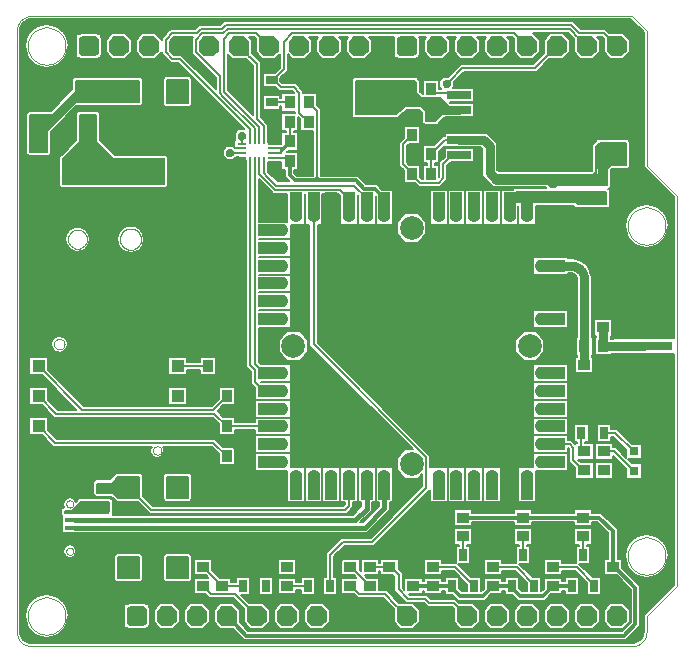
<source format=gbr>
G04 PROTEUS RS274X GERBER FILE*
%FSLAX45Y45*%
%MOMM*%
G01*
%ADD10C,0.190500*%
%ADD11C,0.762000*%
%ADD12C,0.400000*%
%ADD13C,0.300000*%
%ADD14C,0.609600*%
%ADD15R,1.700000X0.300000*%
%ADD16R,1.700000X0.400000*%
%ADD17R,1.900000X1.900000*%
%ADD18R,1.500000X1.500000*%
%AMPPAD009*
4,1,36,
-0.495200,0.800000,
0.495200,0.800000,
0.557520,0.793940,
0.615160,0.776490,
0.666980,0.748770,
0.711890,0.711890,
0.748760,0.666980,
0.776480,0.615160,
0.793930,0.557520,
0.800000,0.495200,
0.800000,-0.495200,
0.793930,-0.557520,
0.776480,-0.615160,
0.748760,-0.666980,
0.711890,-0.711890,
0.666980,-0.748770,
0.615160,-0.776490,
0.557520,-0.793940,
0.495200,-0.800000,
-0.495200,-0.800000,
-0.557520,-0.793940,
-0.615160,-0.776490,
-0.666980,-0.748770,
-0.711890,-0.711890,
-0.748760,-0.666980,
-0.776480,-0.615160,
-0.793930,-0.557520,
-0.800000,-0.495200,
-0.800000,0.495200,
-0.793930,0.557520,
-0.776480,0.615160,
-0.748760,0.666980,
-0.711890,0.711890,
-0.666980,0.748770,
-0.615160,0.776490,
-0.557520,0.793940,
-0.495200,0.800000,
0*%
%ADD19PPAD009*%
%ADD70C,1.600000*%
%AMPPAD011*
4,1,20,
2.000000,0.119000,
2.000000,-0.119000,
1.992420,-0.196900,
1.970610,-0.268940,
1.935960,-0.333730,
1.889870,-0.389870,
1.833730,-0.435960,
1.768940,-0.470610,
1.696900,-0.492420,
1.619000,-0.500000,
-0.500000,-0.500000,
-0.500000,0.500000,
1.619000,0.500000,
1.696900,0.492420,
1.768940,0.470610,
1.833730,0.435960,
1.889870,0.389870,
1.935960,0.333730,
1.970610,0.268940,
1.992420,0.196900,
2.000000,0.119000,
0*%
%ADD71PPAD011*%
%AMPPAD012*
4,1,20,
-0.119000,2.000000,
0.119000,2.000000,
0.196900,1.992420,
0.268940,1.970610,
0.333730,1.935960,
0.389870,1.889870,
0.435960,1.833730,
0.470610,1.768940,
0.492420,1.696900,
0.500000,1.619000,
0.500000,-0.500000,
-0.500000,-0.500000,
-0.500000,1.619000,
-0.492420,1.696900,
-0.470610,1.768940,
-0.435960,1.833730,
-0.389870,1.889870,
-0.333730,1.935960,
-0.268940,1.970610,
-0.196900,1.992420,
-0.119000,2.000000,
0*%
%ADD20PPAD012*%
%AMPPAD013*
4,1,20,
-2.000000,-0.119000,
-2.000000,0.119000,
-1.992420,0.196900,
-1.970610,0.268940,
-1.935960,0.333730,
-1.889870,0.389870,
-1.833730,0.435960,
-1.768940,0.470610,
-1.696900,0.492420,
-1.619000,0.500000,
0.500000,0.500000,
0.500000,-0.500000,
-1.619000,-0.500000,
-1.696900,-0.492420,
-1.768940,-0.470610,
-1.833730,-0.435960,
-1.889870,-0.389870,
-1.935960,-0.333730,
-1.970610,-0.268940,
-1.992420,-0.196900,
-2.000000,-0.119000,
0*%
%ADD21PPAD013*%
%AMPPAD014*
4,1,20,
0.119000,-2.000000,
-0.119000,-2.000000,
-0.196900,-1.992420,
-0.268940,-1.970610,
-0.333730,-1.935960,
-0.389870,-1.889870,
-0.435960,-1.833730,
-0.470610,-1.768940,
-0.492420,-1.696900,
-0.500000,-1.619000,
-0.500000,0.500000,
0.500000,0.500000,
0.500000,-1.619000,
0.492420,-1.696900,
0.470610,-1.768940,
0.435960,-1.833730,
0.389870,-1.889870,
0.333730,-1.935960,
0.268940,-1.970610,
0.196900,-1.992420,
0.119000,-2.000000,
0*%
%ADD22PPAD014*%
%ADD23C,2.000000*%
%ADD24R,1.050000X0.900000*%
%ADD25R,2.500000X2.300000*%
%ADD26R,1.800000X1.900000*%
%ADD27R,1.500000X3.200000*%
%ADD28R,3.000000X1.000000*%
%ADD29R,1.100000X1.000000*%
%ADD72R,4.750000X0.800000*%
%ADD73R,4.750000X1.200000*%
%ADD30R,0.900000X1.050000*%
%ADD31R,2.000000X0.760000*%
%ADD32R,7.100000X7.100000*%
%ADD33R,0.200000X0.800000*%
%ADD34R,0.800000X0.200000*%
%ADD35R,2.286000X2.032000*%
%ADD36R,0.850000X2.900000*%
%ADD37R,0.711200X0.990600*%
%ADD38R,0.800000X0.800000*%
%ADD39R,0.990600X0.711200*%
%ADD40C,0.889000*%
%ADD41R,2.200000X1.650000*%
%ADD42C,0.025400*%
G36*
X+5307966Y+5196216D02*
X+5307966Y+4053216D01*
X+5561965Y+3799217D01*
X+5561965Y+2604764D01*
X+5052686Y+2604764D01*
X+5052686Y+2602864D01*
X+5035464Y+2602864D01*
X+5035464Y+2617264D01*
X+5028564Y+2617264D01*
X+5028564Y+2628986D01*
X+5042964Y+2628986D01*
X+5042964Y+2768514D01*
X+4888436Y+2768514D01*
X+4888436Y+2628986D01*
X+4902836Y+2628986D01*
X+4902836Y+2617264D01*
X+4895936Y+2617264D01*
X+4895936Y+2462736D01*
X+5035464Y+2462736D01*
X+5035464Y+2477136D01*
X+5052686Y+2477136D01*
X+5052686Y+2475236D01*
X+5561965Y+2475236D01*
X+5561965Y+518783D01*
X+5307965Y+264783D01*
X+5307965Y+128257D01*
X+5305810Y+106112D01*
X+5300031Y+87027D01*
X+5290904Y+69961D01*
X+5278793Y+55211D01*
X+5264038Y+43095D01*
X+5246971Y+33968D01*
X+5227887Y+28190D01*
X+5205743Y+26035D01*
X+128257Y+26035D01*
X+106112Y+28190D01*
X+87028Y+33968D01*
X+69962Y+43095D01*
X+55207Y+55211D01*
X+43096Y+69961D01*
X+33969Y+87027D01*
X+28190Y+106112D01*
X+26035Y+128257D01*
X+26035Y+5205743D01*
X+28190Y+5227887D01*
X+33969Y+5246973D01*
X+43096Y+5264039D01*
X+55208Y+5278792D01*
X+69961Y+5290904D01*
X+87027Y+5300031D01*
X+106112Y+5305810D01*
X+128257Y+5307965D01*
X+5196217Y+5307965D01*
X+5307966Y+5196216D01*
G37*
%LPC*%
G36*
X+5337320Y+946571D02*
X+5337320Y+946572D01*
X+5380860Y+940974D01*
X+5426171Y+922434D01*
X+5428984Y+920250D01*
X+5466838Y+890851D01*
X+5469060Y+887729D01*
X+5499996Y+844254D01*
X+5503236Y+830594D01*
X+5519507Y+762000D01*
X+5518082Y+755992D01*
X+5499996Y+679746D01*
X+5466838Y+633149D01*
X+5426171Y+601566D01*
X+5380860Y+583026D01*
X+5334000Y+577002D01*
X+5330680Y+577428D01*
X+5287140Y+583026D01*
X+5241829Y+601566D01*
X+5239016Y+603750D01*
X+5201162Y+633149D01*
X+5198940Y+636271D01*
X+5168004Y+679746D01*
X+5164764Y+693406D01*
X+5148493Y+762000D01*
X+5149918Y+768008D01*
X+5168004Y+844254D01*
X+5201162Y+890851D01*
X+5241829Y+922434D01*
X+5287140Y+940974D01*
X+5334000Y+946998D01*
X+5337320Y+946571D01*
G37*
G36*
X+5337320Y+3740571D02*
X+5337320Y+3740572D01*
X+5380860Y+3734974D01*
X+5426171Y+3716434D01*
X+5428984Y+3714250D01*
X+5466838Y+3684851D01*
X+5469060Y+3681729D01*
X+5499996Y+3638254D01*
X+5503236Y+3624594D01*
X+5519507Y+3556000D01*
X+5518082Y+3549992D01*
X+5499996Y+3473746D01*
X+5466838Y+3427149D01*
X+5426171Y+3395566D01*
X+5380860Y+3377026D01*
X+5334000Y+3371002D01*
X+5330680Y+3371428D01*
X+5287140Y+3377026D01*
X+5241829Y+3395566D01*
X+5239016Y+3397750D01*
X+5201162Y+3427149D01*
X+5198940Y+3430271D01*
X+5168004Y+3473746D01*
X+5164764Y+3487406D01*
X+5148493Y+3556000D01*
X+5149918Y+3562008D01*
X+5168004Y+3638254D01*
X+5201162Y+3684851D01*
X+5241829Y+3716434D01*
X+5287140Y+3734974D01*
X+5334000Y+3740998D01*
X+5337320Y+3740571D01*
G37*
G36*
X+257320Y+5264571D02*
X+257320Y+5264572D01*
X+300860Y+5258974D01*
X+346171Y+5240434D01*
X+348984Y+5238250D01*
X+386838Y+5208851D01*
X+389060Y+5205729D01*
X+419996Y+5162254D01*
X+423236Y+5148594D01*
X+439507Y+5080000D01*
X+438082Y+5073992D01*
X+419996Y+4997746D01*
X+386838Y+4951149D01*
X+346171Y+4919566D01*
X+300860Y+4901026D01*
X+254000Y+4895002D01*
X+250680Y+4895428D01*
X+207140Y+4901026D01*
X+161829Y+4919566D01*
X+159016Y+4921750D01*
X+121162Y+4951149D01*
X+118940Y+4954271D01*
X+88004Y+4997746D01*
X+84764Y+5011406D01*
X+68493Y+5080000D01*
X+69918Y+5086008D01*
X+88004Y+5162254D01*
X+121162Y+5208851D01*
X+161829Y+5240434D01*
X+207140Y+5258974D01*
X+254000Y+5264998D01*
X+257320Y+5264571D01*
G37*
G36*
X+257320Y+438571D02*
X+257320Y+438572D01*
X+300860Y+432974D01*
X+346171Y+414434D01*
X+348984Y+412250D01*
X+386838Y+382851D01*
X+389060Y+379729D01*
X+419996Y+336254D01*
X+423236Y+322594D01*
X+439507Y+254000D01*
X+438082Y+247992D01*
X+419996Y+171746D01*
X+386838Y+125149D01*
X+346171Y+93566D01*
X+300860Y+75026D01*
X+254000Y+69002D01*
X+250680Y+69428D01*
X+207140Y+75026D01*
X+161829Y+93566D01*
X+159016Y+95750D01*
X+121162Y+125149D01*
X+118940Y+128271D01*
X+88004Y+171746D01*
X+84764Y+185406D01*
X+68493Y+254000D01*
X+69918Y+260008D01*
X+88004Y+336254D01*
X+121162Y+382851D01*
X+161829Y+414434D01*
X+207140Y+432974D01*
X+254000Y+438998D01*
X+257320Y+438571D01*
G37*
G36*
X+475714Y+852486D02*
X+485983Y+849190D01*
X+506335Y+809598D01*
X+506335Y+797002D01*
X+485983Y+757410D01*
X+450300Y+745958D01*
X+414617Y+757410D01*
X+394265Y+797002D01*
X+394265Y+809598D01*
X+414617Y+849190D01*
X+450300Y+860642D01*
X+475714Y+852486D01*
G37*
G36*
X+3188164Y+1216036D02*
X+3158164Y+1216036D01*
X+3158164Y+1149810D01*
X+2966890Y+958536D01*
X+385536Y+958536D01*
X+385536Y+1105672D01*
X+378461Y+1112747D01*
X+378461Y+1161508D01*
X+385536Y+1168583D01*
X+385536Y+1173064D01*
X+390017Y+1173064D01*
X+398547Y+1181594D01*
X+402185Y+1181594D01*
X+394265Y+1197002D01*
X+394265Y+1209598D01*
X+414617Y+1249190D01*
X+450300Y+1260642D01*
X+485983Y+1249190D01*
X+499844Y+1222224D01*
X+528309Y+1250689D01*
X+799301Y+1250689D01*
X+801926Y+1248064D01*
X+811564Y+1248064D01*
X+811564Y+1238426D01*
X+819389Y+1230601D01*
X+819389Y+1125997D01*
X+811564Y+1118172D01*
X+811564Y+1113064D01*
X+2848760Y+1113064D01*
X+2918636Y+1182940D01*
X+2918636Y+1216036D01*
X+2888636Y+1216036D01*
X+2888636Y+1515564D01*
X+3038164Y+1515564D01*
X+3038164Y+1216036D01*
X+3008164Y+1216036D01*
X+3008164Y+1145860D01*
X+2910368Y+1048064D01*
X+2929810Y+1048064D01*
X+3068636Y+1186890D01*
X+3068636Y+1216036D01*
X+3038636Y+1216036D01*
X+3038636Y+1515564D01*
X+3188164Y+1515564D01*
X+3188164Y+1216036D01*
G37*
G36*
X+547809Y+3544274D02*
X+552855Y+3543344D01*
X+588663Y+3520768D01*
X+615326Y+3478969D01*
X+621083Y+3443900D01*
X+620391Y+3439683D01*
X+615326Y+3408831D01*
X+612450Y+3404321D01*
X+588663Y+3367032D01*
X+583731Y+3363922D01*
X+552855Y+3344456D01*
X+547809Y+3343526D01*
X+514700Y+3337427D01*
X+476545Y+3344456D01*
X+440737Y+3367032D01*
X+414074Y+3408831D01*
X+408317Y+3443900D01*
X+409009Y+3448117D01*
X+414074Y+3478969D01*
X+416950Y+3483479D01*
X+440737Y+3520768D01*
X+445669Y+3523878D01*
X+476545Y+3543344D01*
X+481591Y+3544274D01*
X+514700Y+3550373D01*
X+547809Y+3544274D01*
G37*
G36*
X+978685Y+3557901D02*
X+1003985Y+3553524D01*
X+1041033Y+3531979D01*
X+1044189Y+3527804D01*
X+1070531Y+3492955D01*
X+1071758Y+3487400D01*
X+1081361Y+3443900D01*
X+1070531Y+3394845D01*
X+1041033Y+3355821D01*
X+1003985Y+3334276D01*
X+964700Y+3327479D01*
X+925415Y+3334276D01*
X+888367Y+3355821D01*
X+885211Y+3359996D01*
X+858869Y+3394845D01*
X+857642Y+3400400D01*
X+848039Y+3443900D01*
X+858869Y+3492955D01*
X+888367Y+3531979D01*
X+925415Y+3553524D01*
X+964700Y+3560321D01*
X+978685Y+3557901D01*
G37*
G36*
X+264814Y+1830926D02*
X+338977Y+1756763D01*
X+1678977Y+1756763D01*
X+1750276Y+1685464D01*
X+1848814Y+1685464D01*
X+1848814Y+1530936D01*
X+1709286Y+1530936D01*
X+1709286Y+1629474D01*
X+1650575Y+1688185D01*
X+1238092Y+1688185D01*
X+1250379Y+1668650D01*
X+1251132Y+1656200D01*
X+1251037Y+1654627D01*
X+1250379Y+1643750D01*
X+1243051Y+1632100D01*
X+1225689Y+1604496D01*
X+1190050Y+1594076D01*
X+1154411Y+1604496D01*
X+1129721Y+1643750D01*
X+1128968Y+1656200D01*
X+1129063Y+1657773D01*
X+1129721Y+1668650D01*
X+1142008Y+1688185D01*
X+310575Y+1688185D01*
X+211324Y+1787436D01*
X+105286Y+1787436D01*
X+105286Y+1936964D01*
X+264814Y+1936964D01*
X+264814Y+1830926D01*
G37*
G36*
X+366430Y+2626440D02*
X+366430Y+2626441D01*
X+394962Y+2619229D01*
X+400105Y+2613936D01*
X+423918Y+2589426D01*
X+431809Y+2556200D01*
X+423918Y+2522974D01*
X+394962Y+2493171D01*
X+360050Y+2484347D01*
X+353670Y+2485959D01*
X+325138Y+2493171D01*
X+319995Y+2498464D01*
X+296182Y+2522974D01*
X+288291Y+2556200D01*
X+296182Y+2589426D01*
X+325138Y+2619229D01*
X+360050Y+2628053D01*
X+366430Y+2626440D01*
G37*
G36*
X+1057176Y+4814064D02*
X+1064964Y+4814064D01*
X+1064964Y+4806276D01*
X+1073839Y+4797401D01*
X+1073839Y+4591199D01*
X+1064964Y+4582324D01*
X+1064964Y+4574536D01*
X+1057176Y+4574536D01*
X+1053751Y+4571111D01*
X+506363Y+4571111D01*
X+289189Y+4353937D01*
X+289189Y+4165749D01*
X+284814Y+4161374D01*
X+284814Y+4153936D01*
X+277376Y+4153936D01*
X+269101Y+4145661D01*
X+100999Y+4145661D01*
X+92724Y+4153936D01*
X+85286Y+4153936D01*
X+85286Y+4161374D01*
X+80911Y+4165749D01*
X+80911Y+4511651D01*
X+85286Y+4516026D01*
X+85286Y+4523464D01*
X+92724Y+4523464D01*
X+100999Y+4531739D01*
X+289187Y+4531739D01*
X+471861Y+4714413D01*
X+471861Y+4797401D01*
X+480286Y+4805826D01*
X+480286Y+4814064D01*
X+488524Y+4814064D01*
X+491949Y+4817489D01*
X+1053751Y+4817489D01*
X+1057176Y+4814064D01*
G37*
G36*
X+697376Y+4523464D02*
X+704814Y+4523464D01*
X+704814Y+4516026D01*
X+709189Y+4511651D01*
X+709189Y+4280751D01*
X+828801Y+4161139D01*
X+1259551Y+4161139D01*
X+1262026Y+4158664D01*
X+1274464Y+4158664D01*
X+1274464Y+4146226D01*
X+1279639Y+4141051D01*
X+1279639Y+3896749D01*
X+1274464Y+3891574D01*
X+1274464Y+3879136D01*
X+1262026Y+3879136D01*
X+1259551Y+3876661D01*
X+379849Y+3876661D01*
X+377374Y+3879136D01*
X+364936Y+3879136D01*
X+364936Y+3891574D01*
X+359761Y+3896749D01*
X+359761Y+4141053D01*
X+364936Y+4146228D01*
X+364936Y+4158664D01*
X+377372Y+4158664D01*
X+379847Y+4161139D01*
X+379849Y+4161139D01*
X+500911Y+4282201D01*
X+500911Y+4511651D01*
X+505286Y+4516026D01*
X+505286Y+4523464D01*
X+512724Y+4523464D01*
X+520999Y+4531739D01*
X+689101Y+4531739D01*
X+697376Y+4523464D01*
G37*
G36*
X+4719841Y+5283063D02*
X+4778181Y+5224723D01*
X+4983767Y+5224723D01*
X+5018001Y+5190489D01*
X+5132301Y+5190489D01*
X+5190489Y+5132301D01*
X+5190489Y+5027699D01*
X+5132301Y+4969511D01*
X+5027699Y+4969511D01*
X+4969511Y+5027699D01*
X+4969511Y+5141999D01*
X+4955365Y+5156145D01*
X+4912645Y+5156145D01*
X+4936489Y+5132301D01*
X+4936489Y+5027699D01*
X+4878301Y+4969511D01*
X+4773699Y+4969511D01*
X+4715511Y+5027699D01*
X+4715511Y+5141999D01*
X+4667178Y+5190332D01*
X+4624458Y+5190332D01*
X+4682489Y+5132301D01*
X+4682489Y+5027699D01*
X+4624301Y+4969511D01*
X+4510001Y+4969511D01*
X+4402051Y+4861561D01*
X+3788051Y+4861561D01*
X+3699239Y+4772749D01*
X+3699239Y+4734647D01*
X+3693656Y+4729064D01*
X+3872264Y+4729064D01*
X+3872264Y+4603536D01*
X+3668254Y+4603536D01*
X+3669626Y+4602164D01*
X+3773539Y+4602164D01*
X+3773639Y+4602064D01*
X+3872264Y+4602064D01*
X+3872264Y+4476536D01*
X+3773639Y+4476536D01*
X+3773539Y+4476436D01*
X+3625176Y+4476436D01*
X+3578589Y+4429849D01*
X+3578589Y+4429847D01*
X+3575964Y+4427222D01*
X+3575964Y+4417586D01*
X+3566328Y+4417586D01*
X+3558503Y+4409761D01*
X+3453899Y+4409761D01*
X+3446074Y+4417586D01*
X+3436436Y+4417586D01*
X+3436436Y+4427224D01*
X+3433811Y+4429849D01*
X+3433811Y+4512397D01*
X+3421111Y+4525097D01*
X+3421111Y+4525099D01*
X+3406975Y+4539235D01*
X+3301799Y+4539235D01*
X+3229475Y+4466911D01*
X+2855749Y+4466911D01*
X+2851524Y+4471136D01*
X+2840786Y+4471136D01*
X+2840786Y+4481874D01*
X+2835661Y+4486999D01*
X+2835661Y+4794801D01*
X+2840786Y+4799926D01*
X+2840786Y+4810664D01*
X+2851524Y+4810664D01*
X+2855749Y+4814889D01*
X+3387001Y+4814889D01*
X+3398751Y+4803139D01*
X+3398753Y+4803139D01*
X+3407528Y+4794364D01*
X+3415964Y+4794364D01*
X+3415964Y+4785928D01*
X+3418839Y+4783053D01*
X+3418839Y+4693203D01*
X+3430589Y+4681453D01*
X+3430589Y+4681451D01*
X+3436436Y+4675604D01*
X+3436436Y+4794364D01*
X+3575964Y+4794364D01*
X+3575964Y+4719639D01*
X+3594871Y+4719639D01*
X+3579861Y+4734649D01*
X+3579861Y+4788451D01*
X+3612649Y+4821239D01*
X+3650749Y+4821239D01*
X+3759649Y+4930139D01*
X+4373649Y+4930139D01*
X+4461511Y+5018001D01*
X+4461511Y+5132301D01*
X+4519542Y+5190332D01*
X+4370458Y+5190332D01*
X+4428489Y+5132301D01*
X+4428489Y+5027699D01*
X+4370301Y+4969511D01*
X+4265699Y+4969511D01*
X+4207511Y+5027699D01*
X+4207511Y+5141999D01*
X+4193378Y+5156132D01*
X+4150658Y+5156132D01*
X+4174489Y+5132301D01*
X+4174489Y+5027699D01*
X+4116301Y+4969511D01*
X+4011699Y+4969511D01*
X+3953511Y+5027699D01*
X+3953511Y+5132301D01*
X+3977342Y+5156132D01*
X+3896658Y+5156132D01*
X+3920489Y+5132301D01*
X+3920489Y+5027699D01*
X+3862301Y+4969511D01*
X+3757699Y+4969511D01*
X+3699511Y+5027699D01*
X+3699511Y+5132301D01*
X+3723342Y+5156132D01*
X+3642658Y+5156132D01*
X+3666489Y+5132301D01*
X+3666489Y+5027699D01*
X+3608301Y+4969511D01*
X+3503699Y+4969511D01*
X+3445511Y+5027699D01*
X+3445511Y+5132301D01*
X+3469342Y+5156132D01*
X+3407708Y+5156132D01*
X+3412489Y+5151351D01*
X+3412489Y+5008649D01*
X+3406764Y+5002924D01*
X+3406764Y+4975236D01*
X+3379076Y+4975236D01*
X+3373351Y+4969511D01*
X+3230649Y+4969511D01*
X+3224924Y+4975236D01*
X+3197236Y+4975236D01*
X+3197236Y+5002924D01*
X+3191511Y+5008649D01*
X+3191511Y+5151351D01*
X+3196292Y+5156132D01*
X+2982258Y+5156132D01*
X+3006089Y+5132301D01*
X+3006089Y+5027699D01*
X+2947901Y+4969511D01*
X+2843299Y+4969511D01*
X+2785111Y+5027699D01*
X+2785111Y+5132301D01*
X+2808942Y+5156132D01*
X+2728258Y+5156132D01*
X+2752089Y+5132301D01*
X+2752089Y+5027699D01*
X+2693901Y+4969511D01*
X+2589299Y+4969511D01*
X+2531111Y+5027699D01*
X+2531111Y+5132301D01*
X+2554942Y+5156132D01*
X+2474258Y+5156132D01*
X+2498089Y+5132301D01*
X+2498089Y+5027699D01*
X+2439901Y+4969511D01*
X+2335299Y+4969511D01*
X+2294889Y+5009921D01*
X+2294889Y+4868249D01*
X+2233044Y+4806404D01*
X+2233044Y+4780196D01*
X+2248201Y+4765039D01*
X+2362751Y+4765039D01*
X+2427989Y+4699801D01*
X+2427989Y+4680064D01*
X+2540914Y+4680064D01*
X+2540914Y+4581526D01*
X+2575174Y+4547266D01*
X+2575174Y+3982951D01*
X+2575961Y+3982164D01*
X+2886420Y+3982164D01*
X+2956270Y+3912314D01*
X+3047320Y+3912314D01*
X+3094870Y+3864764D01*
X+3188164Y+3864764D01*
X+3188164Y+3565236D01*
X+3038636Y+3565236D01*
X+3038636Y+3808530D01*
X+3038164Y+3809002D01*
X+3038164Y+3565236D01*
X+2888636Y+3565236D01*
X+2888636Y+3816274D01*
X+2888164Y+3816746D01*
X+2888164Y+3565236D01*
X+2738636Y+3565236D01*
X+2738636Y+3816274D01*
X+2723861Y+3831049D01*
X+2588164Y+3831049D01*
X+2588164Y+3565236D01*
X+2547689Y+3565236D01*
X+2547689Y+2568151D01*
X+3502410Y+1613430D01*
X+3502410Y+1515564D01*
X+3648164Y+1515564D01*
X+3648164Y+1216036D01*
X+3498636Y+1216036D01*
X+3498636Y+1320946D01*
X+3045189Y+867499D01*
X+3045189Y+867497D01*
X+3025103Y+847411D01*
X+2777451Y+847411D01*
X+2688589Y+758549D01*
X+2688589Y+582294D01*
X+2714624Y+582294D01*
X+2714624Y+433706D01*
X+2593976Y+433706D01*
X+2593976Y+582294D01*
X+2620011Y+582294D01*
X+2620011Y+786951D01*
X+2749049Y+915989D01*
X+2996699Y+915989D01*
X+3433832Y+1353122D01*
X+3433832Y+1453989D01*
X+3395079Y+1415236D01*
X+3291721Y+1415236D01*
X+3218636Y+1488321D01*
X+3218636Y+1591679D01*
X+3291721Y+1664764D01*
X+3354096Y+1664764D01*
X+2479111Y+2539749D01*
X+2479111Y+3565236D01*
X+2438636Y+3565236D01*
X+2438636Y+3831049D01*
X+2438164Y+3831049D01*
X+2438164Y+3565236D01*
X+2318964Y+3565236D01*
X+2318964Y+3445236D01*
X+2049389Y+3445236D01*
X+2049389Y+3444764D01*
X+2318964Y+3444764D01*
X+2318964Y+3295236D01*
X+2049389Y+3295236D01*
X+2049389Y+3294764D01*
X+2318964Y+3294764D01*
X+2318964Y+3145236D01*
X+2049389Y+3145236D01*
X+2049389Y+3144764D01*
X+2318964Y+3144764D01*
X+2318964Y+2995236D01*
X+2049389Y+2995236D01*
X+2049389Y+2994764D01*
X+2318964Y+2994764D01*
X+2318964Y+2845236D01*
X+2049389Y+2845236D01*
X+2049389Y+2844764D01*
X+2318964Y+2844764D01*
X+2318964Y+2695236D01*
X+2049389Y+2695236D01*
X+2049389Y+2403301D01*
X+2067926Y+2384764D01*
X+2318964Y+2384764D01*
X+2318964Y+2235236D01*
X+2067454Y+2235236D01*
X+2067926Y+2234764D01*
X+2318964Y+2234764D01*
X+2318964Y+2085236D01*
X+2019436Y+2085236D01*
X+2019436Y+2186274D01*
X+1985202Y+2220508D01*
X+1985202Y+2322081D01*
X+1940811Y+2366472D01*
X+1940811Y+4038136D01*
X+1940336Y+4038136D01*
X+1940336Y+4115435D01*
X+1894743Y+4115435D01*
X+1880235Y+4129943D01*
X+1880235Y+4138136D01*
X+1855328Y+4138136D01*
X+1843103Y+4125911D01*
X+1843101Y+4125911D01*
X+1830401Y+4113211D01*
X+1776599Y+4113211D01*
X+1743811Y+4145999D01*
X+1743811Y+4199801D01*
X+1776599Y+4232589D01*
X+1830401Y+4232589D01*
X+1840336Y+4222654D01*
X+1840336Y+4287664D01*
X+1847246Y+4287664D01*
X+1845411Y+4289499D01*
X+1845411Y+4343301D01*
X+1878199Y+4376089D01*
X+1925421Y+4376089D01*
X+1366213Y+4935297D01*
X+1305139Y+4935297D01*
X+1226853Y+5013583D01*
X+1226853Y+5026463D01*
X+1169901Y+4969511D01*
X+1065299Y+4969511D01*
X+1007111Y+5027699D01*
X+1007111Y+5132301D01*
X+1065299Y+5190489D01*
X+1169901Y+5190489D01*
X+1226853Y+5133537D01*
X+1226853Y+5146474D01*
X+1236895Y+5156519D01*
X+1256981Y+5176605D01*
X+1256983Y+5176605D01*
X+1285023Y+5204645D01*
X+1285023Y+5204647D01*
X+1305109Y+5224733D01*
X+1510791Y+5224733D01*
X+1524955Y+5238897D01*
X+1524955Y+5238899D01*
X+1545041Y+5258985D01*
X+1722769Y+5258985D01*
X+1756891Y+5293107D01*
X+4709797Y+5293107D01*
X+4719841Y+5283063D01*
G37*
G36*
X+2888164Y+1216036D02*
X+2847689Y+1216036D01*
X+2847689Y+1173599D01*
X+2795501Y+1121411D01*
X+1124899Y+1121411D01*
X+1024899Y+1221411D01*
X+847097Y+1221411D01*
X+843672Y+1224836D01*
X+835436Y+1224836D01*
X+835436Y+1233072D01*
X+827011Y+1241497D01*
X+827011Y+1241499D01*
X+802599Y+1265911D01*
X+669299Y+1265911D01*
X+666674Y+1268536D01*
X+657036Y+1268536D01*
X+657036Y+1278174D01*
X+649211Y+1285999D01*
X+649211Y+1390601D01*
X+657036Y+1398426D01*
X+657036Y+1408064D01*
X+666674Y+1408064D01*
X+669299Y+1410689D01*
X+789999Y+1410689D01*
X+827011Y+1447701D01*
X+827011Y+1447703D01*
X+835436Y+1456128D01*
X+835436Y+1464364D01*
X+843672Y+1464364D01*
X+847097Y+1467789D01*
X+1053301Y+1467789D01*
X+1056726Y+1464364D01*
X+1064964Y+1464364D01*
X+1064964Y+1456126D01*
X+1073389Y+1447701D01*
X+1073389Y+1269901D01*
X+1153301Y+1189989D01*
X+2767099Y+1189989D01*
X+2779111Y+1202001D01*
X+2779111Y+1216036D01*
X+2738636Y+1216036D01*
X+2738636Y+1515564D01*
X+2888164Y+1515564D01*
X+2888164Y+1216036D01*
G37*
G36*
X+491355Y+947825D02*
X+499245Y+947825D01*
X+504825Y+942245D01*
X+504825Y+934355D01*
X+499245Y+928775D01*
X+491355Y+928775D01*
X+485775Y+934355D01*
X+485775Y+942245D01*
X+491355Y+947825D01*
G37*
G36*
X+491355Y+882825D02*
X+499245Y+882825D01*
X+504825Y+877245D01*
X+504825Y+869355D01*
X+499245Y+863775D01*
X+491355Y+863775D01*
X+485775Y+869355D01*
X+485775Y+877245D01*
X+491355Y+882825D01*
G37*
G36*
X+231355Y+1132825D02*
X+239245Y+1132825D01*
X+244825Y+1127245D01*
X+244825Y+1119355D01*
X+239245Y+1113775D01*
X+231355Y+1113775D01*
X+225775Y+1119355D01*
X+225775Y+1127245D01*
X+231355Y+1132825D01*
G37*
G36*
X+231355Y+892825D02*
X+239245Y+892825D01*
X+244825Y+887245D01*
X+244825Y+879355D01*
X+239245Y+873775D01*
X+231355Y+873775D01*
X+225775Y+879355D01*
X+225775Y+887245D01*
X+231355Y+892825D01*
G37*
G36*
X+231355Y+1407825D02*
X+239245Y+1407825D01*
X+244825Y+1402245D01*
X+244825Y+1394355D01*
X+239245Y+1388775D01*
X+231355Y+1388775D01*
X+225775Y+1394355D01*
X+225775Y+1402245D01*
X+231355Y+1407825D01*
G37*
G36*
X+231355Y+617825D02*
X+239245Y+617825D01*
X+244825Y+612245D01*
X+244825Y+604355D01*
X+239245Y+598775D01*
X+231355Y+598775D01*
X+225775Y+604355D01*
X+225775Y+612245D01*
X+231355Y+617825D01*
G37*
G36*
X+476355Y+677825D02*
X+484245Y+677825D01*
X+489825Y+672245D01*
X+489825Y+664355D01*
X+484245Y+658775D01*
X+476355Y+658775D01*
X+470775Y+664355D01*
X+470775Y+672245D01*
X+476355Y+677825D01*
G37*
G36*
X+476355Y+1347825D02*
X+484245Y+1347825D01*
X+489825Y+1342245D01*
X+489825Y+1334355D01*
X+484245Y+1328775D01*
X+476355Y+1328775D01*
X+470775Y+1334355D01*
X+470775Y+1342245D01*
X+476355Y+1347825D01*
G37*
G36*
X+1093078Y+358764D02*
X+1120764Y+358764D01*
X+1120764Y+331076D01*
X+1126489Y+325351D01*
X+1126489Y+182649D01*
X+1120764Y+176924D01*
X+1120764Y+149236D01*
X+1093076Y+149236D01*
X+1087351Y+143511D01*
X+944649Y+143511D01*
X+938924Y+149236D01*
X+911236Y+149236D01*
X+911236Y+176924D01*
X+905511Y+182649D01*
X+905511Y+325351D01*
X+911236Y+331076D01*
X+911236Y+358764D01*
X+938924Y+358764D01*
X+944649Y+364489D01*
X+1087353Y+364489D01*
X+1093078Y+358764D01*
G37*
G36*
X+1332345Y+354445D02*
X+1380489Y+306301D01*
X+1380489Y+201699D01*
X+1322301Y+143511D01*
X+1217699Y+143511D01*
X+1159511Y+201699D01*
X+1159511Y+306301D01*
X+1217699Y+364489D01*
X+1322301Y+364489D01*
X+1332345Y+354445D01*
G37*
G36*
X+1586345Y+354445D02*
X+1634489Y+306301D01*
X+1634489Y+201699D01*
X+1576301Y+143511D01*
X+1471699Y+143511D01*
X+1413511Y+201699D01*
X+1413511Y+306301D01*
X+1471699Y+364489D01*
X+1576301Y+364489D01*
X+1586345Y+354445D01*
G37*
G36*
X+4870244Y+1128134D02*
X+4947900Y+1128134D01*
X+5088014Y+988020D01*
X+5088014Y+737764D01*
X+5125514Y+737764D01*
X+5125514Y+664770D01*
X+5278514Y+511770D01*
X+5278514Y+167680D01*
X+5159970Y+49136D01*
X+1926630Y+49136D01*
X+1832255Y+143511D01*
X+1725699Y+143511D01*
X+1667511Y+201699D01*
X+1667511Y+306301D01*
X+1725699Y+364489D01*
X+1830301Y+364489D01*
X+1888489Y+306301D01*
X+1888489Y+199745D01*
X+1959570Y+128664D01*
X+5127030Y+128664D01*
X+5198986Y+200620D01*
X+5198986Y+478830D01*
X+5079580Y+598236D01*
X+4970986Y+598236D01*
X+4970986Y+737764D01*
X+5008486Y+737764D01*
X+5008486Y+955080D01*
X+4914960Y+1048606D01*
X+4870244Y+1048606D01*
X+4870244Y+1018606D01*
X+4715716Y+1018606D01*
X+4715716Y+1048606D01*
X+4362244Y+1048606D01*
X+4362244Y+1018606D01*
X+4207716Y+1018606D01*
X+4207716Y+1048606D01*
X+3854244Y+1048606D01*
X+3854244Y+1018606D01*
X+3699716Y+1018606D01*
X+3699716Y+1158134D01*
X+3854244Y+1158134D01*
X+3854244Y+1128134D01*
X+4207716Y+1128134D01*
X+4207716Y+1158134D01*
X+4362244Y+1158134D01*
X+4362244Y+1128134D01*
X+4715716Y+1128134D01*
X+4715716Y+1158134D01*
X+4870244Y+1158134D01*
X+4870244Y+1128134D01*
G37*
G36*
X+1652064Y+644326D02*
X+1718626Y+577764D01*
X+1817164Y+577764D01*
X+1817164Y+542289D01*
X+1857376Y+542289D01*
X+1857376Y+582294D01*
X+1978024Y+582294D01*
X+1978024Y+433706D01*
X+1900784Y+433706D01*
X+1970001Y+364489D01*
X+2084301Y+364489D01*
X+2142489Y+306301D01*
X+2142489Y+201699D01*
X+2084301Y+143511D01*
X+1979699Y+143511D01*
X+1921511Y+201699D01*
X+1921511Y+315999D01*
X+1834041Y+403469D01*
X+1630841Y+403469D01*
X+1596074Y+438236D01*
X+1497536Y+438236D01*
X+1497536Y+577764D01*
X+1621646Y+577764D01*
X+1601174Y+598236D01*
X+1497536Y+598236D01*
X+1497536Y+737764D01*
X+1652064Y+737764D01*
X+1652064Y+644326D01*
G37*
G36*
X+2348345Y+354445D02*
X+2396489Y+306301D01*
X+2396489Y+201699D01*
X+2338301Y+143511D01*
X+2233699Y+143511D01*
X+2175511Y+201699D01*
X+2175511Y+306301D01*
X+2233699Y+364489D01*
X+2338301Y+364489D01*
X+2348345Y+354445D01*
G37*
G36*
X+2602345Y+354445D02*
X+2650489Y+306301D01*
X+2650489Y+201699D01*
X+2592301Y+143511D01*
X+2487699Y+143511D01*
X+2429511Y+201699D01*
X+2429511Y+306301D01*
X+2487699Y+364489D01*
X+2592301Y+364489D01*
X+2602345Y+354445D01*
G37*
G36*
X+2736975Y+230379D02*
X+2736975Y+277621D01*
X+2770379Y+311025D01*
X+2817621Y+311025D01*
X+2851025Y+277621D01*
X+2851025Y+230379D01*
X+2817621Y+196975D01*
X+2770379Y+196975D01*
X+2736975Y+230379D01*
G37*
G36*
X+2990975Y+230379D02*
X+2990975Y+277621D01*
X+3024379Y+311025D01*
X+3071621Y+311025D01*
X+3105025Y+277621D01*
X+3105025Y+230379D01*
X+3071621Y+196975D01*
X+3024379Y+196975D01*
X+2990975Y+230379D01*
G37*
G36*
X+4362244Y+858606D02*
X+4319269Y+858606D01*
X+4319269Y+843914D01*
X+4345304Y+843914D01*
X+4345304Y+695326D01*
X+4255364Y+695326D01*
X+4368396Y+582294D01*
X+4441824Y+582294D01*
X+4441824Y+465808D01*
X+4462986Y+486970D01*
X+4462986Y+577764D01*
X+4617514Y+577764D01*
X+4617514Y+547764D01*
X+4638676Y+547764D01*
X+4638676Y+582294D01*
X+4759324Y+582294D01*
X+4759324Y+433706D01*
X+4638676Y+433706D01*
X+4638676Y+468236D01*
X+4617514Y+468236D01*
X+4617514Y+438236D01*
X+4526720Y+438236D01*
X+4474170Y+385686D01*
X+4244380Y+385686D01*
X+4196360Y+433706D01*
X+4130676Y+433706D01*
X+4130676Y+468236D01*
X+4109514Y+468236D01*
X+4109514Y+438236D01*
X+4018720Y+438236D01*
X+3966170Y+385686D01*
X+3736380Y+385686D01*
X+3688360Y+433706D01*
X+3622676Y+433706D01*
X+3622676Y+468236D01*
X+3601514Y+468236D01*
X+3601514Y+438236D01*
X+3446986Y+438236D01*
X+3446986Y+468236D01*
X+3436414Y+468236D01*
X+3436414Y+438236D01*
X+3322648Y+438236D01*
X+3327586Y+433298D01*
X+3473604Y+433298D01*
X+3508204Y+398698D01*
X+3713792Y+398698D01*
X+3748001Y+364489D01*
X+3862301Y+364489D01*
X+3920489Y+306301D01*
X+3920489Y+201699D01*
X+3862301Y+143511D01*
X+3757699Y+143511D01*
X+3699511Y+201699D01*
X+3699511Y+315999D01*
X+3685390Y+330120D01*
X+3479802Y+330120D01*
X+3445202Y+364720D01*
X+3299184Y+364720D01*
X+3198854Y+465050D01*
X+3198854Y+588056D01*
X+3188674Y+598236D01*
X+3078686Y+598236D01*
X+3078686Y+633711D01*
X+3068114Y+633711D01*
X+3068114Y+598236D01*
X+2949104Y+598236D01*
X+2969576Y+577764D01*
X+3068114Y+577764D01*
X+3068114Y+472561D01*
X+3131929Y+472561D01*
X+3240001Y+364489D01*
X+3354301Y+364489D01*
X+3412489Y+306301D01*
X+3412489Y+201699D01*
X+3354301Y+143511D01*
X+3249699Y+143511D01*
X+3191511Y+201699D01*
X+3191511Y+315999D01*
X+3103527Y+403983D01*
X+2887627Y+403983D01*
X+2853374Y+438236D01*
X+2748486Y+438236D01*
X+2748486Y+577764D01*
X+2872596Y+577764D01*
X+2852124Y+598236D01*
X+2748486Y+598236D01*
X+2748486Y+737764D01*
X+2903014Y+737764D01*
X+2903014Y+644326D01*
X+2913586Y+633754D01*
X+2913586Y+737764D01*
X+3068114Y+737764D01*
X+3068114Y+702289D01*
X+3078686Y+702289D01*
X+3078686Y+737764D01*
X+3233214Y+737764D01*
X+3233214Y+650676D01*
X+3267432Y+616458D01*
X+3267432Y+493452D01*
X+3281886Y+478998D01*
X+3281886Y+577764D01*
X+3436414Y+577764D01*
X+3436414Y+547764D01*
X+3446986Y+547764D01*
X+3446986Y+577764D01*
X+3601514Y+577764D01*
X+3601514Y+547764D01*
X+3622676Y+547764D01*
X+3622676Y+582294D01*
X+3743324Y+582294D01*
X+3743324Y+491210D01*
X+3769320Y+465214D01*
X+3813176Y+465214D01*
X+3813176Y+519834D01*
X+3699299Y+633711D01*
X+3601514Y+633711D01*
X+3601514Y+598236D01*
X+3446986Y+598236D01*
X+3446986Y+737764D01*
X+3601514Y+737764D01*
X+3601514Y+702289D01*
X+3716656Y+702289D01*
X+3716656Y+843914D01*
X+3742691Y+843914D01*
X+3742691Y+858606D01*
X+3699716Y+858606D01*
X+3699716Y+998134D01*
X+3854244Y+998134D01*
X+3854244Y+858606D01*
X+3811269Y+858606D01*
X+3811269Y+843914D01*
X+3837304Y+843914D01*
X+3837304Y+695326D01*
X+3734664Y+695326D01*
X+3847696Y+582294D01*
X+3933824Y+582294D01*
X+3933824Y+465808D01*
X+3954986Y+486970D01*
X+3954986Y+577764D01*
X+4109514Y+577764D01*
X+4109514Y+547764D01*
X+4130676Y+547764D01*
X+4130676Y+582294D01*
X+4251324Y+582294D01*
X+4251324Y+491210D01*
X+4277320Y+465214D01*
X+4321176Y+465214D01*
X+4321176Y+532534D01*
X+4219999Y+633711D01*
X+4109514Y+633711D01*
X+4109514Y+598236D01*
X+3954986Y+598236D01*
X+3954986Y+737764D01*
X+4109514Y+737764D01*
X+4109514Y+702289D01*
X+4224656Y+702289D01*
X+4224656Y+843914D01*
X+4250691Y+843914D01*
X+4250691Y+858606D01*
X+4207716Y+858606D01*
X+4207716Y+998134D01*
X+4362244Y+998134D01*
X+4362244Y+858606D01*
G37*
G36*
X+3498975Y+230379D02*
X+3498975Y+277621D01*
X+3532379Y+311025D01*
X+3579621Y+311025D01*
X+3613025Y+277621D01*
X+3613025Y+230379D01*
X+3579621Y+196975D01*
X+3532379Y+196975D01*
X+3498975Y+230379D01*
G37*
G36*
X+4126345Y+354445D02*
X+4174489Y+306301D01*
X+4174489Y+201699D01*
X+4116301Y+143511D01*
X+4011699Y+143511D01*
X+3953511Y+201699D01*
X+3953511Y+306301D01*
X+4011699Y+364489D01*
X+4116301Y+364489D01*
X+4126345Y+354445D01*
G37*
G36*
X+4380345Y+354445D02*
X+4428489Y+306301D01*
X+4428489Y+201699D01*
X+4370301Y+143511D01*
X+4265699Y+143511D01*
X+4207511Y+201699D01*
X+4207511Y+306301D01*
X+4265699Y+364489D01*
X+4370301Y+364489D01*
X+4380345Y+354445D01*
G37*
G36*
X+4634345Y+354445D02*
X+4682489Y+306301D01*
X+4682489Y+201699D01*
X+4624301Y+143511D01*
X+4519699Y+143511D01*
X+4461511Y+201699D01*
X+4461511Y+306301D01*
X+4519699Y+364489D01*
X+4624301Y+364489D01*
X+4634345Y+354445D01*
G37*
G36*
X+4888345Y+354445D02*
X+4936489Y+306301D01*
X+4936489Y+201699D01*
X+4878301Y+143511D01*
X+4773699Y+143511D01*
X+4715511Y+201699D01*
X+4715511Y+306301D01*
X+4773699Y+364489D01*
X+4878301Y+364489D01*
X+4888345Y+354445D01*
G37*
G36*
X+5142345Y+354445D02*
X+5190489Y+306301D01*
X+5190489Y+201699D01*
X+5132301Y+143511D01*
X+5027699Y+143511D01*
X+4969511Y+201699D01*
X+4969511Y+306301D01*
X+5027699Y+364489D01*
X+5132301Y+364489D01*
X+5142345Y+354445D01*
G37*
G36*
X+686676Y+5184764D02*
X+714364Y+5184764D01*
X+714364Y+5157076D01*
X+720089Y+5151351D01*
X+720089Y+5008649D01*
X+714364Y+5002924D01*
X+714364Y+4975236D01*
X+686676Y+4975236D01*
X+680951Y+4969511D01*
X+538249Y+4969511D01*
X+532524Y+4975236D01*
X+504836Y+4975236D01*
X+504836Y+5002924D01*
X+499111Y+5008649D01*
X+499111Y+5151351D01*
X+504836Y+5157076D01*
X+504836Y+5184764D01*
X+532524Y+5184764D01*
X+538249Y+5190489D01*
X+680951Y+5190489D01*
X+686676Y+5184764D01*
G37*
G36*
X+935989Y+5170403D02*
X+935989Y+5170401D01*
X+974089Y+5132301D01*
X+974089Y+5027699D01*
X+915901Y+4969511D01*
X+811299Y+4969511D01*
X+753111Y+5027699D01*
X+753111Y+5132301D01*
X+811299Y+5190489D01*
X+915903Y+5190489D01*
X+935989Y+5170403D01*
G37*
G36*
X+2318964Y+1935236D02*
X+2019436Y+1935236D01*
X+2019436Y+2084764D01*
X+2318964Y+2084764D01*
X+2318964Y+1935236D01*
G37*
G36*
X+264814Y+2338926D02*
X+567683Y+2036057D01*
X+1650417Y+2036057D01*
X+1709286Y+2094926D01*
X+1709286Y+2193464D01*
X+1848814Y+2193464D01*
X+1848814Y+2038936D01*
X+1750276Y+2038936D01*
X+1700540Y+1989200D01*
X+1750276Y+1939464D01*
X+1848814Y+1939464D01*
X+1848814Y+1894289D01*
X+2019436Y+1894289D01*
X+2019436Y+1934764D01*
X+2318964Y+1934764D01*
X+2318964Y+1785236D01*
X+2019436Y+1785236D01*
X+2019436Y+1825711D01*
X+1848814Y+1825711D01*
X+1848814Y+1784936D01*
X+1709286Y+1784936D01*
X+1709286Y+1883474D01*
X+1659528Y+1933232D01*
X+319528Y+1933232D01*
X+211324Y+2041436D01*
X+105286Y+2041436D01*
X+105286Y+2190964D01*
X+264814Y+2190964D01*
X+264814Y+2084926D01*
X+347930Y+2001810D01*
X+504950Y+2001810D01*
X+211324Y+2295436D01*
X+105286Y+2295436D01*
X+105286Y+2444964D01*
X+264814Y+2444964D01*
X+264814Y+2338926D01*
G37*
G36*
X+2318964Y+1635236D02*
X+2019436Y+1635236D01*
X+2019436Y+1784764D01*
X+2318964Y+1784764D01*
X+2318964Y+1635236D01*
G37*
G36*
X+2318964Y+1515564D02*
X+2438164Y+1515564D01*
X+2438164Y+1216036D01*
X+2288636Y+1216036D01*
X+2288636Y+1485236D01*
X+2019436Y+1485236D01*
X+2019436Y+1634764D01*
X+2318964Y+1634764D01*
X+2318964Y+1515564D01*
G37*
G36*
X+2438636Y+1515564D02*
X+2588164Y+1515564D01*
X+2588164Y+1216036D01*
X+2438636Y+1216036D01*
X+2438636Y+1515564D01*
G37*
G36*
X+2588636Y+1515564D02*
X+2738164Y+1515564D01*
X+2738164Y+1216036D01*
X+2588636Y+1216036D01*
X+2588636Y+1515564D01*
G37*
G36*
X+3648636Y+1515564D02*
X+3798164Y+1515564D01*
X+3798164Y+1216036D01*
X+3648636Y+1216036D01*
X+3648636Y+1515564D01*
G37*
G36*
X+3798636Y+1515564D02*
X+3948164Y+1515564D01*
X+3948164Y+1216036D01*
X+3798636Y+1216036D01*
X+3798636Y+1515564D01*
G37*
G36*
X+3948636Y+1515564D02*
X+4098164Y+1515564D01*
X+4098164Y+1216036D01*
X+3948636Y+1216036D01*
X+3948636Y+1515564D01*
G37*
G36*
X+4198165Y+1301058D02*
X+4198165Y+1280542D01*
X+4183658Y+1266035D01*
X+4163142Y+1266035D01*
X+4148635Y+1280542D01*
X+4148635Y+1301058D01*
X+4163142Y+1315565D01*
X+4183658Y+1315565D01*
X+4198165Y+1301058D01*
G37*
G36*
X+4668164Y+1485236D02*
X+4398164Y+1485236D01*
X+4398164Y+1216036D01*
X+4248636Y+1216036D01*
X+4248636Y+1515564D01*
X+4368636Y+1515564D01*
X+4368636Y+1634764D01*
X+4668164Y+1634764D01*
X+4668164Y+1485236D01*
G37*
G36*
X+4841874Y+1732056D02*
X+4815839Y+1732056D01*
X+4815839Y+1717364D01*
X+4884214Y+1717364D01*
X+4884214Y+1577836D01*
X+4753754Y+1577836D01*
X+4774226Y+1557364D01*
X+4884214Y+1557364D01*
X+4884214Y+1417836D01*
X+4729686Y+1417836D01*
X+4729686Y+1504924D01*
X+4677411Y+1557199D01*
X+4677411Y+1665149D01*
X+4668164Y+1674396D01*
X+4668164Y+1635236D01*
X+4368636Y+1635236D01*
X+4368636Y+1784764D01*
X+4668164Y+1784764D01*
X+4668164Y+1744289D01*
X+4695251Y+1744289D01*
X+4729686Y+1709854D01*
X+4729686Y+1717364D01*
X+4747261Y+1717364D01*
X+4747261Y+1732056D01*
X+4721226Y+1732056D01*
X+4721226Y+1880644D01*
X+4841874Y+1880644D01*
X+4841874Y+1732056D01*
G37*
G36*
X+4668164Y+1785236D02*
X+4368636Y+1785236D01*
X+4368636Y+1934764D01*
X+4668164Y+1934764D01*
X+4668164Y+1785236D01*
G37*
G36*
X+4668164Y+1935236D02*
X+4368636Y+1935236D01*
X+4368636Y+2084764D01*
X+4668164Y+2084764D01*
X+4668164Y+1935236D01*
G37*
G36*
X+4668164Y+2085236D02*
X+4368636Y+2085236D01*
X+4368636Y+2234764D01*
X+4668164Y+2234764D01*
X+4668164Y+2085236D01*
G37*
G36*
X+4368636Y+2235236D02*
X+4368636Y+2384764D01*
X+4668164Y+2384764D01*
X+4668164Y+2235236D01*
X+4368636Y+2235236D01*
G37*
G36*
X+4368636Y+2695236D02*
X+4368636Y+2844764D01*
X+4668164Y+2844764D01*
X+4668164Y+2695236D01*
X+4368636Y+2695236D01*
G37*
G36*
X+4618165Y+2930258D02*
X+4618165Y+2909742D01*
X+4603658Y+2895235D01*
X+4583142Y+2895235D01*
X+4568635Y+2909742D01*
X+4568635Y+2930258D01*
X+4583142Y+2944765D01*
X+4603658Y+2944765D01*
X+4618165Y+2930258D01*
G37*
G36*
X+4618165Y+3080258D02*
X+4618165Y+3059742D01*
X+4603658Y+3045235D01*
X+4583142Y+3045235D01*
X+4568635Y+3059742D01*
X+4568635Y+3080258D01*
X+4583142Y+3094765D01*
X+4603658Y+3094765D01*
X+4618165Y+3080258D01*
G37*
G36*
X+4668164Y+3282864D02*
X+4721039Y+3282864D01*
X+4729904Y+3279764D01*
X+4762730Y+3269826D01*
X+4792496Y+3253906D01*
X+4818365Y+3232665D01*
X+4825123Y+3224434D01*
X+4839606Y+3206796D01*
X+4855526Y+3177030D01*
X+4857730Y+3169749D01*
X+4865464Y+3144204D01*
X+4868564Y+3135339D01*
X+4868564Y+3083261D01*
X+4868563Y+2824650D01*
X+4868564Y+2617264D01*
X+4875464Y+2617264D01*
X+4875464Y+2462736D01*
X+4868564Y+2462736D01*
X+4868564Y+2451014D01*
X+4882964Y+2451014D01*
X+4882964Y+2311486D01*
X+4728436Y+2311486D01*
X+4728436Y+2451014D01*
X+4742836Y+2451014D01*
X+4742836Y+2462736D01*
X+4735936Y+2462736D01*
X+4735936Y+2617264D01*
X+4742836Y+2617264D01*
X+4742837Y+2824650D01*
X+4742836Y+3083261D01*
X+4741149Y+3120922D01*
X+4738794Y+3128701D01*
X+4734578Y+3136584D01*
X+4729035Y+3143335D01*
X+4722284Y+3148878D01*
X+4714401Y+3153094D01*
X+4706622Y+3155449D01*
X+4668961Y+3157136D01*
X+4668164Y+3157136D01*
X+4668164Y+3145236D01*
X+4368636Y+3145236D01*
X+4368636Y+3294764D01*
X+4668164Y+3294764D01*
X+4668164Y+3282864D01*
G37*
G36*
X+4618165Y+3380258D02*
X+4618165Y+3359742D01*
X+4603658Y+3345235D01*
X+4583142Y+3345235D01*
X+4568635Y+3359742D01*
X+4568635Y+3380258D01*
X+4583142Y+3394765D01*
X+4603658Y+3394765D01*
X+4618165Y+3380258D01*
G37*
G36*
X+4618165Y+3530258D02*
X+4618165Y+3509742D01*
X+4603658Y+3495235D01*
X+4583142Y+3495235D01*
X+4568635Y+3509742D01*
X+4568635Y+3530258D01*
X+4583142Y+3544765D01*
X+4603658Y+3544765D01*
X+4618165Y+3530258D01*
G37*
G36*
X+3415964Y+4252486D02*
X+3323776Y+4252486D01*
X+3305960Y+4234670D01*
X+3305960Y+4094630D01*
X+3323776Y+4076814D01*
X+3415964Y+4076814D01*
X+3415964Y+3971926D01*
X+3431225Y+3956665D01*
X+3436436Y+3956665D01*
X+3436436Y+4076814D01*
X+3471911Y+4076814D01*
X+3471911Y+4087386D01*
X+3436436Y+4087386D01*
X+3436436Y+4241914D01*
X+3534974Y+4241914D01*
X+3612649Y+4319589D01*
X+3622736Y+4319589D01*
X+3622736Y+4348064D01*
X+3721361Y+4348064D01*
X+3721461Y+4348164D01*
X+3981139Y+4348164D01*
X+4068764Y+4260539D01*
X+4068764Y+4031939D01*
X+4079564Y+4021139D01*
X+4867999Y+4021139D01*
X+4873311Y+4026451D01*
X+4873311Y+4242351D01*
X+4879661Y+4248701D01*
X+4879661Y+4248703D01*
X+4908236Y+4277278D01*
X+4908236Y+4291014D01*
X+4921972Y+4291014D01*
X+4925147Y+4294189D01*
X+5169451Y+4294189D01*
X+5172626Y+4291014D01*
X+5186364Y+4291014D01*
X+5186364Y+4277276D01*
X+5189539Y+4274101D01*
X+5189539Y+4055199D01*
X+5186364Y+4052024D01*
X+5186364Y+4038286D01*
X+5172626Y+4038286D01*
X+5169451Y+4035111D01*
X+5032063Y+4035111D01*
X+5030789Y+4033837D01*
X+5030789Y+3890099D01*
X+5021814Y+3881124D01*
X+5021814Y+3872736D01*
X+5013426Y+3872736D01*
X+5010701Y+3870011D01*
X+5010679Y+3870011D01*
X+5012176Y+3868514D01*
X+5021814Y+3868514D01*
X+5021814Y+3858876D01*
X+5024439Y+3856251D01*
X+5024439Y+3726249D01*
X+5021814Y+3723624D01*
X+5021814Y+3713986D01*
X+5012176Y+3713986D01*
X+5004351Y+3706161D01*
X+4734647Y+3706161D01*
X+4720572Y+3720236D01*
X+4716036Y+3720236D01*
X+4716036Y+3724772D01*
X+4714561Y+3726247D01*
X+4714561Y+3726249D01*
X+4713674Y+3727136D01*
X+4398164Y+3727136D01*
X+4398164Y+3565236D01*
X+4248636Y+3565236D01*
X+4248636Y+3727136D01*
X+4248164Y+3727136D01*
X+4248164Y+3565236D01*
X+4098636Y+3565236D01*
X+4098636Y+3864764D01*
X+4199672Y+3864764D01*
X+4199897Y+3864989D01*
X+4199899Y+3864989D01*
X+4211249Y+3876339D01*
X+4481921Y+3876339D01*
X+4471124Y+3887136D01*
X+4035763Y+3887136D01*
X+3943036Y+3979863D01*
X+3943036Y+4208463D01*
X+3929063Y+4222436D01*
X+3721461Y+4222436D01*
X+3721361Y+4222536D01*
X+3622736Y+4222536D01*
X+3622736Y+4232696D01*
X+3575964Y+4185924D01*
X+3575964Y+4087386D01*
X+3540489Y+4087386D01*
X+3540489Y+4076814D01*
X+3575964Y+4076814D01*
X+3575964Y+3973004D01*
X+3578611Y+3975651D01*
X+3578611Y+4096301D01*
X+3622736Y+4140426D01*
X+3622736Y+4221064D01*
X+3872264Y+4221064D01*
X+3872264Y+4095536D01*
X+3674826Y+4095536D01*
X+3647189Y+4067899D01*
X+3647189Y+3947249D01*
X+3588027Y+3888087D01*
X+3402823Y+3888087D01*
X+3368624Y+3922286D01*
X+3276436Y+3922286D01*
X+3276436Y+4027174D01*
X+3237382Y+4066228D01*
X+3237382Y+4263072D01*
X+3276436Y+4302126D01*
X+3276436Y+4407014D01*
X+3415964Y+4407014D01*
X+3415964Y+4252486D01*
G37*
G36*
X+4098164Y+3565236D02*
X+3948636Y+3565236D01*
X+3948636Y+3864764D01*
X+4098164Y+3864764D01*
X+4098164Y+3565236D01*
G37*
G36*
X+3948164Y+3565236D02*
X+3798636Y+3565236D01*
X+3798636Y+3864764D01*
X+3948164Y+3864764D01*
X+3948164Y+3565236D01*
G37*
G36*
X+3798164Y+3565236D02*
X+3648636Y+3565236D01*
X+3648636Y+3864764D01*
X+3798164Y+3864764D01*
X+3798164Y+3565236D01*
G37*
G36*
X+3648164Y+3565236D02*
X+3498636Y+3565236D01*
X+3498636Y+3864764D01*
X+3648164Y+3864764D01*
X+3648164Y+3565236D01*
G37*
G36*
X+2688165Y+3800258D02*
X+2688165Y+3779742D01*
X+2673658Y+3765235D01*
X+2653142Y+3765235D01*
X+2638635Y+3779742D01*
X+2638635Y+3800258D01*
X+2653142Y+3814765D01*
X+2673658Y+3814765D01*
X+2688165Y+3800258D01*
G37*
G36*
X+2218636Y+2488321D02*
X+2218636Y+2591679D01*
X+2291721Y+2664764D01*
X+2395079Y+2664764D01*
X+2468164Y+2591679D01*
X+2468164Y+2488321D01*
X+2395079Y+2415236D01*
X+2291721Y+2415236D01*
X+2218636Y+2488321D01*
G37*
G36*
X+4218636Y+2488321D02*
X+4218636Y+2591679D01*
X+4291721Y+2664764D01*
X+4395079Y+2664764D01*
X+4468164Y+2591679D01*
X+4468164Y+2488321D01*
X+4395079Y+2415236D01*
X+4291721Y+2415236D01*
X+4218636Y+2488321D01*
G37*
G36*
X+3218636Y+3488321D02*
X+3218636Y+3591679D01*
X+3291721Y+3664764D01*
X+3395079Y+3664764D01*
X+3468164Y+3591679D01*
X+3468164Y+3488321D01*
X+3395079Y+3415236D01*
X+3291721Y+3415236D01*
X+3218636Y+3488321D01*
G37*
G36*
X+539465Y+2879158D02*
X+539465Y+2858642D01*
X+524958Y+2844135D01*
X+504442Y+2844135D01*
X+489935Y+2858642D01*
X+489935Y+2879158D01*
X+504442Y+2893665D01*
X+524958Y+2893665D01*
X+539465Y+2879158D01*
G37*
G36*
X+1149465Y+2879158D02*
X+1149465Y+2858642D01*
X+1134958Y+2844135D01*
X+1114442Y+2844135D01*
X+1099935Y+2858642D01*
X+1099935Y+2879158D01*
X+1114442Y+2893665D01*
X+1134958Y+2893665D01*
X+1149465Y+2879158D01*
G37*
G36*
X+1466726Y+1464364D02*
X+1474964Y+1464364D01*
X+1474964Y+1456126D01*
X+1483389Y+1447701D01*
X+1483389Y+1241499D01*
X+1474964Y+1233074D01*
X+1474964Y+1224836D01*
X+1466726Y+1224836D01*
X+1463301Y+1221411D01*
X+1257099Y+1221411D01*
X+1253674Y+1224836D01*
X+1245436Y+1224836D01*
X+1245436Y+1233074D01*
X+1237011Y+1241499D01*
X+1237011Y+1447701D01*
X+1245436Y+1456126D01*
X+1245436Y+1464364D01*
X+1253674Y+1464364D01*
X+1257099Y+1467789D01*
X+1463301Y+1467789D01*
X+1466726Y+1464364D01*
G37*
G36*
X+209815Y+4704558D02*
X+209815Y+4684042D01*
X+195308Y+4669535D01*
X+174792Y+4669535D01*
X+160285Y+4684042D01*
X+160285Y+4704558D01*
X+174792Y+4719065D01*
X+195308Y+4719065D01*
X+209815Y+4704558D01*
G37*
G36*
X+799815Y+2656458D02*
X+799815Y+2635942D01*
X+785308Y+2621435D01*
X+764792Y+2621435D01*
X+750285Y+2635942D01*
X+750285Y+2656458D01*
X+764792Y+2670965D01*
X+785308Y+2670965D01*
X+799815Y+2656458D01*
G37*
G36*
X+799815Y+1596458D02*
X+799815Y+1575942D01*
X+785308Y+1561435D01*
X+764792Y+1561435D01*
X+750285Y+1575942D01*
X+750285Y+1596458D01*
X+764792Y+1610965D01*
X+785308Y+1610965D01*
X+799815Y+1596458D01*
G37*
G36*
X+1361105Y+1871725D02*
X+1368995Y+1871725D01*
X+1374575Y+1866145D01*
X+1374575Y+1858255D01*
X+1368995Y+1852675D01*
X+1361105Y+1852675D01*
X+1355525Y+1858255D01*
X+1355525Y+1866145D01*
X+1361105Y+1871725D01*
G37*
G36*
X+1444814Y+2190964D02*
X+1444814Y+2041436D01*
X+1285286Y+2041436D01*
X+1285286Y+2190964D01*
X+1444814Y+2190964D01*
G37*
G36*
X+1688814Y+2292936D02*
X+1549286Y+2292936D01*
X+1549286Y+2335911D01*
X+1444814Y+2335911D01*
X+1444814Y+2295436D01*
X+1285286Y+2295436D01*
X+1285286Y+2444964D01*
X+1444814Y+2444964D01*
X+1444814Y+2404489D01*
X+1549286Y+2404489D01*
X+1549286Y+2447464D01*
X+1688814Y+2447464D01*
X+1688814Y+2292936D01*
G37*
G36*
X+5339715Y+2972758D02*
X+5339715Y+2952242D01*
X+5325208Y+2937735D01*
X+5304692Y+2937735D01*
X+5290185Y+2952242D01*
X+5290185Y+2972758D01*
X+5304692Y+2987265D01*
X+5325208Y+2987265D01*
X+5339715Y+2972758D01*
G37*
G36*
X+5339715Y+2127758D02*
X+5339715Y+2107242D01*
X+5325208Y+2092735D01*
X+5304692Y+2092735D01*
X+5290185Y+2107242D01*
X+5290185Y+2127758D01*
X+5304692Y+2142265D01*
X+5325208Y+2142265D01*
X+5339715Y+2127758D01*
G37*
G36*
X+4990465Y+2869008D02*
X+4990465Y+2848492D01*
X+4975958Y+2833985D01*
X+4955442Y+2833985D01*
X+4940935Y+2848492D01*
X+4940935Y+2869008D01*
X+4955442Y+2883515D01*
X+4975958Y+2883515D01*
X+4990465Y+2869008D01*
G37*
G36*
X+4830465Y+2231508D02*
X+4830465Y+2210992D01*
X+4815958Y+2196485D01*
X+4795442Y+2196485D01*
X+4780935Y+2210992D01*
X+4780935Y+2231508D01*
X+4795442Y+2246015D01*
X+4815958Y+2246015D01*
X+4830465Y+2231508D01*
G37*
G36*
X+1803815Y+2380458D02*
X+1803815Y+2359942D01*
X+1789308Y+2345435D01*
X+1768792Y+2345435D01*
X+1754285Y+2359942D01*
X+1754285Y+2380458D01*
X+1768792Y+2394965D01*
X+1789308Y+2394965D01*
X+1803815Y+2380458D01*
G37*
G36*
X+1609525Y+1858255D02*
X+1609525Y+1866145D01*
X+1615105Y+1871725D01*
X+1622995Y+1871725D01*
X+1628575Y+1866145D01*
X+1628575Y+1858255D01*
X+1622995Y+1852675D01*
X+1615105Y+1852675D01*
X+1609525Y+1858255D01*
G37*
G36*
X+1609525Y+2112255D02*
X+1609525Y+2120145D01*
X+1615105Y+2125725D01*
X+1622995Y+2125725D01*
X+1628575Y+2120145D01*
X+1628575Y+2112255D01*
X+1622995Y+2106675D01*
X+1615105Y+2106675D01*
X+1609525Y+2112255D01*
G37*
G36*
X+1643815Y+1618458D02*
X+1643815Y+1597942D01*
X+1629308Y+1583435D01*
X+1608792Y+1583435D01*
X+1594285Y+1597942D01*
X+1594285Y+1618458D01*
X+1608792Y+1632965D01*
X+1629308Y+1632965D01*
X+1643815Y+1618458D01*
G37*
G36*
X+3743555Y+4421825D02*
X+3751445Y+4421825D01*
X+3757025Y+4416245D01*
X+3757025Y+4408355D01*
X+3751445Y+4402775D01*
X+3743555Y+4402775D01*
X+3737975Y+4408355D01*
X+3737975Y+4416245D01*
X+3743555Y+4421825D01*
G37*
G36*
X+4513265Y+4422558D02*
X+4513265Y+4402042D01*
X+4498758Y+4387535D01*
X+4478242Y+4387535D01*
X+4463735Y+4402042D01*
X+4463735Y+4422558D01*
X+4478242Y+4437065D01*
X+4498758Y+4437065D01*
X+4513265Y+4422558D01*
G37*
G36*
X+5072065Y+4474908D02*
X+5072065Y+4454392D01*
X+5057558Y+4439885D01*
X+5037042Y+4439885D01*
X+5022535Y+4454392D01*
X+5022535Y+4474908D01*
X+5037042Y+4489415D01*
X+5057558Y+4489415D01*
X+5072065Y+4474908D01*
G37*
G36*
X+2932815Y+4191158D02*
X+2932815Y+4170642D01*
X+2918308Y+4156135D01*
X+2897792Y+4156135D01*
X+2883285Y+4170642D01*
X+2883285Y+4191158D01*
X+2897792Y+4205665D01*
X+2918308Y+4205665D01*
X+2932815Y+4191158D01*
G37*
G36*
X+5136815Y+3801508D02*
X+5136815Y+3780992D01*
X+5122308Y+3766485D01*
X+5101792Y+3766485D01*
X+5087285Y+3780992D01*
X+5087285Y+3801508D01*
X+5101792Y+3816015D01*
X+5122308Y+3816015D01*
X+5136815Y+3801508D01*
G37*
G36*
X+5136815Y+3960258D02*
X+5136815Y+3939742D01*
X+5122308Y+3925235D01*
X+5101792Y+3925235D01*
X+5087285Y+3939742D01*
X+5087285Y+3960258D01*
X+5101792Y+3974765D01*
X+5122308Y+3974765D01*
X+5136815Y+3960258D01*
G37*
G36*
X+3355725Y+4498795D02*
X+3355725Y+4490905D01*
X+3350145Y+4485325D01*
X+3342255Y+4485325D01*
X+3336675Y+4490905D01*
X+3336675Y+4498795D01*
X+3342255Y+4504375D01*
X+3350145Y+4504375D01*
X+3355725Y+4498795D01*
G37*
G36*
X+3530965Y+4340008D02*
X+3530965Y+4319492D01*
X+3516458Y+4304985D01*
X+3495942Y+4304985D01*
X+3481435Y+4319492D01*
X+3481435Y+4340008D01*
X+3495942Y+4354515D01*
X+3516458Y+4354515D01*
X+3530965Y+4340008D01*
G37*
G36*
X+2168524Y+433706D02*
X+2047876Y+433706D01*
X+2047876Y+582294D01*
X+2168524Y+582294D01*
X+2168524Y+433706D01*
G37*
G36*
X+2021205Y+773565D02*
X+2021205Y+765675D01*
X+2015625Y+760095D01*
X+2007735Y+760095D01*
X+2002155Y+765675D01*
X+2002155Y+773565D01*
X+2007735Y+779145D01*
X+2015625Y+779145D01*
X+2021205Y+773565D01*
G37*
G36*
X+1743845Y+658475D02*
X+1735955Y+658475D01*
X+1730375Y+664055D01*
X+1730375Y+671945D01*
X+1735955Y+677525D01*
X+1743845Y+677525D01*
X+1749425Y+671945D01*
X+1749425Y+664055D01*
X+1743845Y+658475D01*
G37*
G36*
X+5032374Y+1840639D02*
X+5081501Y+1840639D01*
X+5209776Y+1712364D01*
X+5290814Y+1712364D01*
X+5290814Y+1582836D01*
X+5174304Y+1582836D01*
X+5209776Y+1547364D01*
X+5290814Y+1547364D01*
X+5290814Y+1417836D01*
X+5161286Y+1417836D01*
X+5161286Y+1498874D01*
X+5049314Y+1610846D01*
X+5049314Y+1577836D01*
X+4894786Y+1577836D01*
X+4894786Y+1717364D01*
X+5049314Y+1717364D01*
X+5049314Y+1681889D01*
X+5075251Y+1681889D01*
X+5161286Y+1595854D01*
X+5161286Y+1663874D01*
X+5053099Y+1772061D01*
X+5032374Y+1772061D01*
X+5032374Y+1732056D01*
X+4911726Y+1732056D01*
X+4911726Y+1880644D01*
X+5032374Y+1880644D01*
X+5032374Y+1840639D01*
G37*
G36*
X+4885055Y+2071915D02*
X+4885055Y+2064025D01*
X+4879475Y+2058445D01*
X+4871585Y+2058445D01*
X+4866005Y+2064025D01*
X+4866005Y+2071915D01*
X+4871585Y+2077495D01*
X+4879475Y+2077495D01*
X+4885055Y+2071915D01*
G37*
G36*
X+5049314Y+1417836D02*
X+4894786Y+1417836D01*
X+4894786Y+1557364D01*
X+5049314Y+1557364D01*
X+5049314Y+1417836D01*
G37*
G36*
X+1473076Y+4814064D02*
X+1474964Y+4814064D01*
X+1474964Y+4812176D01*
X+1483389Y+4803751D01*
X+1483389Y+4584849D01*
X+1474964Y+4576424D01*
X+1474964Y+4574536D01*
X+1473076Y+4574536D01*
X+1463301Y+4564761D01*
X+1257099Y+4564761D01*
X+1247324Y+4574536D01*
X+1245436Y+4574536D01*
X+1245436Y+4576424D01*
X+1237011Y+4584849D01*
X+1237011Y+4803751D01*
X+1245436Y+4812176D01*
X+1245436Y+4814064D01*
X+1247324Y+4814064D01*
X+1257099Y+4823839D01*
X+1463301Y+4823839D01*
X+1473076Y+4814064D01*
G37*
G36*
X+1466726Y+781714D02*
X+1474964Y+781714D01*
X+1474964Y+773476D01*
X+1483389Y+765051D01*
X+1483389Y+558849D01*
X+1474964Y+550424D01*
X+1474964Y+542186D01*
X+1466726Y+542186D01*
X+1463301Y+538761D01*
X+1257099Y+538761D01*
X+1253674Y+542186D01*
X+1245436Y+542186D01*
X+1245436Y+550424D01*
X+1237011Y+558849D01*
X+1237011Y+765051D01*
X+1245436Y+773476D01*
X+1245436Y+781714D01*
X+1253674Y+781714D01*
X+1257099Y+785139D01*
X+1463301Y+785139D01*
X+1466726Y+781714D01*
G37*
G36*
X+1056726Y+781714D02*
X+1064964Y+781714D01*
X+1064964Y+773476D01*
X+1073389Y+765051D01*
X+1073389Y+558849D01*
X+1064964Y+550424D01*
X+1064964Y+542186D01*
X+1056726Y+542186D01*
X+1053301Y+538761D01*
X+847099Y+538761D01*
X+843674Y+542186D01*
X+835436Y+542186D01*
X+835436Y+550424D01*
X+827011Y+558849D01*
X+827011Y+765051D01*
X+835436Y+773476D01*
X+835436Y+781714D01*
X+843674Y+781714D01*
X+847099Y+785139D01*
X+1053301Y+785139D01*
X+1056726Y+781714D01*
G37*
G36*
X+4870244Y+858606D02*
X+4827269Y+858606D01*
X+4827269Y+843914D01*
X+4853304Y+843914D01*
X+4853304Y+695326D01*
X+4763364Y+695326D01*
X+4876396Y+582294D01*
X+4949824Y+582294D01*
X+4949824Y+433706D01*
X+4829176Y+433706D01*
X+4829176Y+532534D01*
X+4727999Y+633711D01*
X+4617514Y+633711D01*
X+4617514Y+598236D01*
X+4462986Y+598236D01*
X+4462986Y+737764D01*
X+4617514Y+737764D01*
X+4617514Y+702289D01*
X+4732656Y+702289D01*
X+4732656Y+843914D01*
X+4758691Y+843914D01*
X+4758691Y+858606D01*
X+4715716Y+858606D01*
X+4715716Y+998134D01*
X+4870244Y+998134D01*
X+4870244Y+858606D01*
G37*
G36*
X+2524124Y+433706D02*
X+2403476Y+433706D01*
X+2403476Y+473711D01*
X+2363264Y+473711D01*
X+2363264Y+438236D01*
X+2208736Y+438236D01*
X+2208736Y+577764D01*
X+2363264Y+577764D01*
X+2363264Y+542289D01*
X+2403476Y+542289D01*
X+2403476Y+582294D01*
X+2524124Y+582294D01*
X+2524124Y+433706D01*
G37*
G36*
X+2567305Y+773565D02*
X+2567305Y+765675D01*
X+2561725Y+760095D01*
X+2553835Y+760095D01*
X+2548255Y+765675D01*
X+2548255Y+773565D01*
X+2553835Y+779145D01*
X+2561725Y+779145D01*
X+2567305Y+773565D01*
G37*
G36*
X+3370965Y+4174908D02*
X+3370965Y+4154392D01*
X+3356458Y+4139885D01*
X+3335942Y+4139885D01*
X+3321435Y+4154392D01*
X+3321435Y+4174908D01*
X+3335942Y+4189415D01*
X+3356458Y+4189415D01*
X+3370965Y+4174908D01*
G37*
G36*
X+3180715Y+518258D02*
X+3180715Y+497742D01*
X+3166208Y+483235D01*
X+3145692Y+483235D01*
X+3131185Y+497742D01*
X+3131185Y+518258D01*
X+3145692Y+532765D01*
X+3166208Y+532765D01*
X+3180715Y+518258D01*
G37*
G36*
X+2363264Y+598236D02*
X+2208736Y+598236D01*
X+2208736Y+737764D01*
X+2363264Y+737764D01*
X+2363264Y+598236D01*
G37*
G36*
X+3363095Y+658475D02*
X+3355205Y+658475D01*
X+3349625Y+664055D01*
X+3349625Y+671945D01*
X+3355205Y+677525D01*
X+3363095Y+677525D01*
X+3368675Y+671945D01*
X+3368675Y+664055D01*
X+3363095Y+658475D01*
G37*
G36*
X+5073015Y+518258D02*
X+5073015Y+497742D01*
X+5058508Y+483235D01*
X+5037992Y+483235D01*
X+5023485Y+497742D01*
X+5023485Y+518258D01*
X+5037992Y+532765D01*
X+5058508Y+532765D01*
X+5073015Y+518258D01*
G37*
G36*
X+1880335Y+4033742D02*
X+1880335Y+4054258D01*
X+1894842Y+4068765D01*
X+1915358Y+4068765D01*
X+1929865Y+4054258D01*
X+1929865Y+4033742D01*
X+1915358Y+4019235D01*
X+1894842Y+4019235D01*
X+1880335Y+4033742D01*
G37*
G36*
X+661385Y+2635942D02*
X+661385Y+2656458D01*
X+675892Y+2670965D01*
X+696408Y+2670965D01*
X+710915Y+2656458D01*
X+710915Y+2635942D01*
X+696408Y+2621435D01*
X+675892Y+2621435D01*
X+661385Y+2635942D01*
G37*
G36*
X+839185Y+2635942D02*
X+839185Y+2656458D01*
X+853692Y+2670965D01*
X+874208Y+2670965D01*
X+888715Y+2656458D01*
X+888715Y+2635942D01*
X+874208Y+2621435D01*
X+853692Y+2621435D01*
X+839185Y+2635942D01*
G37*
G36*
X+839185Y+1575942D02*
X+839185Y+1596458D01*
X+853692Y+1610965D01*
X+874208Y+1610965D01*
X+888715Y+1596458D01*
X+888715Y+1575942D01*
X+874208Y+1561435D01*
X+853692Y+1561435D01*
X+839185Y+1575942D01*
G37*
G36*
X+661385Y+1575942D02*
X+661385Y+1596458D01*
X+675892Y+1610965D01*
X+696408Y+1610965D01*
X+710915Y+1596458D01*
X+710915Y+1575942D01*
X+696408Y+1561435D01*
X+675892Y+1561435D01*
X+661385Y+1575942D01*
G37*
G36*
X+718535Y+369442D02*
X+718535Y+389958D01*
X+733042Y+404465D01*
X+753558Y+404465D01*
X+768065Y+389958D01*
X+768065Y+369442D01*
X+753558Y+354935D01*
X+733042Y+354935D01*
X+718535Y+369442D01*
G37*
G36*
X+1372585Y+369442D02*
X+1372585Y+389958D01*
X+1387092Y+404465D01*
X+1407608Y+404465D01*
X+1422115Y+389958D01*
X+1422115Y+369442D01*
X+1407608Y+354935D01*
X+1387092Y+354935D01*
X+1372585Y+369442D01*
G37*
G36*
X+4416235Y+3059742D02*
X+4416235Y+3080258D01*
X+4430742Y+3094765D01*
X+4451258Y+3094765D01*
X+4465765Y+3080258D01*
X+4465765Y+3059742D01*
X+4451258Y+3045235D01*
X+4430742Y+3045235D01*
X+4416235Y+3059742D01*
G37*
G36*
X+4416235Y+2909742D02*
X+4416235Y+2930258D01*
X+4430742Y+2944765D01*
X+4451258Y+2944765D01*
X+4465765Y+2930258D01*
X+4465765Y+2909742D01*
X+4451258Y+2895235D01*
X+4430742Y+2895235D01*
X+4416235Y+2909742D01*
G37*
G36*
X+4416235Y+3359742D02*
X+4416235Y+3380258D01*
X+4430742Y+3394765D01*
X+4451258Y+3394765D01*
X+4465765Y+3380258D01*
X+4465765Y+3359742D01*
X+4451258Y+3345235D01*
X+4430742Y+3345235D01*
X+4416235Y+3359742D01*
G37*
G36*
X+4416235Y+3509742D02*
X+4416235Y+3530258D01*
X+4430742Y+3544765D01*
X+4451258Y+3544765D01*
X+4465765Y+3530258D01*
X+4465765Y+3509742D01*
X+4451258Y+3495235D01*
X+4430742Y+3495235D01*
X+4416235Y+3509742D01*
G37*
G36*
X+5137785Y+2952242D02*
X+5137785Y+2972758D01*
X+5152292Y+2987265D01*
X+5172808Y+2987265D01*
X+5187315Y+2972758D01*
X+5187315Y+2952242D01*
X+5172808Y+2937735D01*
X+5152292Y+2937735D01*
X+5137785Y+2952242D01*
G37*
G36*
X+5442585Y+2952242D02*
X+5442585Y+2972758D01*
X+5457092Y+2987265D01*
X+5477608Y+2987265D01*
X+5492115Y+2972758D01*
X+5492115Y+2952242D01*
X+5477608Y+2937735D01*
X+5457092Y+2937735D01*
X+5442585Y+2952242D01*
G37*
G36*
X+5442585Y+2107242D02*
X+5442585Y+2127758D01*
X+5457092Y+2142265D01*
X+5477608Y+2142265D01*
X+5492115Y+2127758D01*
X+5492115Y+2107242D01*
X+5477608Y+2092735D01*
X+5457092Y+2092735D01*
X+5442585Y+2107242D01*
G37*
G36*
X+5137785Y+2107242D02*
X+5137785Y+2127758D01*
X+5152292Y+2142265D01*
X+5172808Y+2142265D01*
X+5187315Y+2127758D01*
X+5187315Y+2107242D01*
X+5172808Y+2092735D01*
X+5152292Y+2092735D01*
X+5137785Y+2107242D01*
G37*
G36*
X+4979035Y+2107242D02*
X+4979035Y+2127758D01*
X+4993542Y+2142265D01*
X+5014058Y+2142265D01*
X+5028565Y+2127758D01*
X+5028565Y+2107242D01*
X+5014058Y+2092735D01*
X+4993542Y+2092735D01*
X+4979035Y+2107242D01*
G37*
G36*
X+4148635Y+1432942D02*
X+4148635Y+1453458D01*
X+4163142Y+1467965D01*
X+4183658Y+1467965D01*
X+4198165Y+1453458D01*
X+4198165Y+1432942D01*
X+4183658Y+1418435D01*
X+4163142Y+1418435D01*
X+4148635Y+1432942D01*
G37*
G36*
X+2638635Y+3627342D02*
X+2638635Y+3647858D01*
X+2653142Y+3662365D01*
X+2673658Y+3662365D01*
X+2688165Y+3647858D01*
X+2688165Y+3627342D01*
X+2673658Y+3612835D01*
X+2653142Y+3612835D01*
X+2638635Y+3627342D01*
G37*
G36*
X+5099853Y+4518095D02*
X+5099853Y+4538611D01*
X+5114360Y+4553118D01*
X+5134876Y+4553118D01*
X+5149383Y+4538611D01*
X+5149383Y+4518095D01*
X+5134876Y+4503588D01*
X+5114360Y+4503588D01*
X+5099853Y+4518095D01*
G37*
G36*
X+4946335Y+4518095D02*
X+4946335Y+4538611D01*
X+4960842Y+4553118D01*
X+4981358Y+4553118D01*
X+4995865Y+4538611D01*
X+4995865Y+4518095D01*
X+4981358Y+4503588D01*
X+4960842Y+4503588D01*
X+4946335Y+4518095D01*
G37*
G36*
X+4946335Y+4390892D02*
X+4946335Y+4411408D01*
X+4960842Y+4425915D01*
X+4981358Y+4425915D01*
X+4995865Y+4411408D01*
X+4995865Y+4390892D01*
X+4981358Y+4376385D01*
X+4960842Y+4376385D01*
X+4946335Y+4390892D01*
G37*
G36*
X+5098735Y+4390892D02*
X+5098735Y+4411408D01*
X+5113242Y+4425915D01*
X+5133758Y+4425915D01*
X+5148265Y+4411408D01*
X+5148265Y+4390892D01*
X+5133758Y+4376385D01*
X+5113242Y+4376385D01*
X+5098735Y+4390892D01*
G37*
G36*
X+4717735Y+4656042D02*
X+4717735Y+4676558D01*
X+4732242Y+4691065D01*
X+4752758Y+4691065D01*
X+4767265Y+4676558D01*
X+4767265Y+4656042D01*
X+4752758Y+4641535D01*
X+4732242Y+4641535D01*
X+4717735Y+4656042D01*
G37*
G36*
X+4463735Y+4656042D02*
X+4463735Y+4676558D01*
X+4478242Y+4691065D01*
X+4498758Y+4691065D01*
X+4513265Y+4676558D01*
X+4513265Y+4656042D01*
X+4498758Y+4641535D01*
X+4478242Y+4641535D01*
X+4463735Y+4656042D01*
G37*
G36*
X+4209735Y+4656042D02*
X+4209735Y+4676558D01*
X+4224242Y+4691065D01*
X+4244758Y+4691065D01*
X+4259265Y+4676558D01*
X+4259265Y+4656042D01*
X+4244758Y+4641535D01*
X+4224242Y+4641535D01*
X+4209735Y+4656042D01*
G37*
G36*
X+4209735Y+4402042D02*
X+4209735Y+4422558D01*
X+4224242Y+4437065D01*
X+4244758Y+4437065D01*
X+4259265Y+4422558D01*
X+4259265Y+4402042D01*
X+4244758Y+4387535D01*
X+4224242Y+4387535D01*
X+4209735Y+4402042D01*
G37*
G36*
X+4209735Y+4148042D02*
X+4209735Y+4168558D01*
X+4224242Y+4183065D01*
X+4244758Y+4183065D01*
X+4259265Y+4168558D01*
X+4259265Y+4148042D01*
X+4244758Y+4133535D01*
X+4224242Y+4133535D01*
X+4209735Y+4148042D01*
G37*
G36*
X+4463735Y+4148042D02*
X+4463735Y+4168558D01*
X+4478242Y+4183065D01*
X+4498758Y+4183065D01*
X+4513265Y+4168558D01*
X+4513265Y+4148042D01*
X+4498758Y+4133535D01*
X+4478242Y+4133535D01*
X+4463735Y+4148042D01*
G37*
G36*
X+4717735Y+4148042D02*
X+4717735Y+4168558D01*
X+4732242Y+4183065D01*
X+4752758Y+4183065D01*
X+4767265Y+4168558D01*
X+4767265Y+4148042D01*
X+4752758Y+4133535D01*
X+4732242Y+4133535D01*
X+4717735Y+4148042D01*
G37*
G36*
X+4717735Y+4402042D02*
X+4717735Y+4422558D01*
X+4732242Y+4437065D01*
X+4752758Y+4437065D01*
X+4767265Y+4422558D01*
X+4767265Y+4402042D01*
X+4752758Y+4387535D01*
X+4732242Y+4387535D01*
X+4717735Y+4402042D01*
G37*
G36*
X+2883285Y+4079142D02*
X+2883285Y+4099658D01*
X+2897792Y+4114165D01*
X+2918308Y+4114165D01*
X+2932815Y+4099658D01*
X+2932815Y+4079142D01*
X+2918308Y+4064635D01*
X+2897792Y+4064635D01*
X+2883285Y+4079142D01*
G37*
G36*
X+2883285Y+4256942D02*
X+2883285Y+4277458D01*
X+2897792Y+4291965D01*
X+2918308Y+4291965D01*
X+2932815Y+4277458D01*
X+2932815Y+4256942D01*
X+2918308Y+4242435D01*
X+2897792Y+4242435D01*
X+2883285Y+4256942D01*
G37*
G36*
X+572485Y+2934842D02*
X+572485Y+2955358D01*
X+586992Y+2969865D01*
X+607508Y+2969865D01*
X+622015Y+2955358D01*
X+622015Y+2934842D01*
X+607508Y+2920335D01*
X+586992Y+2920335D01*
X+572485Y+2934842D01*
G37*
G36*
X+407385Y+2934842D02*
X+407385Y+2955358D01*
X+421892Y+2969865D01*
X+442408Y+2969865D01*
X+456915Y+2955358D01*
X+456915Y+2934842D01*
X+442408Y+2920335D01*
X+421892Y+2920335D01*
X+407385Y+2934842D01*
G37*
G36*
X+407385Y+2782442D02*
X+407385Y+2802958D01*
X+421892Y+2817465D01*
X+442408Y+2817465D01*
X+456915Y+2802958D01*
X+456915Y+2782442D01*
X+442408Y+2767935D01*
X+421892Y+2767935D01*
X+407385Y+2782442D01*
G37*
G36*
X+572485Y+2782442D02*
X+572485Y+2802958D01*
X+586992Y+2817465D01*
X+607508Y+2817465D01*
X+622015Y+2802958D01*
X+622015Y+2782442D01*
X+607508Y+2767935D01*
X+586992Y+2767935D01*
X+572485Y+2782442D01*
G37*
G36*
X+1017385Y+2934842D02*
X+1017385Y+2955358D01*
X+1031892Y+2969865D01*
X+1052408Y+2969865D01*
X+1066915Y+2955358D01*
X+1066915Y+2934842D01*
X+1052408Y+2920335D01*
X+1031892Y+2920335D01*
X+1017385Y+2934842D01*
G37*
G36*
X+1182485Y+2934842D02*
X+1182485Y+2955358D01*
X+1196992Y+2969865D01*
X+1217508Y+2969865D01*
X+1232015Y+2955358D01*
X+1232015Y+2934842D01*
X+1217508Y+2920335D01*
X+1196992Y+2920335D01*
X+1182485Y+2934842D01*
G37*
G36*
X+1182485Y+2782442D02*
X+1182485Y+2802958D01*
X+1196992Y+2817465D01*
X+1217508Y+2817465D01*
X+1232015Y+2802958D01*
X+1232015Y+2782442D01*
X+1217508Y+2767935D01*
X+1196992Y+2767935D01*
X+1182485Y+2782442D01*
G37*
G36*
X+1017385Y+2782442D02*
X+1017385Y+2802958D01*
X+1031892Y+2817465D01*
X+1052408Y+2817465D01*
X+1066915Y+2802958D01*
X+1066915Y+2782442D01*
X+1052408Y+2767935D01*
X+1031892Y+2767935D01*
X+1017385Y+2782442D01*
G37*
G36*
X+1118585Y+623442D02*
X+1118585Y+643958D01*
X+1133092Y+658465D01*
X+1153608Y+658465D01*
X+1168115Y+643958D01*
X+1168115Y+623442D01*
X+1153608Y+608935D01*
X+1133092Y+608935D01*
X+1118585Y+623442D01*
G37*
G36*
X+864585Y+877442D02*
X+864585Y+897958D01*
X+879092Y+912465D01*
X+899608Y+912465D01*
X+914115Y+897958D01*
X+914115Y+877442D01*
X+899608Y+862935D01*
X+879092Y+862935D01*
X+864585Y+877442D01*
G37*
G36*
X+1372585Y+877442D02*
X+1372585Y+897958D01*
X+1387092Y+912465D01*
X+1407608Y+912465D01*
X+1422115Y+897958D01*
X+1422115Y+877442D01*
X+1407608Y+862935D01*
X+1387092Y+862935D01*
X+1372585Y+877442D01*
G37*
G36*
X+1880585Y+877442D02*
X+1880585Y+897958D01*
X+1895092Y+912465D01*
X+1915608Y+912465D01*
X+1930115Y+897958D01*
X+1930115Y+877442D01*
X+1915608Y+862935D01*
X+1895092Y+862935D01*
X+1880585Y+877442D01*
G37*
G36*
X+2388585Y+877442D02*
X+2388585Y+897958D01*
X+2403092Y+912465D01*
X+2423608Y+912465D01*
X+2438115Y+897958D01*
X+2438115Y+877442D01*
X+2423608Y+862935D01*
X+2403092Y+862935D01*
X+2388585Y+877442D01*
G37*
G36*
X+2134585Y+369442D02*
X+2134585Y+389958D01*
X+2149092Y+404465D01*
X+2169608Y+404465D01*
X+2184115Y+389958D01*
X+2184115Y+369442D01*
X+2169608Y+354935D01*
X+2149092Y+354935D01*
X+2134585Y+369442D01*
G37*
G36*
X+3150585Y+877442D02*
X+3150585Y+897958D01*
X+3165092Y+912465D01*
X+3185608Y+912465D01*
X+3200115Y+897958D01*
X+3200115Y+877442D01*
X+3185608Y+862935D01*
X+3165092Y+862935D01*
X+3150585Y+877442D01*
G37*
G36*
X+3404585Y+1131442D02*
X+3404585Y+1151958D01*
X+3419092Y+1166465D01*
X+3439608Y+1166465D01*
X+3454115Y+1151958D01*
X+3454115Y+1131442D01*
X+3439608Y+1116935D01*
X+3419092Y+1116935D01*
X+3404585Y+1131442D01*
G37*
G36*
X+4166585Y+369442D02*
X+4166585Y+389958D01*
X+4181092Y+404465D01*
X+4201608Y+404465D01*
X+4216115Y+389958D01*
X+4216115Y+369442D01*
X+4201608Y+354935D01*
X+4181092Y+354935D01*
X+4166585Y+369442D01*
G37*
G36*
X+4674585Y+369442D02*
X+4674585Y+389958D01*
X+4689092Y+404465D01*
X+4709608Y+404465D01*
X+4724115Y+389958D01*
X+4724115Y+369442D01*
X+4709608Y+354935D01*
X+4689092Y+354935D01*
X+4674585Y+369442D01*
G37*
G36*
X+3912585Y+877442D02*
X+3912585Y+897958D01*
X+3927092Y+912465D01*
X+3947608Y+912465D01*
X+3962115Y+897958D01*
X+3962115Y+877442D01*
X+3947608Y+862935D01*
X+3927092Y+862935D01*
X+3912585Y+877442D01*
G37*
G36*
X+4420585Y+877442D02*
X+4420585Y+897958D01*
X+4435092Y+912465D01*
X+4455608Y+912465D01*
X+4470115Y+897958D01*
X+4470115Y+877442D01*
X+4455608Y+862935D01*
X+4435092Y+862935D01*
X+4420585Y+877442D01*
G37*
G36*
X+5436585Y+1131442D02*
X+5436585Y+1151958D01*
X+5451092Y+1166465D01*
X+5471608Y+1166465D01*
X+5486115Y+1151958D01*
X+5486115Y+1131442D01*
X+5471608Y+1116935D01*
X+5451092Y+1116935D01*
X+5436585Y+1131442D01*
G37*
G36*
X+5436585Y+1639442D02*
X+5436585Y+1659958D01*
X+5451092Y+1674465D01*
X+5471608Y+1674465D01*
X+5486115Y+1659958D01*
X+5486115Y+1639442D01*
X+5471608Y+1624935D01*
X+5451092Y+1624935D01*
X+5436585Y+1639442D01*
G37*
G36*
X+5068285Y+1385442D02*
X+5068285Y+1405958D01*
X+5082792Y+1420465D01*
X+5103308Y+1420465D01*
X+5117815Y+1405958D01*
X+5117815Y+1385442D01*
X+5103308Y+1370935D01*
X+5082792Y+1370935D01*
X+5068285Y+1385442D01*
G37*
G36*
X+4674585Y+1385442D02*
X+4674585Y+1405958D01*
X+4689092Y+1420465D01*
X+4709608Y+1420465D01*
X+4724115Y+1405958D01*
X+4724115Y+1385442D01*
X+4709608Y+1370935D01*
X+4689092Y+1370935D01*
X+4674585Y+1385442D01*
G37*
G36*
X+5436585Y+3163442D02*
X+5436585Y+3183958D01*
X+5451092Y+3198465D01*
X+5471608Y+3198465D01*
X+5486115Y+3183958D01*
X+5486115Y+3163442D01*
X+5471608Y+3148935D01*
X+5451092Y+3148935D01*
X+5436585Y+3163442D01*
G37*
G36*
X+4928585Y+3163442D02*
X+4928585Y+3183958D01*
X+4943092Y+3198465D01*
X+4963608Y+3198465D01*
X+4978115Y+3183958D01*
X+4978115Y+3163442D01*
X+4963608Y+3148935D01*
X+4943092Y+3148935D01*
X+4928585Y+3163442D01*
G37*
G36*
X+4166585Y+3417442D02*
X+4166585Y+3437958D01*
X+4181092Y+3452465D01*
X+4201608Y+3452465D01*
X+4216115Y+3437958D01*
X+4216115Y+3417442D01*
X+4201608Y+3402935D01*
X+4181092Y+3402935D01*
X+4166585Y+3417442D01*
G37*
G36*
X+4166585Y+3163442D02*
X+4166585Y+3183958D01*
X+4181092Y+3198465D01*
X+4201608Y+3198465D01*
X+4216115Y+3183958D01*
X+4216115Y+3163442D01*
X+4201608Y+3148935D01*
X+4181092Y+3148935D01*
X+4166585Y+3163442D01*
G37*
G36*
X+4166585Y+2909442D02*
X+4166585Y+2929958D01*
X+4181092Y+2944465D01*
X+4201608Y+2944465D01*
X+4216115Y+2929958D01*
X+4216115Y+2909442D01*
X+4201608Y+2894935D01*
X+4181092Y+2894935D01*
X+4166585Y+2909442D01*
G37*
G36*
X+4166585Y+2401442D02*
X+4166585Y+2421958D01*
X+4181092Y+2436465D01*
X+4201608Y+2436465D01*
X+4216115Y+2421958D01*
X+4216115Y+2401442D01*
X+4201608Y+2386935D01*
X+4181092Y+2386935D01*
X+4166585Y+2401442D01*
G37*
G36*
X+4166585Y+1893442D02*
X+4166585Y+1913958D01*
X+4181092Y+1928465D01*
X+4201608Y+1928465D01*
X+4216115Y+1913958D01*
X+4216115Y+1893442D01*
X+4201608Y+1878935D01*
X+4181092Y+1878935D01*
X+4166585Y+1893442D01*
G37*
G36*
X+3912585Y+1639442D02*
X+3912585Y+1659958D01*
X+3927092Y+1674465D01*
X+3947608Y+1674465D01*
X+3962115Y+1659958D01*
X+3962115Y+1639442D01*
X+3947608Y+1624935D01*
X+3927092Y+1624935D01*
X+3912585Y+1639442D01*
G37*
G36*
X+3912585Y+2147442D02*
X+3912585Y+2167958D01*
X+3927092Y+2182465D01*
X+3947608Y+2182465D01*
X+3962115Y+2167958D01*
X+3962115Y+2147442D01*
X+3947608Y+2132935D01*
X+3927092Y+2132935D01*
X+3912585Y+2147442D01*
G37*
G36*
X+3912585Y+2655442D02*
X+3912585Y+2675958D01*
X+3927092Y+2690465D01*
X+3947608Y+2690465D01*
X+3962115Y+2675958D01*
X+3962115Y+2655442D01*
X+3947608Y+2640935D01*
X+3927092Y+2640935D01*
X+3912585Y+2655442D01*
G37*
G36*
X+3912585Y+3163442D02*
X+3912585Y+3183958D01*
X+3927092Y+3198465D01*
X+3947608Y+3198465D01*
X+3962115Y+3183958D01*
X+3962115Y+3163442D01*
X+3947608Y+3148935D01*
X+3927092Y+3148935D01*
X+3912585Y+3163442D01*
G37*
G36*
X+3652235Y+3417442D02*
X+3652235Y+3437958D01*
X+3666742Y+3452465D01*
X+3687258Y+3452465D01*
X+3701765Y+3437958D01*
X+3701765Y+3417442D01*
X+3687258Y+3402935D01*
X+3666742Y+3402935D01*
X+3652235Y+3417442D01*
G37*
G36*
X+3652235Y+2909442D02*
X+3652235Y+2929958D01*
X+3666742Y+2944465D01*
X+3687258Y+2944465D01*
X+3701765Y+2929958D01*
X+3701765Y+2909442D01*
X+3687258Y+2894935D01*
X+3666742Y+2894935D01*
X+3652235Y+2909442D01*
G37*
G36*
X+3652235Y+2401442D02*
X+3652235Y+2421958D01*
X+3666742Y+2436465D01*
X+3687258Y+2436465D01*
X+3701765Y+2421958D01*
X+3701765Y+2401442D01*
X+3687258Y+2386935D01*
X+3666742Y+2386935D01*
X+3652235Y+2401442D01*
G37*
G36*
X+3652235Y+1893442D02*
X+3652235Y+1913958D01*
X+3666742Y+1928465D01*
X+3687258Y+1928465D01*
X+3701765Y+1913958D01*
X+3701765Y+1893442D01*
X+3687258Y+1878935D01*
X+3666742Y+1878935D01*
X+3652235Y+1893442D01*
G37*
G36*
X+3404585Y+2147442D02*
X+3404585Y+2167958D01*
X+3419092Y+2182465D01*
X+3439608Y+2182465D01*
X+3454115Y+2167958D01*
X+3454115Y+2147442D01*
X+3439608Y+2132935D01*
X+3419092Y+2132935D01*
X+3404585Y+2147442D01*
G37*
G36*
X+3404585Y+2655442D02*
X+3404585Y+2675958D01*
X+3419092Y+2690465D01*
X+3439608Y+2690465D01*
X+3454115Y+2675958D01*
X+3454115Y+2655442D01*
X+3439608Y+2640935D01*
X+3419092Y+2640935D01*
X+3404585Y+2655442D01*
G37*
G36*
X+3404585Y+3671442D02*
X+3404585Y+3691958D01*
X+3419092Y+3706465D01*
X+3439608Y+3706465D01*
X+3454115Y+3691958D01*
X+3454115Y+3671442D01*
X+3439608Y+3656935D01*
X+3419092Y+3656935D01*
X+3404585Y+3671442D01*
G37*
G36*
X+3404585Y+3163442D02*
X+3404585Y+3183958D01*
X+3419092Y+3198465D01*
X+3439608Y+3198465D01*
X+3454115Y+3183958D01*
X+3454115Y+3163442D01*
X+3439608Y+3148935D01*
X+3419092Y+3148935D01*
X+3404585Y+3163442D01*
G37*
G36*
X+2896585Y+3163442D02*
X+2896585Y+3183958D01*
X+2911092Y+3198465D01*
X+2931608Y+3198465D01*
X+2946115Y+3183958D01*
X+2946115Y+3163442D01*
X+2931608Y+3148935D01*
X+2911092Y+3148935D01*
X+2896585Y+3163442D01*
G37*
G36*
X+3150585Y+3417442D02*
X+3150585Y+3437958D01*
X+3165092Y+3452465D01*
X+3185608Y+3452465D01*
X+3200115Y+3437958D01*
X+3200115Y+3417442D01*
X+3185608Y+3402935D01*
X+3165092Y+3402935D01*
X+3150585Y+3417442D01*
G37*
G36*
X+2896585Y+2655442D02*
X+2896585Y+2675958D01*
X+2911092Y+2690465D01*
X+2931608Y+2690465D01*
X+2946115Y+2675958D01*
X+2946115Y+2655442D01*
X+2931608Y+2640935D01*
X+2911092Y+2640935D01*
X+2896585Y+2655442D01*
G37*
G36*
X+2642585Y+2909442D02*
X+2642585Y+2929958D01*
X+2657092Y+2944465D01*
X+2677608Y+2944465D01*
X+2692115Y+2929958D01*
X+2692115Y+2909442D01*
X+2677608Y+2894935D01*
X+2657092Y+2894935D01*
X+2642585Y+2909442D01*
G37*
G36*
X+2896585Y+1893442D02*
X+2896585Y+1913958D01*
X+2911092Y+1928465D01*
X+2931608Y+1928465D01*
X+2946115Y+1913958D01*
X+2946115Y+1893442D01*
X+2931608Y+1878935D01*
X+2911092Y+1878935D01*
X+2896585Y+1893442D01*
G37*
G36*
X+2642585Y+1639442D02*
X+2642585Y+1659958D01*
X+2657092Y+1674465D01*
X+2677608Y+1674465D01*
X+2692115Y+1659958D01*
X+2692115Y+1639442D01*
X+2677608Y+1624935D01*
X+2657092Y+1624935D01*
X+2642585Y+1639442D01*
G37*
G36*
X+2388585Y+1893442D02*
X+2388585Y+1913958D01*
X+2403092Y+1928465D01*
X+2423608Y+1928465D01*
X+2438115Y+1913958D01*
X+2438115Y+1893442D01*
X+2423608Y+1878935D01*
X+2403092Y+1878935D01*
X+2388585Y+1893442D01*
G37*
G36*
X+2642585Y+2147442D02*
X+2642585Y+2167958D01*
X+2657092Y+2182465D01*
X+2677608Y+2182465D01*
X+2692115Y+2167958D01*
X+2692115Y+2147442D01*
X+2677608Y+2132935D01*
X+2657092Y+2132935D01*
X+2642585Y+2147442D01*
G37*
G36*
X+2064635Y+2529742D02*
X+2064635Y+2550258D01*
X+2079142Y+2564765D01*
X+2099658Y+2564765D01*
X+2114165Y+2550258D01*
X+2114165Y+2529742D01*
X+2099658Y+2515235D01*
X+2079142Y+2515235D01*
X+2064635Y+2529742D01*
G37*
G36*
X+2388585Y+3163442D02*
X+2388585Y+3183958D01*
X+2403092Y+3198465D01*
X+2423608Y+3198465D01*
X+2438115Y+3183958D01*
X+2438115Y+3163442D01*
X+2423608Y+3148935D01*
X+2403092Y+3148935D01*
X+2388585Y+3163442D01*
G37*
G36*
X+2362835Y+4898292D02*
X+2362835Y+4918808D01*
X+2377342Y+4933315D01*
X+2397858Y+4933315D01*
X+2412365Y+4918808D01*
X+2412365Y+4898292D01*
X+2397858Y+4883785D01*
X+2377342Y+4883785D01*
X+2362835Y+4898292D01*
G37*
G36*
X+2870835Y+4898292D02*
X+2870835Y+4918808D01*
X+2885342Y+4933315D01*
X+2905858Y+4933315D01*
X+2920365Y+4918808D01*
X+2920365Y+4898292D01*
X+2905858Y+4883785D01*
X+2885342Y+4883785D01*
X+2870835Y+4898292D01*
G37*
G36*
X+3378835Y+4898292D02*
X+3378835Y+4918808D01*
X+3393342Y+4933315D01*
X+3413858Y+4933315D01*
X+3428365Y+4918808D01*
X+3428365Y+4898292D01*
X+3413858Y+4883785D01*
X+3393342Y+4883785D01*
X+3378835Y+4898292D01*
G37*
G36*
X+1092835Y+4898292D02*
X+1092835Y+4918808D01*
X+1107342Y+4933315D01*
X+1127858Y+4933315D01*
X+1142365Y+4918808D01*
X+1142365Y+4898292D01*
X+1127858Y+4883785D01*
X+1107342Y+4883785D01*
X+1092835Y+4898292D01*
G37*
G36*
X+584835Y+4898292D02*
X+584835Y+4918808D01*
X+599342Y+4933315D01*
X+619858Y+4933315D01*
X+634365Y+4918808D01*
X+634365Y+4898292D01*
X+619858Y+4883785D01*
X+599342Y+4883785D01*
X+584835Y+4898292D01*
G37*
G36*
X+1092835Y+4390292D02*
X+1092835Y+4410808D01*
X+1107342Y+4425315D01*
X+1127858Y+4425315D01*
X+1142365Y+4410808D01*
X+1142365Y+4390292D01*
X+1127858Y+4375785D01*
X+1107342Y+4375785D01*
X+1092835Y+4390292D01*
G37*
G36*
X+1600835Y+4390292D02*
X+1600835Y+4410808D01*
X+1615342Y+4425315D01*
X+1635858Y+4425315D01*
X+1650365Y+4410808D01*
X+1650365Y+4390292D01*
X+1635858Y+4375785D01*
X+1615342Y+4375785D01*
X+1600835Y+4390292D01*
G37*
G36*
X+1600835Y+3882292D02*
X+1600835Y+3902808D01*
X+1615342Y+3917315D01*
X+1635858Y+3917315D01*
X+1650365Y+3902808D01*
X+1650365Y+3882292D01*
X+1635858Y+3867785D01*
X+1615342Y+3867785D01*
X+1600835Y+3882292D01*
G37*
G36*
X+1854835Y+3628292D02*
X+1854835Y+3648808D01*
X+1869342Y+3663315D01*
X+1889858Y+3663315D01*
X+1904365Y+3648808D01*
X+1904365Y+3628292D01*
X+1889858Y+3613785D01*
X+1869342Y+3613785D01*
X+1854835Y+3628292D01*
G37*
G36*
X+1600835Y+3374292D02*
X+1600835Y+3394808D01*
X+1615342Y+3409315D01*
X+1635858Y+3409315D01*
X+1650365Y+3394808D01*
X+1650365Y+3374292D01*
X+1635858Y+3359785D01*
X+1615342Y+3359785D01*
X+1600835Y+3374292D01*
G37*
G36*
X+1854835Y+3120292D02*
X+1854835Y+3140808D01*
X+1869342Y+3155315D01*
X+1889858Y+3155315D01*
X+1904365Y+3140808D01*
X+1904365Y+3120292D01*
X+1889858Y+3105785D01*
X+1869342Y+3105785D01*
X+1854835Y+3120292D01*
G37*
G36*
X+1600835Y+2866292D02*
X+1600835Y+2886808D01*
X+1615342Y+2901315D01*
X+1635858Y+2901315D01*
X+1650365Y+2886808D01*
X+1650365Y+2866292D01*
X+1635858Y+2851785D01*
X+1615342Y+2851785D01*
X+1600835Y+2866292D01*
G37*
G36*
X+1854835Y+2612292D02*
X+1854835Y+2632808D01*
X+1869342Y+2647315D01*
X+1889858Y+2647315D01*
X+1904365Y+2632808D01*
X+1904365Y+2612292D01*
X+1889858Y+2597785D01*
X+1869342Y+2597785D01*
X+1854835Y+2612292D01*
G37*
G36*
X+1594285Y+1343942D02*
X+1594285Y+1364458D01*
X+1608792Y+1378965D01*
X+1629308Y+1378965D01*
X+1643815Y+1364458D01*
X+1643815Y+1343942D01*
X+1629308Y+1329435D01*
X+1608792Y+1329435D01*
X+1594285Y+1343942D01*
G37*
G36*
X+2102285Y+1343942D02*
X+2102285Y+1364458D01*
X+2116792Y+1378965D01*
X+2137308Y+1378965D01*
X+2151815Y+1364458D01*
X+2151815Y+1343942D01*
X+2137308Y+1329435D01*
X+2116792Y+1329435D01*
X+2102285Y+1343942D01*
G37*
G36*
X+496285Y+1829942D02*
X+496285Y+1850458D01*
X+510792Y+1864965D01*
X+531308Y+1864965D01*
X+545815Y+1850458D01*
X+545815Y+1829942D01*
X+531308Y+1815435D01*
X+510792Y+1815435D01*
X+496285Y+1829942D01*
G37*
G36*
X+1004285Y+1829942D02*
X+1004285Y+1850458D01*
X+1018792Y+1864965D01*
X+1039308Y+1864965D01*
X+1053815Y+1850458D01*
X+1053815Y+1829942D01*
X+1039308Y+1815435D01*
X+1018792Y+1815435D01*
X+1004285Y+1829942D01*
G37*
G36*
X+750285Y+2083942D02*
X+750285Y+2104458D01*
X+764792Y+2118965D01*
X+785308Y+2118965D01*
X+799815Y+2104458D01*
X+799815Y+2083942D01*
X+785308Y+2069435D01*
X+764792Y+2069435D01*
X+750285Y+2083942D01*
G37*
G36*
X+1004285Y+2337942D02*
X+1004285Y+2358458D01*
X+1018792Y+2372965D01*
X+1039308Y+2372965D01*
X+1053815Y+2358458D01*
X+1053815Y+2337942D01*
X+1039308Y+2323435D01*
X+1018792Y+2323435D01*
X+1004285Y+2337942D01*
G37*
G36*
X+496285Y+2337942D02*
X+496285Y+2358458D01*
X+510792Y+2372965D01*
X+531308Y+2372965D01*
X+545815Y+2358458D01*
X+545815Y+2337942D01*
X+531308Y+2323435D01*
X+510792Y+2323435D01*
X+496285Y+2337942D01*
G37*
G36*
X+743935Y+3366642D02*
X+743935Y+3387158D01*
X+758442Y+3401665D01*
X+778958Y+3401665D01*
X+793465Y+3387158D01*
X+793465Y+3366642D01*
X+778958Y+3352135D01*
X+758442Y+3352135D01*
X+743935Y+3366642D01*
G37*
G36*
X+489935Y+3620642D02*
X+489935Y+3641158D01*
X+504442Y+3655665D01*
X+524958Y+3655665D01*
X+539465Y+3641158D01*
X+539465Y+3620642D01*
X+524958Y+3606135D01*
X+504442Y+3606135D01*
X+489935Y+3620642D01*
G37*
G36*
X+997935Y+3620642D02*
X+997935Y+3641158D01*
X+1012442Y+3655665D01*
X+1032958Y+3655665D01*
X+1047465Y+3641158D01*
X+1047465Y+3620642D01*
X+1032958Y+3606135D01*
X+1012442Y+3606135D01*
X+997935Y+3620642D01*
G37*
G36*
X+109485Y+4741192D02*
X+109485Y+4761708D01*
X+123992Y+4776215D01*
X+144508Y+4776215D01*
X+159015Y+4761708D01*
X+159015Y+4741192D01*
X+144508Y+4726685D01*
X+123992Y+4726685D01*
X+109485Y+4741192D01*
G37*
G36*
X+211085Y+4741192D02*
X+211085Y+4761708D01*
X+225592Y+4776215D01*
X+246108Y+4776215D01*
X+260615Y+4761708D01*
X+260615Y+4741192D01*
X+246108Y+4726685D01*
X+225592Y+4726685D01*
X+211085Y+4741192D01*
G37*
G36*
X+211085Y+4623717D02*
X+211085Y+4644233D01*
X+225592Y+4658740D01*
X+246108Y+4658740D01*
X+260615Y+4644233D01*
X+260615Y+4623717D01*
X+246108Y+4609210D01*
X+225592Y+4609210D01*
X+211085Y+4623717D01*
G37*
G36*
X+109485Y+4623717D02*
X+109485Y+4644233D01*
X+123992Y+4658740D01*
X+144508Y+4658740D01*
X+159015Y+4644233D01*
X+159015Y+4623717D01*
X+144508Y+4609210D01*
X+123992Y+4609210D01*
X+109485Y+4623717D01*
G37*
G36*
X+625475Y+250055D02*
X+625475Y+257945D01*
X+631055Y+263525D01*
X+638945Y+263525D01*
X+644525Y+257945D01*
X+644525Y+250055D01*
X+638945Y+244475D01*
X+631055Y+244475D01*
X+625475Y+250055D01*
G37*
%LPD*%
G36*
X+1033200Y+4611750D02*
X+512500Y+4611750D01*
X+512500Y+4776850D01*
X+1033200Y+4776850D01*
X+1033200Y+4611750D01*
G37*
%LPC*%
G36*
X+585525Y+4690355D02*
X+585525Y+4698245D01*
X+591105Y+4703825D01*
X+598995Y+4703825D01*
X+604575Y+4698245D01*
X+604575Y+4690355D01*
X+598995Y+4684775D01*
X+591105Y+4684775D01*
X+585525Y+4690355D01*
G37*
G36*
X+940675Y+4690355D02*
X+940675Y+4698245D01*
X+946255Y+4703825D01*
X+954145Y+4703825D01*
X+959725Y+4698245D01*
X+959725Y+4690355D01*
X+954145Y+4684775D01*
X+946255Y+4684775D01*
X+940675Y+4690355D01*
G37*
%LPD*%
G36*
X+813550Y+4120500D02*
X+1232650Y+4120500D01*
X+1239000Y+4114150D01*
X+1239000Y+3923650D01*
X+1232650Y+3917300D01*
X+407150Y+3917300D01*
X+400800Y+3923650D01*
X+400800Y+4126850D01*
X+540500Y+4266550D01*
X+586777Y+4266550D01*
X+580285Y+4260058D01*
X+580285Y+4239542D01*
X+594792Y+4225035D01*
X+615308Y+4225035D01*
X+629815Y+4239542D01*
X+629815Y+4260058D01*
X+623323Y+4266550D01*
X+667500Y+4266550D01*
X+813550Y+4120500D01*
G37*
%LPC*%
G36*
X+1149465Y+4029158D02*
X+1149465Y+4008642D01*
X+1134958Y+3994135D01*
X+1114442Y+3994135D01*
X+1099935Y+4008642D01*
X+1099935Y+4029158D01*
X+1114442Y+4043665D01*
X+1134958Y+4043665D01*
X+1149465Y+4029158D01*
G37*
G36*
X+539465Y+4029158D02*
X+539465Y+4008642D01*
X+524958Y+3994135D01*
X+504442Y+3994135D01*
X+489935Y+4008642D01*
X+489935Y+4029158D01*
X+504442Y+4043665D01*
X+524958Y+4043665D01*
X+539465Y+4029158D01*
G37*
G36*
X+1011035Y+4084842D02*
X+1011035Y+4105358D01*
X+1025542Y+4119865D01*
X+1046058Y+4119865D01*
X+1060565Y+4105358D01*
X+1060565Y+4084842D01*
X+1046058Y+4070335D01*
X+1025542Y+4070335D01*
X+1011035Y+4084842D01*
G37*
G36*
X+1011035Y+3932442D02*
X+1011035Y+3952958D01*
X+1025542Y+3967465D01*
X+1046058Y+3967465D01*
X+1060565Y+3952958D01*
X+1060565Y+3932442D01*
X+1046058Y+3917935D01*
X+1025542Y+3917935D01*
X+1011035Y+3932442D01*
G37*
G36*
X+572485Y+3932442D02*
X+572485Y+3952958D01*
X+586992Y+3967465D01*
X+607508Y+3967465D01*
X+622015Y+3952958D01*
X+622015Y+3932442D01*
X+607508Y+3917935D01*
X+586992Y+3917935D01*
X+572485Y+3932442D01*
G37*
G36*
X+407385Y+3932442D02*
X+407385Y+3952958D01*
X+421892Y+3967465D01*
X+442408Y+3967465D01*
X+456915Y+3952958D01*
X+456915Y+3932442D01*
X+442408Y+3917935D01*
X+421892Y+3917935D01*
X+407385Y+3932442D01*
G37*
G36*
X+407385Y+4084842D02*
X+407385Y+4105358D01*
X+421892Y+4119865D01*
X+442408Y+4119865D01*
X+456915Y+4105358D01*
X+456915Y+4084842D01*
X+442408Y+4070335D01*
X+421892Y+4070335D01*
X+407385Y+4084842D01*
G37*
G36*
X+572485Y+4084842D02*
X+572485Y+4105358D01*
X+586992Y+4119865D01*
X+607508Y+4119865D01*
X+622015Y+4105358D01*
X+622015Y+4084842D01*
X+607508Y+4070335D01*
X+586992Y+4070335D01*
X+572485Y+4084842D01*
G37*
%LPD*%
G36*
X+3377950Y+4767900D02*
X+3377950Y+4672650D01*
X+3384300Y+4672650D01*
X+3422400Y+4634550D01*
X+3581150Y+4634550D01*
X+3651000Y+4564700D01*
X+3651000Y+4520250D01*
X+3644650Y+4513900D01*
X+3606550Y+4513900D01*
X+3543050Y+4450400D01*
X+3479550Y+4450400D01*
X+3473200Y+4456750D01*
X+3473200Y+4526600D01*
X+3422400Y+4577400D01*
X+3282700Y+4577400D01*
X+3277414Y+4572114D01*
X+3276436Y+4572114D01*
X+3276436Y+4571136D01*
X+3212850Y+4507550D01*
X+2882650Y+4507550D01*
X+2876300Y+4513900D01*
X+2876300Y+4767900D01*
X+2882650Y+4774250D01*
X+3371600Y+4774250D01*
X+3377950Y+4767900D01*
G37*
%LPC*%
G36*
X+2932815Y+4651158D02*
X+2932815Y+4630642D01*
X+2918308Y+4616135D01*
X+2897792Y+4616135D01*
X+2883285Y+4630642D01*
X+2883285Y+4651158D01*
X+2897792Y+4665665D01*
X+2918308Y+4665665D01*
X+2932815Y+4651158D01*
G37*
G36*
X+3515725Y+4498795D02*
X+3515725Y+4490905D01*
X+3510145Y+4485325D01*
X+3502255Y+4485325D01*
X+3496675Y+4490905D01*
X+3496675Y+4498795D01*
X+3502255Y+4504375D01*
X+3510145Y+4504375D01*
X+3515725Y+4498795D01*
G37*
G36*
X+3336675Y+4713155D02*
X+3336675Y+4721045D01*
X+3342255Y+4726625D01*
X+3350145Y+4726625D01*
X+3355725Y+4721045D01*
X+3355725Y+4713155D01*
X+3350145Y+4707575D01*
X+3342255Y+4707575D01*
X+3336675Y+4713155D01*
G37*
G36*
X+2883285Y+4541742D02*
X+2883285Y+4562258D01*
X+2897792Y+4576765D01*
X+2918308Y+4576765D01*
X+2932815Y+4562258D01*
X+2932815Y+4541742D01*
X+2918308Y+4527235D01*
X+2897792Y+4527235D01*
X+2883285Y+4541742D01*
G37*
G36*
X+2883285Y+4719542D02*
X+2883285Y+4740058D01*
X+2897792Y+4754565D01*
X+2918308Y+4754565D01*
X+2932815Y+4740058D01*
X+2932815Y+4719542D01*
X+2918308Y+4705035D01*
X+2897792Y+4705035D01*
X+2883285Y+4719542D01*
G37*
%LPD*%
G36*
X+781050Y+1209500D02*
X+781050Y+1139650D01*
X+774700Y+1133300D01*
X+504825Y+1133300D01*
X+504825Y+1137245D01*
X+499245Y+1142825D01*
X+491355Y+1142825D01*
X+485775Y+1137245D01*
X+485775Y+1133300D01*
X+463550Y+1133300D01*
X+546100Y+1215850D01*
X+774700Y+1215850D01*
X+781050Y+1209500D01*
G37*
%LPC*%
G36*
X+738245Y+1168775D02*
X+730355Y+1168775D01*
X+724775Y+1174355D01*
X+724775Y+1182245D01*
X+730355Y+1187825D01*
X+738245Y+1187825D01*
X+743825Y+1182245D01*
X+743825Y+1174355D01*
X+738245Y+1168775D01*
G37*
%LPD*%
G36*
X+861300Y+1262100D02*
X+816850Y+1306550D01*
X+785100Y+1306550D01*
X+785100Y+1370050D01*
X+804150Y+1370050D01*
X+861300Y+1427200D01*
X+861300Y+1262100D01*
G37*
G36*
X+1480915Y+5146461D02*
X+1480915Y+5013464D01*
X+1684082Y+4810297D01*
X+1684082Y+4714408D01*
X+1394615Y+5003875D01*
X+1333541Y+5003875D01*
X+1295431Y+5041985D01*
X+1295431Y+5118071D01*
X+1305473Y+5128113D01*
X+1305473Y+5128115D01*
X+1333513Y+5156155D01*
X+1490609Y+5156155D01*
X+1480915Y+5146461D01*
G37*
%LPC*%
G36*
X+1314575Y+5056379D02*
X+1314575Y+5103621D01*
X+1347979Y+5137025D01*
X+1395221Y+5137025D01*
X+1428625Y+5103621D01*
X+1428625Y+5056379D01*
X+1395221Y+5022975D01*
X+1347979Y+5022975D01*
X+1314575Y+5056379D01*
G37*
%LPD*%
G36*
X+2023111Y+5141999D02*
X+2023111Y+5027699D01*
X+2081299Y+4969511D01*
X+2185901Y+4969511D01*
X+2226311Y+5009921D01*
X+2226311Y+4896651D01*
X+2183284Y+4853624D01*
X+2084456Y+4853624D01*
X+2084456Y+4732976D01*
X+2183284Y+4732976D01*
X+2219799Y+4696461D01*
X+2334349Y+4696461D01*
X+2350746Y+4680064D01*
X+2241386Y+4680064D01*
X+2241386Y+4637089D01*
X+2233044Y+4637089D01*
X+2233044Y+4663124D01*
X+2084456Y+4663124D01*
X+2084456Y+4542476D01*
X+2233044Y+4542476D01*
X+2233044Y+4568511D01*
X+2241386Y+4568511D01*
X+2241386Y+4525536D01*
X+2359411Y+4525536D01*
X+2359411Y+4514964D01*
X+2241386Y+4514964D01*
X+2241386Y+4360436D01*
X+2276861Y+4360436D01*
X+2276861Y+4349864D01*
X+2241386Y+4349864D01*
X+2241386Y+4251326D01*
X+2237249Y+4247189D01*
X+2229864Y+4247189D01*
X+2229864Y+4247664D01*
X+2190115Y+4247664D01*
X+2190115Y+4264757D01*
X+2175607Y+4279265D01*
X+2129864Y+4279265D01*
X+2129864Y+4347664D01*
X+2129389Y+4347664D01*
X+2129389Y+4414334D01*
X+2065809Y+4477914D01*
X+2065809Y+4942281D01*
X+1990089Y+5018001D01*
X+1990089Y+5132301D01*
X+1966285Y+5156105D01*
X+2009005Y+5156105D01*
X+2023111Y+5141999D01*
G37*
%LPC*%
G36*
X+2140335Y+4331542D02*
X+2140335Y+4352058D01*
X+2154842Y+4366565D01*
X+2175358Y+4366565D01*
X+2189865Y+4352058D01*
X+2189865Y+4331542D01*
X+2175358Y+4317035D01*
X+2154842Y+4317035D01*
X+2140335Y+4331542D01*
G37*
%LPD*%
G36*
X+1789197Y+5007611D02*
X+1789199Y+5007611D01*
X+1807211Y+4989599D01*
X+1807211Y+4989597D01*
X+1827297Y+4969511D01*
X+1941599Y+4969511D01*
X+1997231Y+4913879D01*
X+1997231Y+4498098D01*
X+1786889Y+4708440D01*
X+1786889Y+5009919D01*
X+1789197Y+5007611D01*
G37*
%LPC*%
G36*
X+1893185Y+4706305D02*
X+1901075Y+4706305D01*
X+1906655Y+4700725D01*
X+1906655Y+4692835D01*
X+1901075Y+4687255D01*
X+1893185Y+4687255D01*
X+1887605Y+4692835D01*
X+1887605Y+4700725D01*
X+1893185Y+4706305D01*
G37*
G36*
X+1854835Y+4898292D02*
X+1854835Y+4918808D01*
X+1869342Y+4933315D01*
X+1889858Y+4933315D01*
X+1904365Y+4918808D01*
X+1904365Y+4898292D01*
X+1889858Y+4883785D01*
X+1869342Y+4883785D01*
X+1854835Y+4898292D01*
G37*
%LPD*%
G36*
X+2401386Y+4458974D02*
X+2401386Y+4360436D01*
X+2506596Y+4360436D01*
X+2506596Y+3982951D01*
X+2505809Y+3982164D01*
X+2372070Y+3982164D01*
X+2350914Y+4003320D01*
X+2350914Y+4030236D01*
X+2380914Y+4030236D01*
X+2380914Y+4184764D01*
X+2290854Y+4184764D01*
X+2301426Y+4195336D01*
X+2380914Y+4195336D01*
X+2380914Y+4349864D01*
X+2345439Y+4349864D01*
X+2345439Y+4360436D01*
X+2380914Y+4360436D01*
X+2380914Y+4479446D01*
X+2401386Y+4458974D01*
G37*
%LPC*%
G36*
X+2495915Y+4282858D02*
X+2495915Y+4262342D01*
X+2481408Y+4247835D01*
X+2460892Y+4247835D01*
X+2446385Y+4262342D01*
X+2446385Y+4282858D01*
X+2460892Y+4297365D01*
X+2481408Y+4297365D01*
X+2495915Y+4282858D01*
G37*
G36*
X+2495915Y+4117758D02*
X+2495915Y+4097242D01*
X+2481408Y+4082735D01*
X+2460892Y+4082735D01*
X+2446385Y+4097242D01*
X+2446385Y+4117758D01*
X+2460892Y+4132265D01*
X+2481408Y+4132265D01*
X+2495915Y+4117758D01*
G37*
%LPD*%
G36*
X+2241386Y+4030236D02*
X+2271386Y+4030236D01*
X+2271386Y+3970380D01*
X+2307910Y+3933856D01*
X+2265197Y+3933854D01*
X+2212748Y+3933854D01*
X+2129389Y+4017213D01*
X+2129389Y+4038136D01*
X+2129864Y+4038136D01*
X+2129864Y+4098136D01*
X+2229864Y+4098136D01*
X+2229864Y+4098611D01*
X+2241386Y+4098611D01*
X+2241386Y+4030236D01*
G37*
%LPC*%
G36*
X+2140335Y+4033742D02*
X+2140335Y+4054258D01*
X+2154842Y+4068765D01*
X+2175358Y+4068765D01*
X+2189865Y+4054258D01*
X+2189865Y+4033742D01*
X+2175358Y+4019235D01*
X+2154842Y+4019235D01*
X+2140335Y+4033742D01*
G37*
%LPD*%
G36*
X+2160117Y+3841093D02*
X+2170161Y+3831049D01*
X+2288636Y+3831049D01*
X+2288636Y+3594764D01*
X+2049389Y+3594764D01*
X+2049389Y+3951821D01*
X+2160117Y+3841093D01*
G37*
%LPC*%
G36*
X+2134335Y+3779742D02*
X+2134335Y+3800258D01*
X+2148842Y+3814765D01*
X+2169358Y+3814765D01*
X+2183865Y+3800258D01*
X+2183865Y+3779742D01*
X+2169358Y+3765235D01*
X+2148842Y+3765235D01*
X+2134335Y+3779742D01*
G37*
%LPD*%
D10*
X+495300Y+873300D02*
X+721050Y+873300D01*
D11*
X+5314950Y+2540000D02*
X+4965700Y+2540000D01*
X+4965700Y+2698750D01*
X+4805700Y+2381250D02*
X+4805700Y+2540000D01*
X+4593400Y+3220000D02*
X+4695000Y+3220000D01*
X+4805700Y+2540000D02*
X+4805700Y+3109300D01*
X+4803497Y+3131934D01*
X+4797160Y+3152866D01*
X+4787092Y+3171690D01*
X+4773700Y+3188000D01*
X+4757390Y+3201392D01*
X+4738566Y+3211460D01*
X+4717634Y+3217797D01*
X+4695000Y+3220000D01*
D10*
X+4965700Y+2858750D02*
X+4914900Y+2858750D01*
X+4914900Y+3154100D01*
X+4910604Y+3198244D01*
X+4898244Y+3239068D01*
X+4878609Y+3275781D01*
X+4852491Y+3307591D01*
X+4820681Y+3333709D01*
X+4783968Y+3353344D01*
X+4743144Y+3365704D01*
X+4699000Y+3370000D01*
X+4593400Y+3520000D02*
X+4593400Y+3370000D01*
X+4610100Y+3370000D02*
X+4593400Y+3370000D01*
X+4610100Y+3370000D02*
X+4699000Y+3370000D01*
D11*
X+4173400Y+3790000D02*
X+4323400Y+3790000D01*
X+4793300Y+3790000D02*
X+4907050Y+3790000D01*
X+4952050Y+3791250D01*
D10*
X+5112050Y+3791250D02*
X+5112050Y+3950000D01*
D11*
X+4882200Y+3950000D02*
X+4793300Y+3950000D01*
X+3760200Y+4285300D02*
X+3751296Y+4285300D01*
X+3747500Y+4285300D01*
D12*
X+495300Y+1068300D02*
X+2867300Y+1068300D01*
X+2963400Y+1164400D01*
X+2963400Y+1290800D01*
X+495300Y+1003300D02*
X+2948350Y+1003300D01*
X+3113400Y+1168350D01*
X+3113400Y+1290800D01*
D10*
X+648700Y+938300D02*
X+697550Y+938300D01*
X+495300Y+938300D02*
X+648700Y+938300D01*
X+697550Y+938300D02*
X+721050Y+914800D01*
X+721050Y+873300D01*
X+1365050Y+2370200D02*
X+1619050Y+2370200D01*
X+2094200Y+1860000D02*
X+1781250Y+1860000D01*
X+1779050Y+1862200D01*
X+1673729Y+1967521D01*
X+1174823Y+1967521D01*
X+333729Y+1967521D01*
X+185050Y+2116200D01*
X+1779050Y+1608200D02*
X+1664776Y+1722474D01*
X+324776Y+1722474D01*
X+185050Y+1862200D01*
X+775050Y+1586200D02*
X+527150Y+1338300D01*
X+480300Y+1338300D01*
X+1619050Y+1608200D02*
X+1699446Y+1527804D01*
X+1831048Y+1527804D01*
X+1848786Y+1545542D01*
X+1848786Y+1670937D01*
X+1737920Y+1781803D01*
X+1699447Y+1781803D01*
X+1619050Y+1862200D01*
X+1779050Y+2116200D02*
X+1664618Y+2001768D01*
X+1435841Y+2001768D01*
X+553482Y+2001768D01*
X+185050Y+2370200D01*
X+1619050Y+2116200D02*
X+1779050Y+2276200D01*
X+1779050Y+2294000D01*
X+1779050Y+2370200D01*
X+1619050Y+2116200D02*
X+1502064Y+2233186D01*
X+1329368Y+2233186D01*
X+1188064Y+2233186D01*
X+775050Y+2646200D01*
X+1504750Y+1862200D02*
X+1365050Y+1862200D01*
X+1619050Y+1862200D02*
X+1504750Y+1862200D01*
X+4781550Y+1806350D02*
X+4781550Y+1673000D01*
X+4806950Y+1647600D01*
X+4593400Y+1710000D02*
X+4681050Y+1710000D01*
X+4711700Y+1679350D01*
X+4711700Y+1571400D01*
X+4795500Y+1487600D01*
X+4806950Y+1487600D01*
X+4875530Y+2067970D02*
X+4875530Y+2078130D01*
X+4875530Y+2080670D01*
X+4805700Y+2150500D01*
X+4805700Y+2221250D01*
X+4593400Y+2926777D02*
X+4593400Y+2920000D01*
X+4593400Y+3070000D02*
X+4593400Y+2926777D01*
X+2015100Y+4102900D02*
X+2015100Y+2389100D01*
X+2094200Y+2310000D01*
X+2094200Y+2160000D02*
X+2019491Y+2234709D01*
X+2019491Y+2293975D01*
X+2019491Y+2336282D01*
X+1975100Y+2380673D01*
X+1975100Y+4102900D01*
X+2165100Y+4132900D02*
X+2285750Y+4132900D01*
X+2311150Y+4107500D01*
X+2260350Y+4221800D02*
X+2251450Y+4212900D01*
X+2241300Y+4202750D01*
X+2241300Y+4194183D01*
X+2241300Y+4212900D02*
X+2251450Y+4212900D01*
X+2260350Y+4221800D02*
X+2311150Y+4272600D01*
X+2241300Y+4202750D02*
X+2241300Y+4212900D01*
X+2241300Y+4202750D02*
X+2231150Y+4212900D01*
X+2213761Y+4212900D01*
X+2165100Y+4212900D02*
X+2213761Y+4212900D01*
X+2231150Y+4212900D02*
X+2241300Y+4212900D01*
X+2471150Y+4107500D02*
X+2471150Y+4272600D01*
X+2234950Y+4177350D02*
X+2241300Y+4183700D01*
X+2314322Y+4256722D01*
X+2314322Y+4272877D01*
X+2165100Y+4172900D02*
X+2230500Y+4172900D01*
X+2234950Y+4177350D01*
X+2241300Y+4183700D02*
X+2241300Y+4194183D01*
X+863600Y+5080000D02*
X+863600Y+5156200D01*
X+901700Y+5156200D01*
X+939800Y+5118100D01*
X+939800Y+5041900D01*
X+901700Y+5003800D01*
X+825500Y+5003800D01*
X+787400Y+5041900D01*
X+787400Y+5118100D01*
X+825500Y+5156200D01*
X+863600Y+5156200D01*
X+863600Y+5080000D02*
X+863600Y+5156200D01*
X+901700Y+5156200D01*
X+1117600Y+5080000D02*
X+1117600Y+5156200D01*
X+1155700Y+5156200D01*
X+1193800Y+5118100D01*
X+1193800Y+5041900D01*
X+1155700Y+5003800D01*
X+1079500Y+5003800D01*
X+1041400Y+5041900D01*
X+1041400Y+5118100D01*
X+1079500Y+5156200D01*
X+1117600Y+5156200D01*
X+1625600Y+5080000D02*
X+1625600Y+5156200D01*
X+1663700Y+5156200D01*
X+1701800Y+5118100D01*
X+1701800Y+5041900D01*
X+1663700Y+5003800D01*
X+1587500Y+5003800D01*
X+1549400Y+5041900D01*
X+1549400Y+5118100D01*
X+1587500Y+5156200D01*
X+1625600Y+5156200D01*
X+2387600Y+5080000D02*
X+2387600Y+5156200D01*
X+2425700Y+5156200D01*
X+2463800Y+5118100D01*
X+2463800Y+5041900D01*
X+2425700Y+5003800D01*
X+2349500Y+5003800D01*
X+2311400Y+5041900D01*
X+2311400Y+5118100D01*
X+2349500Y+5156200D01*
X+2387600Y+5156200D01*
X+2641600Y+5080000D02*
X+2641600Y+5156200D01*
X+2679700Y+5156200D01*
X+2717800Y+5118100D01*
X+2717800Y+5041900D01*
X+2679700Y+5003800D01*
X+2603500Y+5003800D01*
X+2565400Y+5041900D01*
X+2565400Y+5118100D01*
X+2603500Y+5156200D01*
X+2641600Y+5156200D01*
X+2895600Y+5080000D02*
X+2895600Y+5156200D01*
X+2933700Y+5156200D01*
X+2971800Y+5118100D01*
X+2971800Y+5041900D01*
X+2933700Y+5003800D01*
X+2857500Y+5003800D01*
X+2819400Y+5041900D01*
X+2819400Y+5118100D01*
X+2857500Y+5156200D01*
X+2895600Y+5156200D01*
X+3556000Y+5080000D02*
X+3556000Y+5156200D01*
X+3594100Y+5156200D01*
X+3632200Y+5118100D01*
X+3632200Y+5041900D01*
X+3594100Y+5003800D01*
X+3517900Y+5003800D01*
X+3479800Y+5041900D01*
X+3479800Y+5118100D01*
X+3517900Y+5156200D01*
X+3556000Y+5156200D01*
X+3810000Y+5080000D02*
X+3810000Y+5156200D01*
X+3848100Y+5156200D01*
X+3886200Y+5118100D01*
X+3886200Y+5041900D01*
X+3848100Y+5003800D01*
X+3771900Y+5003800D01*
X+3733800Y+5041900D01*
X+3733800Y+5118100D01*
X+3771900Y+5156200D01*
X+3810000Y+5156200D01*
X+4064000Y+5080000D02*
X+4064000Y+5156200D01*
X+4102100Y+5156200D01*
X+4140200Y+5118100D01*
X+4140200Y+5041900D01*
X+4102100Y+5003800D01*
X+4025900Y+5003800D01*
X+3987800Y+5041900D01*
X+3987800Y+5118100D01*
X+4025900Y+5156200D01*
X+4064000Y+5156200D01*
X+1270000Y+330200D02*
X+1231900Y+330200D01*
X+1193800Y+292100D01*
X+1193800Y+215900D01*
X+1231900Y+177800D01*
X+1308100Y+177800D01*
X+1346200Y+215900D01*
X+1346200Y+292100D01*
X+1308100Y+330200D01*
X+1270000Y+330200D01*
X+1270000Y+254000D01*
X+1524000Y+330200D02*
X+1485900Y+330200D01*
X+1447800Y+292100D01*
X+1447800Y+215900D01*
X+1485900Y+177800D01*
X+1562100Y+177800D01*
X+1600200Y+215900D01*
X+1600200Y+292100D01*
X+1562100Y+330200D01*
X+1524000Y+330200D01*
X+1524000Y+254000D01*
X+2286000Y+330200D02*
X+2247900Y+330200D01*
X+2209800Y+292100D01*
X+2209800Y+215900D01*
X+2247900Y+177800D01*
X+2324100Y+177800D01*
X+2362200Y+215900D01*
X+2362200Y+292100D01*
X+2324100Y+330200D01*
X+2286000Y+330200D01*
X+2286000Y+254000D01*
X+2540000Y+330200D02*
X+2501900Y+330200D01*
X+2463800Y+292100D01*
X+2463800Y+215900D01*
X+2501900Y+177800D01*
X+2578100Y+177800D01*
X+2616200Y+215900D01*
X+2616200Y+292100D01*
X+2578100Y+330200D01*
X+2540000Y+330200D01*
X+2540000Y+254000D01*
X+3048000Y+330200D02*
X+3009900Y+330200D01*
X+2971800Y+292100D01*
X+2971800Y+215900D01*
X+3009900Y+177800D01*
X+3086100Y+177800D01*
X+3124200Y+215900D01*
X+3124200Y+292100D01*
X+3086100Y+330200D01*
X+3048000Y+330200D01*
X+3048000Y+254000D01*
X+4064000Y+330200D02*
X+4025900Y+330200D01*
X+3987800Y+292100D01*
X+3987800Y+215900D01*
X+4025900Y+177800D01*
X+4102100Y+177800D01*
X+4140200Y+215900D01*
X+4140200Y+292100D01*
X+4102100Y+330200D01*
X+4064000Y+330200D01*
X+4064000Y+254000D01*
X+4318000Y+330200D02*
X+4279900Y+330200D01*
X+4241800Y+292100D01*
X+4241800Y+215900D01*
X+4279900Y+177800D01*
X+4356100Y+177800D01*
X+4394200Y+215900D01*
X+4394200Y+292100D01*
X+4356100Y+330200D01*
X+4318000Y+330200D01*
X+4318000Y+254000D01*
X+4572000Y+330200D02*
X+4533900Y+330200D01*
X+4495800Y+292100D01*
X+4495800Y+215900D01*
X+4533900Y+177800D01*
X+4610100Y+177800D01*
X+4648200Y+215900D01*
X+4648200Y+292100D01*
X+4610100Y+330200D01*
X+4572000Y+330200D01*
X+4572000Y+254000D01*
X+4826000Y+330200D02*
X+4787900Y+330200D01*
X+4749800Y+292100D01*
X+4749800Y+215900D01*
X+4787900Y+177800D01*
X+4864100Y+177800D01*
X+4902200Y+215900D01*
X+4902200Y+292100D01*
X+4864100Y+330200D01*
X+4826000Y+330200D01*
X+4826000Y+254000D01*
X+5080000Y+330200D02*
X+5041900Y+330200D01*
X+5003800Y+292100D01*
X+5003800Y+215900D01*
X+5041900Y+177800D01*
X+5118100Y+177800D01*
X+5156200Y+215900D01*
X+5156200Y+292100D01*
X+5118100Y+330200D01*
X+5080000Y+330200D01*
X+5080000Y+254000D01*
X+1016000Y+254000D02*
X+1016000Y+330200D01*
X+1073150Y+330200D01*
X+1085850Y+317500D01*
X+1092200Y+311150D01*
X+1092200Y+196850D01*
X+1073150Y+177800D01*
X+958850Y+177800D01*
X+939800Y+196850D01*
X+939800Y+311150D01*
X+958850Y+330200D01*
X+1016000Y+330200D01*
X+1016000Y+254000D02*
X+1016000Y+330200D01*
X+1073150Y+330200D01*
X+1085850Y+317500D01*
X+1092200Y+311150D01*
X+3302000Y+5080000D02*
X+3302000Y+5156200D01*
X+3359150Y+5156200D01*
X+3371850Y+5143500D01*
X+3378200Y+5137150D01*
X+3378200Y+5022850D01*
X+3359150Y+5003800D01*
X+3244850Y+5003800D01*
X+3225800Y+5022850D01*
X+3225800Y+5137150D01*
X+3244850Y+5156200D01*
X+3302000Y+5156200D01*
X+609600Y+5080000D02*
X+609600Y+5156200D01*
X+666750Y+5156200D01*
X+679450Y+5143500D01*
X+685800Y+5137150D01*
X+685800Y+5022850D01*
X+666750Y+5003800D01*
X+552450Y+5003800D01*
X+533400Y+5022850D01*
X+533400Y+5137150D01*
X+552450Y+5156200D01*
X+609600Y+5156200D01*
X+1314450Y+5022850D02*
X+1371600Y+5080000D01*
X+1371600Y+5156200D01*
X+1409700Y+5156200D01*
X+1447800Y+5118100D01*
X+1447800Y+5041900D01*
X+1409700Y+5003800D01*
X+1333500Y+5003800D01*
X+1314450Y+5022850D01*
X+1295400Y+5041900D01*
X+1295400Y+5118100D01*
X+1333500Y+5156200D01*
X+1371600Y+5156200D01*
X+2076450Y+5137150D02*
X+2133600Y+5080000D01*
X+2057400Y+5092700D02*
X+2057400Y+5118100D01*
X+2057400Y+5156200D01*
X+2076450Y+5137150D01*
X+2133600Y+5080000D02*
X+2133600Y+5156200D01*
X+2171700Y+5156200D01*
X+2209800Y+5118100D01*
X+2209800Y+5041900D01*
X+2171700Y+5003800D01*
X+2095500Y+5003800D01*
X+2057400Y+5041900D01*
X+2057400Y+5092700D01*
X+2057400Y+5118100D02*
X+2076450Y+5137150D01*
X+2120900Y+5156200D02*
X+2095500Y+5156200D01*
X+2057400Y+5156200D01*
X+2076450Y+5137150D02*
X+2095500Y+5156200D01*
X+2120900Y+5156200D02*
X+2133600Y+5156200D01*
X+1879600Y+5080000D02*
X+1879600Y+5156200D01*
X+1917700Y+5156200D01*
X+1955800Y+5118100D01*
X+1955800Y+5080000D01*
X+1955800Y+5041900D02*
X+1936750Y+5022850D01*
X+1917700Y+5003800D01*
X+4768850Y+5137150D02*
X+4826000Y+5080000D01*
X+4826000Y+5156200D02*
X+4787900Y+5156200D01*
X+4749800Y+5156200D01*
X+4826000Y+5080000D02*
X+4826000Y+5156200D01*
X+4768850Y+5137150D02*
X+4787900Y+5156200D01*
X+4749800Y+5156200D02*
X+4768850Y+5137150D01*
X+4749800Y+5092700D02*
X+4749800Y+5118100D01*
X+4749800Y+5156200D01*
X+4737100Y+5168900D01*
X+4730750Y+5175250D01*
X+4826000Y+5156200D02*
X+4864100Y+5156200D01*
X+4902200Y+5118100D01*
X+4902200Y+5041900D01*
X+4864100Y+5003800D01*
X+4787900Y+5003800D01*
X+4749800Y+5041900D01*
X+4749800Y+5092700D01*
X+4749800Y+5118100D02*
X+4768850Y+5137150D01*
X+5080000Y+5080000D02*
X+5022850Y+5137150D01*
X+1271184Y+5142316D02*
X+1319312Y+5190444D01*
X+1319313Y+5190444D01*
X+1319312Y+5190444D01*
X+1271184Y+5142316D01*
X+1905100Y+4297350D02*
X+1905100Y+4316400D01*
X+1905100Y+4291000D02*
X+1905100Y+4297350D01*
X+1892400Y+4291000D02*
X+1905100Y+4278300D01*
X+1905100Y+4291000D02*
X+1892400Y+4291000D01*
X+1879700Y+4303700D01*
X+1879700Y+4329100D01*
X+1892400Y+4341800D01*
X+1911450Y+4341800D01*
X+1905100Y+4252900D02*
X+1905100Y+4278300D01*
X+1905100Y+4291000D01*
X+1917800Y+4291000D02*
X+1905100Y+4278300D01*
X+1905100Y+4316400D02*
X+1905100Y+4341800D01*
X+1917800Y+4341800D01*
X+1930500Y+4329100D01*
X+1930500Y+4303700D01*
X+1917800Y+4291000D01*
X+1905100Y+4291000D01*
X+2908050Y+4596450D02*
X+2908050Y+4640900D01*
X+2908050Y+4596450D02*
X+2908050Y+4552000D01*
X+1303050Y+4637150D02*
X+1303050Y+4751450D01*
X+1417350Y+1287450D02*
X+1303050Y+1287450D01*
X+1303050Y+1401750D02*
X+1417350Y+1401750D01*
X+893050Y+604800D02*
X+1007350Y+604800D01*
X+1303050Y+604800D02*
X+1417350Y+604800D01*
X+1828900Y+4172900D02*
X+1803500Y+4172900D01*
X+1822550Y+4191950D02*
X+1828900Y+4185600D01*
X+1841600Y+4172900D01*
X+1803500Y+4172900D02*
X+1803500Y+4198300D01*
X+1816200Y+4198300D01*
X+1822550Y+4191950D01*
X+1828900Y+4185600D02*
X+1828900Y+4172900D01*
X+1905100Y+4172900D02*
X+1841600Y+4172900D01*
X+1828900Y+4172900D01*
X+1822550Y+4153850D02*
X+1828900Y+4160200D01*
X+1841600Y+4172900D01*
X+1828900Y+4172900D02*
X+1828900Y+4160200D01*
X+1822550Y+4153850D02*
X+1816200Y+4147500D01*
X+1790800Y+4147500D01*
X+1778100Y+4160200D01*
X+1778100Y+4185600D01*
X+1790800Y+4198300D01*
X+1809850Y+4198300D01*
X+1905100Y+4132900D02*
X+1850022Y+4132900D01*
X+1830388Y+4113266D01*
X+1803500Y+4113266D01*
X+1776586Y+4113266D01*
X+1769751Y+4120101D01*
X+2663400Y+3649550D02*
X+2747679Y+3565271D01*
X+3174274Y+3565271D01*
X+3188918Y+3579915D01*
X+3188918Y+3900032D01*
X+2908050Y+4180900D01*
X+4539300Y+3924600D02*
X+4539300Y+3950000D01*
D11*
X+4793300Y+3950000D02*
X+4621850Y+3950000D01*
X+4539300Y+3950000D01*
D10*
X+4545650Y+3886500D02*
X+4539300Y+3886500D01*
X+4520250Y+3886500D01*
X+4456750Y+3950000D01*
D11*
X+4539300Y+3950000D02*
X+4456750Y+3950000D01*
D10*
X+4539300Y+3924600D02*
X+4539300Y+3886500D01*
X+5085400Y+4259900D02*
X+5047300Y+4259900D01*
X+4996500Y+4069400D02*
X+4996500Y+4088450D01*
D11*
X+4939350Y+3950000D02*
X+4952050Y+3950000D01*
D10*
X+4996500Y+4069400D02*
X+4977450Y+4069400D01*
D11*
X+4996500Y+4088450D01*
X+5047300Y+4139250D01*
X+5047300Y+4164650D01*
D10*
X+4964750Y+3904300D02*
X+4939350Y+3904300D01*
X+4939350Y+4075750D02*
X+5047300Y+4183700D01*
X+5123500Y+4259900D01*
X+4939350Y+3950000D02*
X+4939350Y+3904300D01*
D11*
X+4882200Y+3950000D02*
X+4907600Y+3950000D01*
X+4939350Y+3950000D01*
D10*
X+5047300Y+4164650D02*
X+5047300Y+4183700D01*
X+5047300Y+4259900D01*
X+5085400Y+4259900D02*
X+5123500Y+4259900D01*
X+5155250Y+4259900D01*
X+5155250Y+4069400D01*
X+4996500Y+4069400D01*
X+4907600Y+4044000D02*
X+4907600Y+4037650D01*
X+5047300Y+4259900D02*
X+4939350Y+4259900D01*
X+4939350Y+4075750D01*
X+4926650Y+4247200D02*
X+4926650Y+4063050D01*
X+4910775Y+4047175D01*
X+4939350Y+4259900D02*
X+4926650Y+4247200D01*
X+4907600Y+4044000D02*
X+4910775Y+4047175D01*
X+4926650Y+4063050D02*
X+4939350Y+4075750D01*
X+4913950Y+4234500D02*
X+4913950Y+4063050D01*
X+4907600Y+4056700D01*
X+4926650Y+4247200D02*
X+4913950Y+4234500D01*
X+4907600Y+4228150D01*
X+4907600Y+4056700D01*
X+4907600Y+4044000D01*
X+4926650Y+3904300D02*
X+4907600Y+3904300D01*
X+4576150Y+3904300D01*
X+4567250Y+3895400D01*
X+4545650Y+3886500D02*
X+4558350Y+3886500D01*
X+4567250Y+3895400D01*
X+4576150Y+3904300D02*
X+4621850Y+3950000D01*
X+4939350Y+3904300D02*
X+4926650Y+3904300D01*
X+4907600Y+3904300D02*
X+4907600Y+3950000D01*
X+4907600Y+3986850D02*
X+4939350Y+3986850D01*
X+4952050Y+3986850D01*
X+4996500Y+3986850D01*
D11*
X+4952050Y+3950000D02*
X+4952050Y+3986850D01*
X+4952050Y+4044000D01*
X+4977450Y+4069400D01*
D10*
X+4939350Y+4075750D02*
X+4939350Y+3986850D01*
X+4939350Y+3950000D01*
X+4964750Y+3904300D02*
X+4996500Y+3904300D01*
X+4996500Y+3986850D01*
X+4996500Y+4069400D01*
X+4907600Y+3950000D02*
X+4907600Y+3986850D01*
X+4837750Y+3986850D02*
X+4793300Y+3986850D01*
X+4024951Y+3986850D01*
D11*
X+4456750Y+3950000D02*
X+4061801Y+3950000D01*
X+4024951Y+3986850D01*
X+4005900Y+4005901D01*
X+4005900Y+4234501D01*
X+3955101Y+4285300D01*
X+3760200Y+4285300D01*
D10*
X+4793300Y+3950000D02*
X+4793300Y+3986850D01*
X+4882200Y+3986850D02*
X+4907600Y+4012250D01*
X+4913950Y+4018600D01*
X+4907600Y+3986850D02*
X+4907600Y+3999550D01*
X+4907600Y+4012250D01*
X+4907600Y+4037650D01*
X+4837750Y+3986850D02*
X+4882200Y+3986850D01*
X+4907600Y+3986850D01*
D11*
X+4323400Y+3790000D02*
X+4748850Y+3790000D01*
X+4793300Y+3790000D01*
D10*
X+4990150Y+3829350D02*
X+4952050Y+3829350D01*
X+4952050Y+3791250D02*
X+4952050Y+3829350D01*
X+4952050Y+3842050D01*
X+4990150Y+3842050D01*
X+4990150Y+3829350D01*
X+4748850Y+3790000D02*
X+4748850Y+3829350D01*
X+4990150Y+3753150D02*
X+4748850Y+3753150D01*
X+4990150Y+3829350D02*
X+4990150Y+3753150D01*
X+4748850Y+3753150D02*
X+4748850Y+3790000D01*
X+4748850Y+3740450D02*
X+4717100Y+3772200D01*
X+4990150Y+3753150D02*
X+4990150Y+3740450D01*
X+4748850Y+3740450D01*
X+4748850Y+3753150D01*
X+4780600Y+3842050D02*
X+4755200Y+3842050D01*
X+4748850Y+3835700D02*
X+4755200Y+3842050D01*
X+4780600Y+3842050D02*
X+4964750Y+3842050D01*
X+4214100Y+3830700D02*
X+4743850Y+3830700D01*
X+4748850Y+3830700D01*
X+4925300Y+3830700D01*
X+4926650Y+3829350D01*
X+4952050Y+3829350D02*
X+4926650Y+3829350D01*
X+4748850Y+3829350D01*
X+4748850Y+3835700D02*
X+4743850Y+3830700D01*
X+4717100Y+3803950D01*
X+4748850Y+3829350D02*
X+4748850Y+3830700D01*
X+4748850Y+3835700D01*
X+4755200Y+3842050D02*
X+4225450Y+3842050D01*
X+4214100Y+3830700D01*
X+4173400Y+3790000D01*
X+3765300Y+4412300D02*
X+3747500Y+4412300D01*
X+3588750Y+4412300D01*
X+3506200Y+4329750D01*
X+3512550Y+4329750D01*
X+3352037Y+4169237D01*
X+3350346Y+4169237D01*
X+3346200Y+4164650D01*
X+3506200Y+4164650D02*
X+3626850Y+4285300D01*
X+3747500Y+4285300D01*
X+3506200Y+3999550D02*
X+3506200Y+4164650D01*
X+3346200Y+3999550D02*
X+3346200Y+3993200D01*
X+3417024Y+3922376D01*
X+3573826Y+3922376D01*
X+3612900Y+3961450D01*
X+3612900Y+4082100D01*
X+3689100Y+4158300D01*
X+3747500Y+4158300D01*
X+3346200Y+3999550D02*
X+3346200Y+4005900D01*
X+3271671Y+4080429D01*
X+3271671Y+4248871D01*
X+3346200Y+4323400D01*
X+3346200Y+4329750D01*
X+2032000Y+254000D02*
X+1974850Y+311150D01*
X+1739900Y+508000D02*
X+1579900Y+668000D01*
X+1574800Y+668000D01*
X+1739900Y+508000D02*
X+1917700Y+508000D01*
X+1739900Y+668000D02*
X+1841520Y+769620D01*
X+2011680Y+769620D01*
X+697550Y+938300D02*
X+2011680Y+938300D01*
X+2286000Y+508000D02*
X+2463800Y+508000D01*
X+2557780Y+769620D02*
X+2557780Y+938300D01*
X+4514850Y+5022850D02*
X+4572000Y+5080000D01*
X+4566650Y+5003800D02*
X+4533900Y+5003800D01*
X+4495800Y+5003800D01*
X+4514850Y+5022850D01*
X+4572000Y+5080000D02*
X+4572000Y+5156200D01*
X+4610100Y+5156200D01*
X+4648200Y+5118100D01*
X+4648200Y+5041900D01*
X+4610100Y+5003800D01*
X+4566650Y+5003800D01*
X+4533900Y+5003800D02*
X+4514850Y+5022850D01*
X+4495800Y+5079050D02*
X+4495800Y+5041900D01*
X+4495800Y+5003800D01*
X+4514850Y+5022850D02*
X+4495800Y+5041900D01*
X+4495800Y+5079050D02*
X+4495800Y+5118100D01*
X+4533900Y+5156200D01*
X+4572000Y+5156200D01*
X+3664950Y+4761550D02*
X+3664950Y+4774250D01*
X+3664950Y+4786950D01*
X+3639550Y+4761550D02*
X+3664950Y+4761550D01*
X+3658600Y+4780600D02*
X+3664950Y+4774250D01*
X+3664950Y+4761550D02*
X+3664950Y+4748850D01*
X+3639550Y+4786950D02*
X+3652250Y+4786950D01*
X+3664950Y+4786950D01*
X+3664950Y+4761550D02*
X+3664950Y+4748850D01*
X+3652250Y+4736150D01*
X+3626850Y+4736150D01*
X+3614150Y+4748850D01*
X+3614150Y+4774250D01*
X+3626850Y+4786950D01*
X+3639550Y+4786950D01*
X+3652250Y+4786950D02*
X+3658600Y+4780600D01*
X+2534650Y+938300D02*
X+2557780Y+938300D01*
X+2011680Y+938300D02*
X+2534650Y+938300D01*
X+3144250Y+1015050D02*
X+3010900Y+881700D01*
X+2513400Y+3790000D02*
X+2513400Y+2553950D01*
X+3468121Y+1599229D01*
X+3468121Y+1338921D01*
X+3144250Y+1015050D01*
X+4730750Y+5175250D02*
X+4715556Y+5190444D01*
X+4681379Y+5224621D01*
X+4619534Y+5224621D01*
X+2037398Y+5224621D01*
X+1997336Y+5224621D01*
X+1997332Y+5224625D01*
X+2037394Y+5224625D01*
X+2037398Y+5224621D01*
X+4318000Y+5080000D02*
X+4260850Y+5137150D01*
X+1360200Y+4694300D02*
X+1360200Y+4783200D01*
X+1360200Y+4789550D01*
X+1449100Y+4789550D01*
X+1449100Y+4599050D01*
X+1271300Y+4599050D01*
X+1271300Y+4789550D01*
X+1372900Y+4789550D01*
X+1625467Y+4318217D02*
X+1556787Y+4386897D01*
X+1792000Y+4232534D02*
X+1776586Y+4232534D01*
X+1905100Y+4212900D02*
X+1850050Y+4212900D01*
X+1830416Y+4232534D01*
X+1792000Y+4232534D01*
X+1743868Y+4186300D02*
X+1743868Y+4145984D01*
X+1769751Y+4120101D01*
X+1776586Y+4232534D02*
X+1743868Y+4232534D01*
X+1711150Y+4232534D01*
X+1704842Y+4238842D02*
X+1711150Y+4232534D01*
X+1743868Y+4199816D02*
X+1743868Y+4192650D01*
X+1704842Y+4238842D02*
X+1625467Y+4318217D01*
X+1743868Y+4186300D02*
X+1743868Y+4192650D01*
X+1727067Y+4216617D02*
X+1743868Y+4216617D01*
X+1760669Y+4216617D01*
X+1773876Y+4229824D01*
X+1776586Y+4232534D02*
X+1773876Y+4229824D01*
X+1760669Y+4216617D02*
X+1743868Y+4199816D01*
X+1743868Y+4216617D01*
X+1743868Y+4232534D01*
X+1711150Y+4232534D02*
X+1727067Y+4216617D01*
X+1743868Y+4199816D01*
X+1271184Y+5142316D02*
X+1261142Y+5132273D01*
X+1261142Y+5027784D01*
X+1319340Y+4969586D01*
X+1380414Y+4969586D01*
X+1975100Y+4374900D01*
X+1975100Y+4282900D01*
X+1319313Y+5190444D02*
X+1441450Y+5190444D01*
X+1752600Y+5105400D02*
X+1752600Y+5029199D01*
X+1752600Y+4694239D01*
X+1830401Y+4616438D01*
X+2055100Y+4391739D01*
X+2055100Y+4282900D02*
X+2055100Y+4391739D01*
X+1752600Y+5105400D02*
X+1752600Y+5143499D01*
X+1799495Y+5190394D01*
X+2023206Y+5190394D01*
X+2057400Y+5156200D01*
X+2095100Y+4330700D02*
X+2095100Y+4400131D01*
X+1822450Y+5022850D02*
X+1879600Y+5080000D01*
X+2095100Y+4282900D02*
X+2095100Y+4330700D01*
X+1860550Y+5003800D02*
X+1841500Y+5003800D01*
X+1892300Y+5003800D02*
X+1860550Y+5003800D01*
X+1841500Y+5003800D02*
X+1822450Y+5022850D01*
X+1803400Y+5060950D02*
X+1803400Y+5041900D01*
X+1822450Y+5022850D02*
X+1803400Y+5041900D01*
X+1803400Y+5060950D02*
X+1803400Y+5118100D01*
X+1841500Y+5156200D01*
X+1879600Y+5156200D01*
X+2311150Y+4437700D02*
X+2311150Y+4275495D01*
X+2314045Y+4272600D01*
X+2311150Y+4272600D01*
X+2314045Y+4272600D02*
X+2314322Y+4272877D01*
X+2311150Y+4602800D02*
X+2158750Y+4602800D01*
X+2171450Y+4793300D02*
X+2158750Y+4793300D01*
X+2540885Y+3968750D02*
X+2567235Y+3942400D01*
X+2471150Y+4602800D02*
X+2540885Y+4533065D01*
X+2540885Y+3968750D01*
X+2540885Y+3942400D01*
D13*
X+2567235Y+3942400D01*
X+2869950Y+3942400D01*
X+2939800Y+3872550D01*
X+3030850Y+3872550D01*
X+3113400Y+3790000D01*
D10*
X+2540885Y+3968750D02*
X+2514535Y+3942400D01*
D13*
X+2311150Y+4107500D02*
X+2311150Y+3986850D01*
X+2355600Y+3942400D01*
X+2514535Y+3942400D01*
X+2540885Y+3942400D01*
D10*
X+1892300Y+5067300D02*
X+1936750Y+5022850D01*
X+2031520Y+4463711D02*
X+2031520Y+4463710D01*
X+2069690Y+4425540D01*
X+1892300Y+5067300D02*
X+1879600Y+5080000D01*
X+2095100Y+4400131D02*
X+2069690Y+4425540D01*
X+2040720Y+4454511D01*
X+2031520Y+4463710D01*
X+2031520Y+4463711D01*
X+2165100Y+4316400D02*
X+2165100Y+4341800D01*
X+2184150Y+4322750D02*
X+2177800Y+4316400D01*
X+2165100Y+4303700D01*
X+2165100Y+4316400D01*
X+2146050Y+4322750D02*
X+2152400Y+4316400D01*
X+2165100Y+4303700D01*
X+2177800Y+4316400D02*
X+2152400Y+4316400D01*
X+1905100Y+4069400D02*
X+1905100Y+4044000D01*
X+1924150Y+4063050D02*
X+1917800Y+4069400D01*
X+1905100Y+4082100D01*
X+1905100Y+4069400D02*
X+1917800Y+4069400D01*
X+1924150Y+4063050D02*
X+1930500Y+4056700D01*
X+1930500Y+4037650D01*
X+1905100Y+4132900D02*
X+1905100Y+4082100D01*
X+1905100Y+4069400D01*
X+1886050Y+4063050D02*
X+1892400Y+4069400D01*
X+1905100Y+4082100D01*
X+1905100Y+4044000D02*
X+1930500Y+4044000D01*
X+1930500Y+4031300D01*
X+1917800Y+4018600D01*
X+1892400Y+4018600D01*
X+1879700Y+4031300D01*
X+1879700Y+4056700D01*
X+1886050Y+4063050D01*
X+1892400Y+4069400D02*
X+1905100Y+4069400D01*
X+3302000Y+254000D02*
X+3244850Y+311150D01*
X+2990850Y+508000D02*
X+2830850Y+668000D01*
X+2825750Y+668000D01*
X+2990850Y+668000D02*
X+3155950Y+668000D01*
X+3489325Y+320675D02*
X+3556000Y+254000D01*
X+3295650Y+330200D02*
X+3263900Y+330200D01*
X+3225800Y+330200D01*
X+3302000Y+330200D02*
X+3295650Y+330200D01*
X+3263900Y+330200D02*
X+3244850Y+311150D01*
X+3225800Y+330200D01*
X+3225800Y+273050D02*
X+3225800Y+292100D01*
X+3225800Y+330200D01*
X+3213100Y+342900D01*
X+3206750Y+349250D01*
X+3244850Y+311150D02*
X+3225800Y+292100D01*
X+3225800Y+273050D02*
X+3225800Y+215900D01*
X+3263900Y+177800D01*
X+3340100Y+177800D01*
X+3378200Y+215900D01*
X+3378200Y+292100D01*
X+3340100Y+330200D01*
X+3302000Y+330200D01*
X+3302000Y+254000D01*
X+3206750Y+349250D02*
X+3117728Y+438272D01*
X+2901828Y+438272D01*
X+2832100Y+508000D01*
X+2825750Y+508000D01*
X+3562350Y+330200D02*
X+3556000Y+330200D01*
X+3498850Y+330200D01*
X+3479800Y+330200D01*
X+3556000Y+254000D02*
X+3556000Y+330200D01*
X+3562350Y+330200D02*
X+3613150Y+330200D01*
X+3625850Y+317500D01*
X+3155950Y+508000D02*
X+3299187Y+364763D01*
X+3445237Y+364763D01*
X+3460750Y+349250D01*
X+3479800Y+330200D02*
X+3489325Y+320675D01*
X+3498850Y+330200D01*
X+3479800Y+279400D02*
X+3479800Y+311150D01*
X+3479800Y+330200D01*
X+3460750Y+349250D01*
X+3479800Y+311150D02*
X+3489325Y+320675D01*
X+3733800Y+273050D02*
X+3733800Y+292100D01*
X+3733800Y+330200D01*
X+3752850Y+311150D02*
X+3733800Y+292100D01*
X+3733800Y+273050D02*
X+3733800Y+215900D01*
X+3771900Y+177800D01*
X+3848100Y+177800D01*
X+3886200Y+215900D01*
X+3886200Y+292100D01*
X+3848100Y+330200D01*
X+3810000Y+330200D01*
X+3810000Y+254000D01*
X+3784600Y+330200D02*
X+3771900Y+330200D01*
X+3733800Y+330200D01*
X+3810000Y+330200D02*
X+3784600Y+330200D01*
X+3771900Y+330200D02*
X+3752850Y+311150D01*
X+2794000Y+254000D02*
X+2736850Y+311150D01*
X+2794000Y+330200D02*
X+2755900Y+330200D01*
X+2736850Y+311150D01*
X+2717800Y+292100D01*
X+2717800Y+215900D01*
X+2755900Y+177800D01*
X+2832100Y+177800D01*
X+2870200Y+215900D01*
X+2870200Y+292100D01*
X+2832100Y+330200D01*
X+2794000Y+330200D01*
X+2794000Y+254000D01*
D13*
X+4699000Y+508000D02*
X+4540250Y+508000D01*
X+4191000Y+508000D02*
X+4032250Y+508000D01*
X+3683000Y+508000D02*
X+3524250Y+508000D01*
X+3359150Y+508000D02*
X+3524250Y+508000D01*
D10*
X+3759200Y+304800D02*
X+3752850Y+311150D01*
X+3733800Y+330200D01*
X+3810000Y+254000D02*
X+3759200Y+304800D01*
X+3733800Y+330200D02*
X+3699591Y+364409D01*
X+3494003Y+364409D01*
X+3459403Y+399009D01*
X+3313385Y+399009D01*
X+3233143Y+479251D01*
X+3233143Y+602257D01*
X+3167400Y+668000D01*
X+3155950Y+668000D01*
X+2654300Y+508000D02*
X+2654300Y+525100D01*
X+2654300Y+772750D01*
X+2714026Y+832476D01*
X+2744175Y+862625D01*
X+3010900Y+881700D02*
X+2763250Y+881700D01*
X+2744175Y+862625D01*
X+3359150Y+668000D02*
X+3289452Y+737698D01*
X+3163210Y+737698D01*
X+2763050Y+737698D01*
X+2734662Y+709310D01*
X+2734662Y+527782D01*
X+2734662Y+467168D01*
X+2661194Y+393700D01*
X+2654300Y+393700D01*
X+2641600Y+393700D01*
X+4381500Y+508000D02*
X+4381500Y+520700D01*
X+4234200Y+668000D01*
X+4032250Y+668000D01*
X+4889500Y+508000D02*
X+4889500Y+520700D01*
X+4742200Y+668000D01*
X+4540250Y+668000D01*
X+4792980Y+769620D02*
X+4792980Y+928370D01*
X+4284980Y+769620D02*
X+4284980Y+883370D01*
X+4284980Y+928370D01*
D13*
X+3776980Y+1088370D02*
X+4284980Y+1088370D01*
X+4740480Y+1088370D01*
X+4792980Y+1088370D01*
D10*
X+3622675Y+187325D02*
X+3556000Y+254000D01*
X+3625850Y+317500D02*
X+3632200Y+311150D01*
X+3632200Y+196850D01*
X+3622675Y+187325D01*
X+3613150Y+177800D01*
X+3498850Y+177800D01*
X+3479800Y+196850D01*
X+3479800Y+279400D01*
X+1778000Y+254000D02*
X+1835150Y+196850D01*
X+1854200Y+279400D02*
X+1854200Y+215900D01*
X+1854200Y+177800D01*
X+1835150Y+196850D02*
X+1854200Y+215900D01*
X+1854200Y+279400D02*
X+1854200Y+292100D01*
X+1816100Y+330200D01*
X+1778000Y+330200D01*
X+1778000Y+254000D01*
D13*
X+1835150Y+196850D02*
X+1854200Y+177800D01*
D10*
X+1784350Y+177800D02*
X+1816100Y+177800D01*
X+1854200Y+177800D01*
X+1778000Y+330200D02*
X+1739900Y+330200D01*
X+1701800Y+292100D01*
X+1701800Y+215900D01*
X+1739900Y+177800D01*
X+1784350Y+177800D01*
X+1816100Y+177800D02*
X+1835150Y+196850D01*
D13*
X+3683000Y+508000D02*
X+3683000Y+495300D01*
X+3752850Y+425450D01*
X+3949700Y+425450D01*
X+4032250Y+508000D01*
X+4191000Y+508000D02*
X+4191000Y+495300D01*
X+4260850Y+425450D01*
X+4457700Y+425450D01*
X+4540250Y+508000D01*
D10*
X+3873500Y+508000D02*
X+3713500Y+668000D01*
X+3524250Y+668000D01*
X+3776980Y+928370D02*
X+3776980Y+769620D01*
X+5226050Y+1482600D02*
X+5061050Y+1647600D01*
X+4972050Y+1647600D01*
X+5226050Y+1647600D02*
X+5067300Y+1806350D01*
X+4972050Y+1806350D01*
X+3664950Y+4786950D02*
X+3658600Y+4780600D01*
X+3639550Y+4761550D01*
X+863950Y+1586200D02*
X+1597050Y+1586200D01*
X+1626811Y+1615961D01*
X+1619050Y+1608200D01*
X+743300Y+379700D02*
X+482950Y+640050D01*
X+482950Y+668289D01*
X+482950Y+671800D01*
X+721050Y+873300D02*
X+721050Y+769800D01*
X+656050Y+704800D01*
X+619232Y+667982D01*
X+555300Y+667982D01*
X+482950Y+668289D01*
X+480300Y+668300D01*
X+4593400Y+3070000D02*
X+4441000Y+3070000D01*
X+4349750Y+3070000D01*
X+4318000Y+3101750D01*
X+4318000Y+3340100D01*
X+4347900Y+3370000D01*
X+4441000Y+3370000D01*
X+4965700Y+2858750D02*
X+5069450Y+2962500D01*
X+5162550Y+2962500D01*
X+4875530Y+2078130D02*
X+4914900Y+2117500D01*
X+5003800Y+2117500D01*
X+5162550Y+2117500D01*
X+2663400Y+3790000D02*
X+2663400Y+3649550D01*
X+2663400Y+3637600D01*
X+4971100Y+4401150D02*
X+5110800Y+4401150D01*
X+5123500Y+4401150D01*
X+5110800Y+4401150D02*
X+5047300Y+4464650D01*
X+4742500Y+4666300D02*
X+4488500Y+4666300D01*
X+4240850Y+4412300D02*
X+4488500Y+4412300D01*
X+4234500Y+4412300D02*
X+4240850Y+4412300D01*
X+4234500Y+4666300D02*
X+4234500Y+4571050D01*
X+4234500Y+4463100D02*
X+4234500Y+4412300D01*
X+4234500Y+4571050D02*
X+4234500Y+4463100D01*
X+4234500Y+4412300D02*
X+4234500Y+4158300D01*
X+4742500Y+4158300D02*
X+4742500Y+4412300D01*
X+4488500Y+4412300D02*
X+4742500Y+4412300D01*
X+1035800Y+4095100D02*
X+1035800Y+4018900D01*
X+1124700Y+4018900D02*
X+1035800Y+4018900D01*
X+1035800Y+3942700D01*
X+597250Y+3942700D02*
X+432150Y+3942700D01*
X+432150Y+4095100D02*
X+590900Y+4095100D01*
X+514700Y+4018900D02*
X+590900Y+4095100D01*
X+597250Y+4095100D01*
X+432150Y+2792700D02*
X+438500Y+2792700D01*
X+1365050Y+1862200D02*
X+350258Y+1862200D01*
X+246077Y+1966381D01*
X+185255Y+1966381D01*
X+102598Y+2049038D01*
X+102598Y+2456798D01*
X+438500Y+2792700D01*
X+514700Y+2868900D01*
X+438500Y+2792700D02*
X+597250Y+2792700D01*
X+514700Y+2868900D02*
X+1124700Y+2868900D01*
X+1042150Y+2945100D02*
X+1207250Y+2945100D01*
X+1207250Y+2792700D02*
X+1042150Y+2792700D01*
X+185050Y+4338700D02*
X+185050Y+4427600D01*
D11*
X+185050Y+4338700D02*
X+254900Y+4408550D01*
D10*
X+166000Y+4497450D02*
X+185050Y+4497450D01*
X+254900Y+4497450D01*
X+185050Y+4427600D02*
X+185050Y+4497450D01*
X+166000Y+4497450D02*
X+115200Y+4497450D01*
X+115200Y+4179950D01*
X+254900Y+4179950D01*
X+254900Y+4408550D01*
X+254900Y+4497450D01*
X+267600Y+4497450D02*
X+267600Y+4421250D01*
X+254900Y+4497450D02*
X+267600Y+4497450D01*
D11*
X+254900Y+4408550D02*
X+267600Y+4421250D01*
D10*
X+280300Y+4497450D02*
X+280300Y+4433950D01*
X+267600Y+4497450D02*
X+280300Y+4497450D01*
X+343800Y+4497450D01*
D11*
X+267600Y+4421250D02*
X+280300Y+4433950D01*
X+343800Y+4497450D01*
D10*
X+595050Y+4694300D02*
X+683950Y+4694300D01*
X+950200Y+4694300D01*
D11*
X+343800Y+4497450D02*
X+451750Y+4605400D01*
D10*
X+595050Y+4783200D02*
X+506150Y+4783200D01*
X+506150Y+4659800D01*
X+506150Y+4605400D01*
X+595050Y+4694300D02*
X+595050Y+4783200D01*
X+506150Y+4605400D02*
X+451750Y+4605400D01*
D11*
X+506150Y+4659800D01*
X+540650Y+4694300D01*
X+595050Y+4694300D01*
D10*
X+639500Y+4605400D02*
X+683950Y+4605400D01*
X+1039550Y+4605400D01*
X+1039550Y+4783200D01*
X+683950Y+4783200D01*
X+652200Y+4783200D01*
X+639500Y+4783200D01*
X+595050Y+4783200D01*
X+683950Y+4783200D02*
X+683950Y+4694300D01*
X+683950Y+4605400D01*
X+639500Y+4605400D02*
X+506150Y+4605400D01*
X+605050Y+4421250D02*
X+605050Y+4427600D01*
X+605050Y+4179950D02*
X+605050Y+4249800D01*
X+605050Y+4345050D02*
X+605050Y+4421250D01*
X+635350Y+4018900D02*
X+514700Y+4018900D01*
X+590900Y+4095100D02*
X+605050Y+4109250D01*
X+605050Y+4126850D01*
X+605050Y+4179950D01*
X+1035800Y+4018900D02*
X+1004050Y+4018900D01*
X+635350Y+4018900D01*
X+1105650Y+3910950D02*
X+1004050Y+3910950D01*
X+635350Y+3910950D01*
X+591300Y+3910950D01*
X+635350Y+4018900D02*
X+635350Y+3910950D01*
X+591300Y+3910950D02*
X+394050Y+3910950D01*
X+394050Y+4031600D01*
X+1124700Y+4018900D02*
X+1124700Y+4126850D01*
X+1245350Y+4126850D01*
X+1245350Y+3910950D01*
X+1105650Y+3910950D01*
X+1004050Y+3910950D02*
X+1004050Y+4018900D01*
X+1016750Y+4126850D02*
X+1004050Y+4126850D01*
X+635350Y+4126850D02*
X+605050Y+4126850D01*
X+572250Y+4126850D01*
X+635350Y+4126850D02*
X+635350Y+4018900D01*
X+1004050Y+4018900D02*
X+1004050Y+4126850D01*
X+1016750Y+4126850D02*
X+1137400Y+4126850D01*
X+394050Y+4126850D02*
X+535200Y+4268000D01*
X+605050Y+4337850D01*
X+674900Y+4407700D01*
X+605050Y+4249800D02*
X+605050Y+4337850D01*
X+605050Y+4345050D01*
X+605050Y+4427600D02*
X+605050Y+4497450D01*
X+674900Y+4497450D01*
X+674900Y+4407700D01*
X+605050Y+4179950D02*
X+535200Y+4179950D01*
X+535200Y+4268000D01*
X+535200Y+4497450D01*
X+624100Y+4497450D01*
X+514700Y+4018900D02*
X+394050Y+4018900D01*
X+394050Y+4126850D01*
X+572250Y+4126850D01*
X+674900Y+4266550D02*
X+814600Y+4126850D01*
X+1004050Y+4126850D02*
X+814600Y+4126850D01*
X+635350Y+4126850D01*
X+674900Y+4407700D02*
X+674900Y+4266550D01*
X+674900Y+4179950D01*
X+605050Y+4179950D01*
X+2908050Y+4640900D02*
X+2908050Y+4729800D01*
X+2946150Y+4679000D02*
X+2908050Y+4640900D01*
X+3308350Y+4717100D02*
X+3308350Y+4768850D01*
X+3359150Y+4768850D01*
X+3346200Y+4667250D02*
X+3346200Y+4717100D01*
X+3308350Y+4717100D01*
X+2933700Y+4780600D02*
X+2946150Y+4780600D01*
X+3372800Y+4780600D01*
X+3384550Y+4768850D01*
X+2908050Y+4729800D02*
X+2908050Y+4780600D01*
X+2933700Y+4780600D01*
X+2946150Y+4780600D02*
X+2946150Y+4679000D01*
X+3346200Y+4717100D02*
X+3346200Y+4762500D01*
X+3346200Y+4768850D01*
X+3384550Y+4768850D01*
X+3506200Y+4494850D02*
X+3468100Y+4532950D01*
X+3544300Y+4488500D02*
X+3544300Y+4494850D01*
X+3544300Y+4532950D01*
X+3544300Y+4539300D01*
X+3468100Y+4539300D01*
X+3461750Y+4539300D01*
X+3544300Y+4532950D02*
X+3506200Y+4494850D01*
X+3544300Y+4494850D01*
X+3468100Y+4532950D02*
X+3468100Y+4539300D01*
X+3468100Y+4532950D02*
X+3461750Y+4539300D01*
X+3544300Y+4444050D02*
X+3639550Y+4539300D01*
D11*
X+3550650Y+4539300D01*
X+3544300Y+4532950D01*
D10*
X+3544300Y+4488500D02*
X+3544300Y+4444050D01*
D11*
X+3747500Y+4539300D02*
X+3684000Y+4539300D01*
X+3639550Y+4539300D01*
D10*
X+3346200Y+4667250D02*
X+3308350Y+4667250D01*
X+3308350Y+4717100D01*
X+3207750Y+4717100D02*
X+3176000Y+4717100D01*
X+3308350Y+4717100D02*
X+3207750Y+4717100D01*
X+3176000Y+4717100D02*
X+2984250Y+4717100D01*
X+2946150Y+4679000D01*
X+3384550Y+4768850D02*
X+3384550Y+4679000D01*
X+3384550Y+4667250D01*
X+3360150Y+4667250D02*
X+3384550Y+4667250D01*
X+3396300Y+4667250D01*
X+3407275Y+4656275D01*
X+3360150Y+4667250D02*
X+3346200Y+4667250D01*
X+3384550Y+4679000D02*
X+3396300Y+4667250D01*
X+3455400Y+4539300D02*
X+3468100Y+4526600D01*
X+3468100Y+4510029D01*
X+3544300Y+4444050D02*
X+3468100Y+4444050D01*
X+3468100Y+4510029D01*
X+3468100Y+4526600D02*
X+3468100Y+4532950D01*
X+3455400Y+4539300D02*
X+3461750Y+4539300D01*
X+3747500Y+4666300D02*
X+3728469Y+4685350D01*
X+3537919Y+4685350D01*
X+3518900Y+4698050D01*
X+3506200Y+4717100D01*
X+3626850Y+4596450D02*
X+3591258Y+4632042D01*
X+3583436Y+4639864D01*
X+3513409Y+4639864D01*
X+3423686Y+4639864D01*
X+3626850Y+4596450D02*
X+3684000Y+4539300D01*
X+3407275Y+4656275D02*
X+3423686Y+4639864D01*
X+2934700Y+4501200D02*
X+2946150Y+4501200D01*
X+2946150Y+4679000D02*
X+2946150Y+4501200D01*
X+2934700Y+4501200D02*
X+2869950Y+4501200D01*
X+2869950Y+4780600D01*
X+2914400Y+4780600D01*
X+3506200Y+4329750D02*
X+3390650Y+4445300D01*
X+3384300Y+4539300D02*
X+3346200Y+4539300D01*
X+3301750Y+4494850D02*
X+3301750Y+4450400D01*
X+3385550Y+4450400D01*
X+3390650Y+4450400D01*
X+3346200Y+4494850D02*
X+3301750Y+4494850D01*
X+3346200Y+4494850D02*
X+3346200Y+4539300D01*
X+3384300Y+4539300D02*
X+3390650Y+4539300D01*
X+3390650Y+4450400D01*
X+3390650Y+4445300D01*
X+3385550Y+4450400D01*
X+3346200Y+4489750D01*
X+3346200Y+4494850D01*
X+3301750Y+4539300D02*
X+3257300Y+4494850D01*
X+2943350Y+4180900D01*
X+2908050Y+4180900D01*
X+3346200Y+4539300D02*
X+3301750Y+4539300D01*
X+3301750Y+4494850D01*
X+3455400Y+4539300D02*
X+3442700Y+4552000D01*
X+3421176Y+4573524D01*
X+3367047Y+4573524D01*
X+3287598Y+4573524D01*
X+3264862Y+4550788D01*
X+3215274Y+4501200D01*
X+3179360Y+4501200D01*
X+3149350Y+4501200D01*
X+2946150Y+4501200D02*
X+3149350Y+4501200D01*
X+759700Y+1216400D02*
X+734300Y+1216400D01*
X+683500Y+1140200D02*
X+683500Y+1133300D01*
X+696200Y+1140200D02*
X+683500Y+1140200D01*
X+664450Y+1140200D01*
X+495300Y+1133300D02*
X+683500Y+1133300D01*
X+689300Y+1133300D01*
X+696200Y+1140200D01*
X+785100Y+1140200D02*
X+696200Y+1140200D01*
X+514350Y+1126950D02*
X+495300Y+1126950D01*
X+495300Y+1133300D02*
X+495300Y+1126950D01*
X+514350Y+1126950D02*
X+771850Y+1126950D01*
X+785100Y+1140200D01*
X+495300Y+1126950D02*
X+474945Y+1147305D01*
X+412750Y+1126950D02*
X+412750Y+1147305D01*
X+495300Y+1126950D02*
X+412750Y+1126950D01*
X+571500Y+1147305D02*
X+614405Y+1147305D01*
X+683500Y+1147305D01*
X+703305Y+1147305D01*
X+785100Y+1147305D01*
X+696200Y+1140200D02*
X+703305Y+1147305D01*
X+785100Y+1147305D02*
X+785100Y+1140200D01*
X+474945Y+1147305D02*
X+571500Y+1147305D01*
X+683500Y+1147305D02*
X+683500Y+1140200D01*
X+624050Y+1156950D02*
X+683500Y+1156950D01*
X+712950Y+1156950D01*
X+785100Y+1156950D01*
X+703305Y+1147305D02*
X+712950Y+1156950D01*
X+785100Y+1156950D02*
X+785100Y+1147305D01*
X+614405Y+1147305D02*
X+624050Y+1156950D01*
X+683500Y+1156950D02*
X+683500Y+1147305D01*
X+639925Y+1172825D02*
X+683500Y+1172825D01*
X+728825Y+1172825D01*
X+785100Y+1172825D01*
X+712950Y+1156950D02*
X+728825Y+1172825D01*
X+734300Y+1178300D01*
X+785100Y+1172825D02*
X+785100Y+1156950D01*
X+624050Y+1156950D02*
X+639925Y+1172825D01*
X+683500Y+1172825D02*
X+683500Y+1156950D01*
X+658975Y+1191875D02*
X+683500Y+1191875D01*
X+734300Y+1191875D01*
X+785100Y+1191875D01*
X+652625Y+1185525D02*
X+683500Y+1185525D01*
X+734300Y+1185525D01*
X+785100Y+1185525D01*
X+734300Y+1178300D02*
X+734300Y+1185525D01*
X+734300Y+1191875D01*
X+785100Y+1191875D02*
X+785100Y+1185525D01*
X+785100Y+1172825D01*
X+639925Y+1172825D02*
X+652625Y+1185525D01*
X+658975Y+1191875D01*
X+683500Y+1191875D02*
X+683500Y+1185525D01*
X+683500Y+1172825D01*
X+671675Y+1204575D02*
X+683500Y+1204575D01*
X+734300Y+1204575D01*
X+785100Y+1204575D01*
X+734300Y+1191875D02*
X+734300Y+1204575D01*
X+734300Y+1216400D01*
X+759700Y+1216400D02*
X+785100Y+1216400D01*
X+785100Y+1204575D01*
X+785100Y+1191875D01*
X+658975Y+1191875D02*
X+671675Y+1204575D01*
X+683500Y+1216400D01*
X+683500Y+1204575D01*
X+683500Y+1191875D01*
X+723900Y+1216400D02*
X+683500Y+1216400D01*
X+542510Y+1216400D01*
X+473415Y+1147305D01*
X+444500Y+1147305D01*
X+412750Y+1147305D02*
X+444500Y+1147305D01*
X+473415Y+1147305D02*
X+474945Y+1147305D01*
X+734300Y+1216400D02*
X+723900Y+1216400D01*
X+950200Y+1344600D02*
X+1039100Y+1255700D01*
X+969250Y+1433500D02*
X+950200Y+1433500D01*
X+861300Y+1344600D02*
X+950200Y+1344600D01*
X+950200Y+1433500D01*
X+969250Y+1433500D02*
X+1032750Y+1433500D01*
X+1039100Y+1433500D01*
X+1039100Y+1255700D01*
X+734300Y+1338300D02*
X+734300Y+1344600D01*
X+785100Y+1344600D01*
X+861300Y+1344600D01*
X+861300Y+1255700D02*
X+816800Y+1300200D01*
X+785100Y+1300200D01*
X+772400Y+1300200D01*
X+861300Y+1344600D02*
X+861300Y+1255700D01*
X+1039100Y+1255700D01*
X+734300Y+1344600D02*
X+734300Y+1376400D01*
X+683500Y+1376400D01*
X+683500Y+1300200D01*
X+772400Y+1300200D01*
X+785100Y+1300200D02*
X+785100Y+1344600D01*
X+861300Y+1433500D02*
X+804200Y+1376400D01*
X+785100Y+1376400D01*
X+763678Y+1376400D01*
X+950200Y+1433500D02*
X+861300Y+1433500D01*
X+861300Y+1344600D01*
X+785100Y+1344600D02*
X+785100Y+1376400D01*
X+763678Y+1376400D02*
X+721600Y+1376400D01*
X+1360200Y+1344600D02*
X+1449100Y+1344600D01*
X+1449100Y+1433500D01*
X+1271300Y+1433500D01*
X+1271300Y+1255700D01*
X+1449100Y+1255700D01*
X+1449100Y+1363650D01*
X+1360200Y+661950D02*
X+1360200Y+719100D01*
X+1360200Y+750850D01*
X+1449100Y+750850D01*
X+1449100Y+573050D01*
X+1271300Y+573050D01*
X+1271300Y+750850D01*
X+1372900Y+750850D01*
X+1417350Y+719100D02*
X+1360200Y+719100D01*
X+1303050Y+719100D01*
X+950200Y+661950D02*
X+950200Y+719100D01*
X+950200Y+750850D01*
X+1039100Y+750850D01*
X+1039100Y+573050D01*
X+861300Y+573050D01*
X+861300Y+750850D01*
X+988300Y+750850D01*
X+1007350Y+719100D02*
X+950200Y+719100D01*
X+893050Y+719100D01*
X+4805700Y+2221250D02*
X+4709400Y+2317550D01*
X+4709400Y+2804000D01*
X+4593400Y+2920000D01*
X+5047300Y+4464650D02*
X+5047300Y+4528353D01*
X+5124618Y+4528353D02*
X+5047300Y+4528353D01*
X+4971100Y+4528353D01*
X+5112050Y+3950000D02*
X+5308025Y+4145975D01*
X+5308025Y+4198556D01*
X+5308025Y+4203925D01*
X+5161600Y+4350350D01*
X+5091750Y+4559900D02*
X+5047300Y+4559900D01*
X+4933000Y+4559900D01*
X+4933000Y+4412300D01*
X+4933000Y+4369400D01*
X+5142550Y+4369400D01*
X+5161600Y+4369400D01*
X+4933000Y+4412300D02*
X+4994950Y+4412300D01*
X+5047300Y+4464650D01*
X+5047300Y+4528353D02*
X+5047300Y+4559900D01*
X+5091750Y+4559900D02*
X+5161600Y+4559900D01*
X+5161600Y+4369400D01*
X+5161600Y+4350350D01*
X+5142550Y+4369400D01*
X+5110800Y+4401150D01*
X+4488500Y+4412300D02*
X+4488500Y+4666300D01*
X+4837750Y+4412300D02*
X+4837750Y+4064600D01*
X+4139250Y+4064600D01*
X+4139250Y+4412300D01*
X+4139250Y+4763100D01*
X+4640900Y+4763100D01*
X+3765300Y+4412300D02*
X+4139250Y+4412300D01*
X+4234500Y+4412300D01*
X+4742500Y+4412300D02*
X+4837750Y+4412300D01*
X+4933000Y+4412300D01*
X+5003800Y+5106000D02*
X+5003800Y+5118100D01*
X+5003800Y+5156200D01*
X+5080000Y+5080000D02*
X+5080000Y+5156200D01*
X+5118100Y+5156200D01*
X+5156200Y+5118100D01*
X+5156200Y+5041900D01*
X+5118100Y+5003800D01*
X+5041900Y+5003800D01*
X+5003800Y+5041900D01*
X+5003800Y+5106000D01*
X+5003800Y+5118100D02*
X+5022850Y+5137150D01*
X+5003800Y+5156200D02*
X+5022850Y+5137150D01*
X+5053650Y+5156200D02*
X+5041900Y+5156200D01*
X+5003800Y+5156200D01*
X+5022850Y+5137150D02*
X+5041900Y+5156200D01*
X+5053650Y+5156200D02*
X+5080000Y+5156200D01*
X+4241800Y+5106000D02*
X+4241800Y+5118100D01*
X+4241800Y+5156200D01*
X+4318000Y+5080000D02*
X+4318000Y+5156200D01*
X+4356100Y+5156200D01*
X+4394200Y+5118100D01*
X+4394200Y+5041900D01*
X+4356100Y+5003800D01*
X+4279900Y+5003800D01*
X+4241800Y+5041900D01*
X+4241800Y+5106000D01*
X+4241800Y+5118100D02*
X+4260850Y+5137150D01*
X+4241800Y+5156200D01*
X+4207579Y+5190421D01*
X+2335285Y+5190421D01*
X+2260600Y+5115736D01*
X+2260600Y+4882450D01*
X+2171450Y+4793300D01*
X+4310700Y+5156200D02*
X+4279900Y+5156200D01*
X+4241800Y+5156200D01*
X+4260850Y+5137150D02*
X+4279900Y+5156200D01*
X+4310700Y+5156200D02*
X+4318000Y+5156200D01*
D13*
X+1854200Y+177800D02*
X+1943100Y+88900D01*
X+5143500Y+88900D01*
X+5238750Y+184150D01*
X+5238750Y+495300D01*
X+5066050Y+668000D01*
X+5048250Y+668000D01*
X+5048250Y+971550D01*
X+4931430Y+1088370D01*
X+4792980Y+1088370D01*
D10*
X+1039100Y+1255700D02*
X+1139100Y+1155700D01*
X+2781300Y+1155700D01*
X+2813400Y+1187800D01*
X+2813400Y+1290800D01*
X+2139700Y+4354500D02*
X+2146975Y+4361775D01*
X+2146050Y+4322750D02*
X+2139700Y+4329100D01*
X+2139700Y+4354500D01*
X+2146975Y+4361775D02*
X+2152400Y+4367200D01*
X+2171450Y+4367200D01*
X+2190500Y+4343400D02*
X+2190500Y+4329100D01*
X+2190500Y+4266950D01*
X+2184400Y+4260850D01*
X+2165100Y+4341800D02*
X+2165100Y+4367200D01*
X+2177800Y+4367200D01*
X+2190500Y+4354500D01*
X+2190500Y+4343400D01*
X+2190500Y+4329100D02*
X+2184150Y+4322750D01*
X+2165100Y+4252900D02*
X+2176450Y+4252900D01*
X+2184400Y+4260850D01*
X+2190500Y+4266950D02*
X+2190750Y+4267200D01*
X+2190500Y+4266950D02*
X+2165100Y+4266950D01*
X+2132170Y+4266950D01*
X+2129811Y+4269309D01*
X+2165100Y+4252900D02*
X+2165100Y+4266950D01*
X+2165100Y+4303700D01*
X+2165100Y+4252900D02*
X+2146220Y+4252900D01*
X+2132170Y+4266950D01*
X+2129811Y+4269309D02*
X+2129811Y+4344611D01*
X+2139700Y+4354500D01*
X+2471150Y+4437700D02*
X+2393700Y+4515150D01*
X+2393700Y+4685600D01*
X+2348550Y+4730750D01*
X+2234000Y+4730750D01*
X+2171450Y+4793300D01*
X+1955800Y+5067300D02*
X+1955800Y+5041900D01*
X+1955800Y+5003800D01*
X+1955800Y+5080000D02*
X+1955800Y+5067300D01*
X+1936750Y+5022850D02*
X+1955800Y+5003800D01*
X+1905000Y+5003800D02*
X+1917700Y+5003800D01*
X+1955800Y+5003800D01*
X+1968500Y+4991100D01*
X+1971675Y+4987925D01*
X+1892300Y+5003800D02*
X+1905000Y+5003800D01*
X+1971675Y+4987925D02*
X+2031520Y+4928080D01*
X+2031520Y+4619486D01*
X+2031520Y+4463711D01*
X+1663700Y+5190446D02*
X+1573390Y+5190446D01*
X+1515204Y+5132260D01*
X+1515204Y+5027665D01*
X+1718371Y+4824498D01*
X+1718371Y+4783430D01*
X+1718371Y+4680016D01*
X+1718371Y+4680015D01*
X+1748218Y+4650168D01*
X+2015100Y+4282900D02*
X+2015100Y+4383287D01*
X+1748218Y+4650168D01*
X+1718371Y+4680015D01*
X+1718371Y+4680016D01*
X+1663700Y+5190446D02*
X+1751134Y+5190446D01*
X+1785313Y+5224625D01*
X+1997332Y+5224625D01*
X+1447800Y+5190444D02*
X+1482044Y+5190444D01*
X+1503479Y+5190444D01*
X+1524992Y+5190444D01*
X+1559244Y+5224696D01*
X+1441450Y+5190444D02*
X+1447800Y+5190444D01*
X+1559244Y+5224696D02*
X+1736970Y+5224696D01*
X+1771092Y+5258818D01*
X+4695596Y+5258818D01*
X+4763980Y+5190434D01*
X+4969566Y+5190434D01*
X+5003800Y+5156200D01*
X+4742500Y+4666300D02*
X+4742500Y+4763100D01*
X+4742500Y+4995850D01*
X+4682614Y+5055736D01*
X+4682614Y+5132093D01*
X+4624314Y+5190393D01*
X+4519698Y+5190393D01*
X+4461548Y+5132243D01*
X+4461548Y+5038955D01*
X+4488500Y+4666300D02*
X+4488500Y+4763100D01*
X+4742500Y+4763100D01*
X+4837750Y+4763100D01*
X+4837750Y+4412300D01*
X+3664950Y+4786950D02*
X+3773850Y+4895850D01*
X+4387850Y+4895850D01*
X+4495800Y+5003800D01*
X+2055100Y+4102900D02*
X+2055100Y+3994600D01*
X+2184362Y+3865338D01*
X+2738062Y+3865338D01*
X+2813400Y+3790000D01*
X+2095100Y+4062400D02*
X+2095100Y+4039000D01*
X+2095100Y+4003012D01*
X+2122631Y+3975481D01*
X+2198547Y+3899565D01*
X+2234535Y+3899565D01*
X+2279400Y+3899565D01*
X+2095100Y+4102900D02*
X+2095100Y+4062400D01*
X+2234535Y+3899565D02*
X+2234538Y+3899562D01*
X+2279400Y+3899565D01*
X+2853803Y+3899597D01*
X+2963400Y+3790000D01*
X+1143350Y+633700D02*
X+1143350Y+887700D01*
X+889350Y+887700D01*
X+1397350Y+887700D02*
X+1905350Y+887700D01*
X+2011680Y+830550D02*
X+2011680Y+769620D01*
X+2011680Y+830550D02*
X+2011680Y+938300D01*
X+2114900Y+379700D02*
X+2159350Y+379700D01*
X+2668300Y+379700D01*
X+2736850Y+311150D02*
X+2668300Y+379700D01*
X+2654300Y+393700D01*
X+2011680Y+769620D02*
X+2011680Y+379700D01*
X+2114900Y+379700D01*
X+2413350Y+887700D02*
X+2413350Y+633700D01*
X+2557780Y+633700D01*
X+2641600Y+393700D02*
X+2590800Y+393700D01*
X+2557780Y+426720D01*
X+2557780Y+633700D01*
X+2557780Y+720090D01*
X+2557780Y+769620D01*
X+3175350Y+887700D02*
X+3429350Y+1141700D01*
X+4191350Y+364432D02*
X+4191350Y+379700D01*
X+4191350Y+364432D02*
X+4011726Y+364432D01*
X+3953544Y+306250D01*
X+3953544Y+232444D01*
X+3860800Y+139700D01*
X+3670300Y+139700D01*
X+3622675Y+187325D01*
X+4699350Y+364432D02*
X+4699350Y+379700D01*
X+5048250Y+508000D02*
X+4904682Y+364432D01*
X+4832350Y+364432D01*
X+4699350Y+364432D01*
X+4191350Y+364432D01*
X+5461350Y+1141700D02*
X+5461350Y+1395700D01*
X+5461350Y+1649700D01*
X+5461350Y+1395700D02*
X+5093050Y+1395700D01*
X+5467350Y+2962500D02*
X+5461350Y+2962500D01*
X+5461350Y+3173700D01*
X+4661250Y+3520000D02*
X+4593400Y+3520000D01*
X+4441000Y+3520000D01*
X+4191350Y+3520000D01*
X+4191350Y+3427700D01*
X+4661250Y+3520000D02*
X+4840800Y+3520000D01*
X+5112050Y+3791250D01*
X+4191350Y+2976850D02*
X+4191350Y+2919700D01*
X+4191350Y+2695700D01*
X+4191350Y+2411700D01*
X+4191350Y+1903700D02*
X+4173400Y+1885750D01*
X+4173400Y+1443200D02*
X+4173400Y+1885750D01*
X+4173400Y+2677750D01*
X+4191350Y+2695700D01*
X+4422427Y+2926777D01*
X+4593400Y+2926777D01*
X+4191350Y+3173700D02*
X+4191350Y+2976850D01*
X+4173400Y+1885750D02*
X+3937350Y+1649700D01*
X+3937350Y+2157700D02*
X+3937350Y+2665700D01*
X+3937350Y+3173700D02*
X+3677000Y+3427700D01*
X+3677000Y+2919700D02*
X+3677000Y+2411700D01*
X+3677000Y+1903700D02*
X+3423000Y+1903700D01*
X+3429350Y+2157700D01*
X+3429350Y+2665700D02*
X+3429350Y+3173700D01*
X+3175350Y+3427700D01*
X+2921350Y+3173700D01*
X+2921350Y+2665700D02*
X+2667350Y+2919700D01*
X+2921350Y+1903700D02*
X+2667350Y+1649700D01*
X+2413350Y+1903700D02*
X+2667350Y+2157700D01*
X+2163285Y+2567715D02*
X+2143694Y+2548124D01*
X+2135570Y+2540000D01*
X+2089400Y+2540000D01*
X+2557780Y+938300D02*
X+2946532Y+938300D01*
X+3188099Y+1179867D01*
X+3188099Y+1360863D01*
X+3188099Y+1502897D01*
X+3175510Y+1515486D01*
X+2506095Y+1515486D01*
X+2318936Y+1702645D01*
X+2318936Y+2334638D01*
X+2471150Y+2486852D01*
X+2471150Y+2596535D01*
X+2395285Y+2672400D01*
X+2267970Y+2672400D01*
X+2163285Y+2567715D01*
X+1897130Y+4696780D02*
X+1879600Y+4908550D01*
X+2387600Y+4908550D02*
X+2895600Y+4908550D01*
X+3403600Y+4908550D01*
X+1117600Y+4908550D02*
X+609600Y+4908550D01*
X+1117600Y+4400550D02*
X+1543134Y+4400550D01*
X+1556787Y+4386897D02*
X+1543134Y+4400550D01*
X+1625600Y+4400550D01*
X+1625600Y+3892550D02*
X+1879600Y+3638550D01*
X+1625600Y+3384550D02*
X+1879600Y+3130550D01*
X+1625600Y+2876550D02*
X+1879600Y+2622550D01*
X+1619050Y+1354200D02*
X+2127050Y+1354200D01*
X+521050Y+1840200D02*
X+1029050Y+1840200D01*
X+775050Y+2094200D02*
X+1029050Y+2348200D01*
X+514700Y+2868900D02*
X+590900Y+2945100D01*
X+768700Y+3122900D01*
X+768700Y+3376900D01*
X+514700Y+3630900D02*
X+1022700Y+3630900D01*
X+597250Y+2945100D02*
X+590900Y+2945100D01*
X+432150Y+2945100D01*
X+185050Y+4694300D02*
X+134250Y+4751450D01*
X+1543134Y+4400550D02*
X+1483307Y+4460377D01*
X+1483307Y+4803791D01*
X+1463340Y+4823758D01*
X+314508Y+4823758D01*
X+235850Y+4751450D01*
X+185050Y+4694300D02*
X+235850Y+4751450D01*
X+235850Y+4633975D01*
X+1955800Y+266700D02*
X+1955800Y+292100D01*
X+1955800Y+330200D01*
X+1974850Y+311150D02*
X+1955800Y+330200D01*
X+1848242Y+437758D01*
X+1645042Y+437758D01*
X+1574800Y+508000D01*
X+1974850Y+311150D02*
X+1955800Y+292100D01*
X+1955800Y+266700D02*
X+1955800Y+215900D01*
X+1993900Y+177800D01*
X+2070100Y+177800D01*
X+2108200Y+215900D01*
X+2108200Y+292100D01*
X+2070100Y+330200D01*
X+2032000Y+330200D01*
X+2032000Y+254000D01*
X+2025650Y+330200D02*
X+1993900Y+330200D01*
X+1955800Y+330200D01*
X+2032000Y+330200D02*
X+2025650Y+330200D01*
X+1993900Y+330200D02*
X+1974850Y+311150D01*
X+635000Y+254000D02*
X+760700Y+379700D01*
X+743300Y+379700D02*
X+760700Y+379700D01*
X+1397350Y+379700D01*
D14*
X+1779050Y+1608200D03*
X+2094200Y+2010000D03*
X+2094200Y+1710000D03*
X+1779050Y+2116200D03*
X+1619050Y+2370200D03*
X+2094200Y+1560000D03*
X+1360200Y+661950D03*
X+2908050Y+4640900D03*
X+2314322Y+4272877D03*
X+1905100Y+4316400D03*
X+2908050Y+4552000D03*
X+2908050Y+4729800D03*
X+1360200Y+4694300D03*
X+1417350Y+4637150D03*
X+1303050Y+4637150D03*
X+1303050Y+4751450D03*
X+1417350Y+4751450D03*
X+1360200Y+1344600D03*
X+1417350Y+1287450D03*
X+1303050Y+1287450D03*
X+1303050Y+1401750D03*
X+1417350Y+1401750D03*
X+950200Y+661950D03*
X+1007350Y+719100D03*
X+893050Y+719100D03*
X+893050Y+604800D03*
X+1007350Y+604800D03*
X+1303050Y+604800D03*
X+1417350Y+604800D03*
X+1417350Y+719100D03*
X+1303050Y+719100D03*
X+1803500Y+4172900D03*
X+2471150Y+4272600D03*
X+185050Y+4427600D03*
X+185050Y+4249800D03*
X+185050Y+4338700D03*
X+185050Y+4694300D03*
X+3506200Y+4717100D03*
X+2286000Y+668000D03*
X+3639550Y+4761550D03*
X+2471150Y+4107500D03*
X+2663400Y+3790000D03*
X+2165100Y+4341800D03*
X+1905100Y+4044000D03*
X+3359150Y+508000D03*
X+2108200Y+508000D03*
X+3113400Y+3790000D03*
X+4032250Y+668000D03*
X+4284980Y+928370D03*
X+4540250Y+668000D03*
X+4792980Y+928370D03*
X+4972050Y+1487600D03*
X+4539300Y+3924600D03*
X+4593400Y+2160000D03*
X+3776980Y+928370D03*
X+4593400Y+2010000D03*
X+3524250Y+668000D03*
X+4593400Y+1860000D03*
X+775050Y+2646200D03*
X+686150Y+2646200D03*
X+863950Y+2646200D03*
X+775050Y+1586200D03*
X+863950Y+1586200D03*
X+686150Y+1586200D03*
X+1619050Y+1608200D03*
X+743300Y+379700D03*
X+1397350Y+379700D03*
X+4593400Y+3070000D03*
X+4441000Y+3070000D03*
X+4593400Y+2920000D03*
X+4441000Y+2920000D03*
X+4593400Y+3370000D03*
X+4441000Y+3370000D03*
X+4593400Y+3520000D03*
X+4441000Y+3520000D03*
X+5314950Y+2962500D03*
X+5162550Y+2962500D03*
X+5467350Y+2962500D03*
X+5314950Y+2117500D03*
X+5467350Y+2117500D03*
X+5162550Y+2117500D03*
X+4805700Y+2221250D03*
X+5003800Y+2117500D03*
X+4965700Y+2858750D03*
X+4173400Y+1290800D03*
X+4173400Y+1443200D03*
X+2663400Y+3637600D03*
X+5112050Y+3791250D03*
X+5112050Y+3950000D03*
X+5047300Y+4464650D03*
X+5124618Y+4528353D03*
X+4971100Y+4528353D03*
X+4971100Y+4401150D03*
X+5123500Y+4401150D03*
X+4488500Y+4412300D03*
X+4742500Y+4666300D03*
X+4488500Y+4666300D03*
X+4234500Y+4666300D03*
X+4234500Y+4412300D03*
X+4234500Y+4158300D03*
X+4488500Y+4158300D03*
X+4742500Y+4158300D03*
X+4742500Y+4412300D03*
X+3506200Y+4329750D03*
X+3346200Y+4164650D03*
X+2908050Y+4180900D03*
X+2908050Y+4089400D03*
X+2908050Y+4267200D03*
X+605050Y+4338700D03*
X+605050Y+4249800D03*
X+605050Y+4427600D03*
X+1124700Y+4018900D03*
X+1035800Y+4095100D03*
X+1035800Y+3942700D03*
X+514700Y+4018900D03*
X+597250Y+3942700D03*
X+432150Y+3942700D03*
X+432150Y+4095100D03*
X+597250Y+4095100D03*
X+514700Y+2868900D03*
X+597250Y+2945100D03*
X+432150Y+2945100D03*
X+432150Y+2792700D03*
X+597250Y+2792700D03*
X+1124700Y+2868900D03*
X+1042150Y+2945100D03*
X+1207250Y+2945100D03*
X+1207250Y+2792700D03*
X+1042150Y+2792700D03*
X+2159100Y+3790000D03*
X+2165100Y+4044000D03*
X+1143350Y+633700D03*
X+889350Y+887700D03*
X+1397350Y+887700D03*
X+1905350Y+887700D03*
X+2413350Y+887700D03*
X+2159350Y+379700D03*
X+3155950Y+508000D03*
X+3175350Y+887700D03*
X+3429350Y+1141700D03*
X+4191350Y+379700D03*
X+4699350Y+379700D03*
X+5048250Y+508000D03*
X+3937350Y+887700D03*
X+4445350Y+887700D03*
X+5461350Y+1141700D03*
X+5461350Y+1649700D03*
X+5093050Y+1395700D03*
X+4699350Y+1395700D03*
X+5461350Y+3173700D03*
X+4953350Y+3173700D03*
X+4191350Y+3427700D03*
X+4191350Y+3173700D03*
X+4191350Y+2919700D03*
X+4191350Y+2411700D03*
X+4191350Y+1903700D03*
X+3937350Y+1649700D03*
X+3937350Y+2157700D03*
X+3937350Y+2665700D03*
X+3937350Y+3173700D03*
X+3677000Y+3427700D03*
X+3677000Y+2919700D03*
X+3677000Y+2411700D03*
X+3677000Y+1903700D03*
X+3429350Y+2157700D03*
X+3429350Y+2665700D03*
X+3429350Y+3681700D03*
X+3429350Y+3173700D03*
X+2921350Y+3173700D03*
X+3175350Y+3427700D03*
X+2921350Y+2665700D03*
X+2667350Y+2919700D03*
X+2921350Y+1903700D03*
X+2667350Y+1649700D03*
X+2413350Y+1903700D03*
X+2667350Y+2157700D03*
X+2089400Y+2540000D03*
X+2413350Y+3173700D03*
X+1879600Y+4908550D03*
X+2387600Y+4908550D03*
X+2895600Y+4908550D03*
X+3403600Y+4908550D03*
X+1117600Y+4908550D03*
X+609600Y+4908550D03*
X+1117600Y+4400550D03*
X+1625600Y+4400550D03*
X+1625600Y+3892550D03*
X+1879600Y+3638550D03*
X+1625600Y+3384550D03*
X+1879600Y+3130550D03*
X+1625600Y+2876550D03*
X+1879600Y+2622550D03*
X+1779050Y+2370200D03*
X+1619050Y+1354200D03*
X+2127050Y+1354200D03*
X+521050Y+1840200D03*
X+1029050Y+1840200D03*
X+775050Y+2094200D03*
X+1029050Y+2348200D03*
X+521050Y+2348200D03*
X+768700Y+3376900D03*
X+514700Y+3630900D03*
X+1022700Y+3630900D03*
X+134250Y+4751450D03*
X+235850Y+4751450D03*
X+235850Y+4633975D03*
X+134250Y+4633975D03*
D10*
X+1033200Y+4611750D02*
X+512500Y+4611750D01*
X+512500Y+4776850D01*
X+1033200Y+4776850D01*
X+1033200Y+4611750D01*
X+585525Y+4690355D02*
X+585525Y+4698245D01*
X+591105Y+4703825D01*
X+598995Y+4703825D01*
X+604575Y+4698245D01*
X+604575Y+4690355D01*
X+598995Y+4684775D01*
X+591105Y+4684775D01*
X+585525Y+4690355D01*
X+940675Y+4690355D02*
X+940675Y+4698245D01*
X+946255Y+4703825D01*
X+954145Y+4703825D01*
X+959725Y+4698245D01*
X+959725Y+4690355D01*
X+954145Y+4684775D01*
X+946255Y+4684775D01*
X+940675Y+4690355D01*
X+585525Y+4694300D02*
X+595050Y+4694300D01*
X+604575Y+4694300D02*
X+595050Y+4694300D01*
X+595050Y+4684775D02*
X+595050Y+4694300D01*
X+595050Y+4703825D02*
X+595050Y+4694300D01*
X+940675Y+4694300D02*
X+950200Y+4694300D01*
X+959725Y+4694300D02*
X+950200Y+4694300D01*
X+950200Y+4684775D02*
X+950200Y+4694300D01*
X+950200Y+4703825D02*
X+950200Y+4694300D01*
X+813550Y+4120500D02*
X+1232650Y+4120500D01*
X+1239000Y+4114150D01*
X+1239000Y+3923650D01*
X+1232650Y+3917300D01*
X+407150Y+3917300D01*
X+400800Y+3923650D01*
X+400800Y+4126850D01*
X+540500Y+4266550D01*
X+586777Y+4266550D01*
X+580285Y+4260058D01*
X+580285Y+4239542D01*
X+594792Y+4225035D01*
X+615308Y+4225035D01*
X+629815Y+4239542D01*
X+629815Y+4260058D01*
X+623323Y+4266550D01*
X+667500Y+4266550D01*
X+813550Y+4120500D01*
X+1149465Y+4029158D02*
X+1149465Y+4008642D01*
X+1134958Y+3994135D01*
X+1114442Y+3994135D01*
X+1099935Y+4008642D01*
X+1099935Y+4029158D01*
X+1114442Y+4043665D01*
X+1134958Y+4043665D01*
X+1149465Y+4029158D01*
X+539465Y+4029158D02*
X+539465Y+4008642D01*
X+524958Y+3994135D01*
X+504442Y+3994135D01*
X+489935Y+4008642D01*
X+489935Y+4029158D01*
X+504442Y+4043665D01*
X+524958Y+4043665D01*
X+539465Y+4029158D01*
X+1011035Y+4084842D02*
X+1011035Y+4105358D01*
X+1025542Y+4119865D01*
X+1046058Y+4119865D01*
X+1060565Y+4105358D01*
X+1060565Y+4084842D01*
X+1046058Y+4070335D01*
X+1025542Y+4070335D01*
X+1011035Y+4084842D01*
X+1011035Y+3932442D02*
X+1011035Y+3952958D01*
X+1025542Y+3967465D01*
X+1046058Y+3967465D01*
X+1060565Y+3952958D01*
X+1060565Y+3932442D01*
X+1046058Y+3917935D01*
X+1025542Y+3917935D01*
X+1011035Y+3932442D01*
X+572485Y+3932442D02*
X+572485Y+3952958D01*
X+586992Y+3967465D01*
X+607508Y+3967465D01*
X+622015Y+3952958D01*
X+622015Y+3932442D01*
X+607508Y+3917935D01*
X+586992Y+3917935D01*
X+572485Y+3932442D01*
X+407385Y+3932442D02*
X+407385Y+3952958D01*
X+421892Y+3967465D01*
X+442408Y+3967465D01*
X+456915Y+3952958D01*
X+456915Y+3932442D01*
X+442408Y+3917935D01*
X+421892Y+3917935D01*
X+407385Y+3932442D01*
X+407385Y+4084842D02*
X+407385Y+4105358D01*
X+421892Y+4119865D01*
X+442408Y+4119865D01*
X+456915Y+4105358D01*
X+456915Y+4084842D01*
X+442408Y+4070335D01*
X+421892Y+4070335D01*
X+407385Y+4084842D01*
X+572485Y+4084842D02*
X+572485Y+4105358D01*
X+586992Y+4119865D01*
X+607508Y+4119865D01*
X+622015Y+4105358D01*
X+622015Y+4084842D01*
X+607508Y+4070335D01*
X+586992Y+4070335D01*
X+572485Y+4084842D01*
X+3377950Y+4767900D02*
X+3377950Y+4672650D01*
X+3384300Y+4672650D01*
X+3422400Y+4634550D01*
X+3581150Y+4634550D01*
X+3651000Y+4564700D01*
X+3651000Y+4520250D01*
X+3644650Y+4513900D01*
X+3606550Y+4513900D01*
X+3543050Y+4450400D01*
X+3479550Y+4450400D01*
X+3473200Y+4456750D01*
X+3473200Y+4526600D01*
X+3422400Y+4577400D01*
X+3282700Y+4577400D01*
X+3277414Y+4572114D01*
X+3276436Y+4572114D01*
X+3276436Y+4571136D01*
X+3212850Y+4507550D01*
X+2882650Y+4507550D01*
X+2876300Y+4513900D01*
X+2876300Y+4767900D01*
X+2882650Y+4774250D01*
X+3371600Y+4774250D01*
X+3377950Y+4767900D01*
X+2932815Y+4651158D02*
X+2932815Y+4630642D01*
X+2918308Y+4616135D01*
X+2897792Y+4616135D01*
X+2883285Y+4630642D01*
X+2883285Y+4651158D01*
X+2897792Y+4665665D01*
X+2918308Y+4665665D01*
X+2932815Y+4651158D01*
X+3515725Y+4498795D02*
X+3515725Y+4490905D01*
X+3510145Y+4485325D01*
X+3502255Y+4485325D01*
X+3496675Y+4490905D01*
X+3496675Y+4498795D01*
X+3502255Y+4504375D01*
X+3510145Y+4504375D01*
X+3515725Y+4498795D01*
X+3336675Y+4713155D02*
X+3336675Y+4721045D01*
X+3342255Y+4726625D01*
X+3350145Y+4726625D01*
X+3355725Y+4721045D01*
X+3355725Y+4713155D01*
X+3350145Y+4707575D01*
X+3342255Y+4707575D01*
X+3336675Y+4713155D01*
X+2883285Y+4541742D02*
X+2883285Y+4562258D01*
X+2897792Y+4576765D01*
X+2918308Y+4576765D01*
X+2932815Y+4562258D01*
X+2932815Y+4541742D01*
X+2918308Y+4527235D01*
X+2897792Y+4527235D01*
X+2883285Y+4541742D01*
X+2883285Y+4719542D02*
X+2883285Y+4740058D01*
X+2897792Y+4754565D01*
X+2918308Y+4754565D01*
X+2932815Y+4740058D01*
X+2932815Y+4719542D01*
X+2918308Y+4705035D01*
X+2897792Y+4705035D01*
X+2883285Y+4719542D01*
X+3515725Y+4494850D02*
X+3506200Y+4494850D01*
X+3496675Y+4494850D02*
X+3506200Y+4494850D01*
X+3506200Y+4504375D02*
X+3506200Y+4494850D01*
X+3506200Y+4485325D02*
X+3506200Y+4494850D01*
X+3336675Y+4717100D02*
X+3346200Y+4717100D01*
X+3355725Y+4717100D02*
X+3346200Y+4717100D01*
X+3346200Y+4707575D02*
X+3346200Y+4717100D01*
X+3346200Y+4726625D02*
X+3346200Y+4717100D01*
X+781050Y+1209500D02*
X+781050Y+1139650D01*
X+774700Y+1133300D01*
X+504825Y+1133300D01*
X+504825Y+1137245D01*
X+499245Y+1142825D01*
X+491355Y+1142825D01*
X+485775Y+1137245D01*
X+485775Y+1133300D01*
X+463550Y+1133300D01*
X+546100Y+1215850D01*
X+774700Y+1215850D01*
X+781050Y+1209500D01*
X+738245Y+1168775D02*
X+730355Y+1168775D01*
X+724775Y+1174355D01*
X+724775Y+1182245D01*
X+730355Y+1187825D01*
X+738245Y+1187825D01*
X+743825Y+1182245D01*
X+743825Y+1174355D01*
X+738245Y+1168775D01*
X+495300Y+1142825D02*
X+495300Y+1133300D01*
X+485775Y+1133300D02*
X+495300Y+1133300D01*
X+504825Y+1133300D02*
X+495300Y+1133300D01*
X+734300Y+1168775D02*
X+734300Y+1178300D01*
X+734300Y+1187825D02*
X+734300Y+1178300D01*
X+743825Y+1178300D02*
X+734300Y+1178300D01*
X+724775Y+1178300D02*
X+734300Y+1178300D01*
X+861300Y+1262100D02*
X+816850Y+1306550D01*
X+785100Y+1306550D01*
X+785100Y+1370050D01*
X+804150Y+1370050D01*
X+861300Y+1427200D01*
X+861300Y+1262100D01*
X+5307966Y+5196216D02*
X+5307966Y+4053216D01*
X+5561965Y+3799217D01*
X+5561965Y+2604764D01*
X+5052686Y+2604764D01*
X+5052686Y+2602864D01*
X+5035464Y+2602864D01*
X+5035464Y+2617264D01*
X+5028564Y+2617264D01*
X+5028564Y+2628986D01*
X+5042964Y+2628986D01*
X+5042964Y+2768514D01*
X+4888436Y+2768514D01*
X+4888436Y+2628986D01*
X+4902836Y+2628986D01*
X+4902836Y+2617264D01*
X+4895936Y+2617264D01*
X+4895936Y+2462736D01*
X+5035464Y+2462736D01*
X+5035464Y+2477136D01*
X+5052686Y+2477136D01*
X+5052686Y+2475236D01*
X+5561965Y+2475236D01*
X+5561965Y+518783D01*
X+5307965Y+264783D01*
X+5307965Y+128257D01*
X+5305810Y+106112D01*
X+5300031Y+87027D01*
X+5290904Y+69961D01*
X+5278793Y+55211D01*
X+5264038Y+43095D01*
X+5246971Y+33968D01*
X+5227887Y+28190D01*
X+5205743Y+26035D01*
X+128257Y+26035D01*
X+106112Y+28190D01*
X+87028Y+33968D01*
X+69962Y+43095D01*
X+55207Y+55211D01*
X+43096Y+69961D01*
X+33969Y+87027D01*
X+28190Y+106112D01*
X+26035Y+128257D01*
X+26035Y+5205743D01*
X+28190Y+5227887D01*
X+33969Y+5246973D01*
X+43096Y+5264039D01*
X+55208Y+5278792D01*
X+69961Y+5290904D01*
X+87027Y+5300031D01*
X+106112Y+5305810D01*
X+128257Y+5307965D01*
X+5196217Y+5307965D01*
X+5307966Y+5196216D01*
X+5337320Y+946571D02*
X+5337320Y+946572D01*
X+5380860Y+940974D01*
X+5426171Y+922434D01*
X+5428984Y+920250D01*
X+5466838Y+890851D01*
X+5469060Y+887729D01*
X+5499996Y+844254D01*
X+5503236Y+830594D01*
X+5519507Y+762000D01*
X+5518082Y+755992D01*
X+5499996Y+679746D01*
X+5466838Y+633149D01*
X+5426171Y+601566D01*
X+5380860Y+583026D01*
X+5334000Y+577002D01*
X+5330680Y+577428D01*
X+5287140Y+583026D01*
X+5241829Y+601566D01*
X+5239016Y+603750D01*
X+5201162Y+633149D01*
X+5198940Y+636271D01*
X+5168004Y+679746D01*
X+5164764Y+693406D01*
X+5148493Y+762000D01*
X+5149918Y+768008D01*
X+5168004Y+844254D01*
X+5201162Y+890851D01*
X+5241829Y+922434D01*
X+5287140Y+940974D01*
X+5334000Y+946998D01*
X+5337320Y+946571D01*
X+5337320Y+3740571D02*
X+5337320Y+3740572D01*
X+5380860Y+3734974D01*
X+5426171Y+3716434D01*
X+5428984Y+3714250D01*
X+5466838Y+3684851D01*
X+5469060Y+3681729D01*
X+5499996Y+3638254D01*
X+5503236Y+3624594D01*
X+5519507Y+3556000D01*
X+5518082Y+3549992D01*
X+5499996Y+3473746D01*
X+5466838Y+3427149D01*
X+5426171Y+3395566D01*
X+5380860Y+3377026D01*
X+5334000Y+3371002D01*
X+5330680Y+3371428D01*
X+5287140Y+3377026D01*
X+5241829Y+3395566D01*
X+5239016Y+3397750D01*
X+5201162Y+3427149D01*
X+5198940Y+3430271D01*
X+5168004Y+3473746D01*
X+5164764Y+3487406D01*
X+5148493Y+3556000D01*
X+5149918Y+3562008D01*
X+5168004Y+3638254D01*
X+5201162Y+3684851D01*
X+5241829Y+3716434D01*
X+5287140Y+3734974D01*
X+5334000Y+3740998D01*
X+5337320Y+3740571D01*
X+257320Y+5264571D02*
X+257320Y+5264572D01*
X+300860Y+5258974D01*
X+346171Y+5240434D01*
X+348984Y+5238250D01*
X+386838Y+5208851D01*
X+389060Y+5205729D01*
X+419996Y+5162254D01*
X+423236Y+5148594D01*
X+439507Y+5080000D01*
X+438082Y+5073992D01*
X+419996Y+4997746D01*
X+386838Y+4951149D01*
X+346171Y+4919566D01*
X+300860Y+4901026D01*
X+254000Y+4895002D01*
X+250680Y+4895428D01*
X+207140Y+4901026D01*
X+161829Y+4919566D01*
X+159016Y+4921750D01*
X+121162Y+4951149D01*
X+118940Y+4954271D01*
X+88004Y+4997746D01*
X+84764Y+5011406D01*
X+68493Y+5080000D01*
X+69918Y+5086008D01*
X+88004Y+5162254D01*
X+121162Y+5208851D01*
X+161829Y+5240434D01*
X+207140Y+5258974D01*
X+254000Y+5264998D01*
X+257320Y+5264571D01*
X+257320Y+438571D02*
X+257320Y+438572D01*
X+300860Y+432974D01*
X+346171Y+414434D01*
X+348984Y+412250D01*
X+386838Y+382851D01*
X+389060Y+379729D01*
X+419996Y+336254D01*
X+423236Y+322594D01*
X+439507Y+254000D01*
X+438082Y+247992D01*
X+419996Y+171746D01*
X+386838Y+125149D01*
X+346171Y+93566D01*
X+300860Y+75026D01*
X+254000Y+69002D01*
X+250680Y+69428D01*
X+207140Y+75026D01*
X+161829Y+93566D01*
X+159016Y+95750D01*
X+121162Y+125149D01*
X+118940Y+128271D01*
X+88004Y+171746D01*
X+84764Y+185406D01*
X+68493Y+254000D01*
X+69918Y+260008D01*
X+88004Y+336254D01*
X+121162Y+382851D01*
X+161829Y+414434D01*
X+207140Y+432974D01*
X+254000Y+438998D01*
X+257320Y+438571D01*
X+475714Y+852486D02*
X+485983Y+849190D01*
X+506335Y+809598D01*
X+506335Y+797002D01*
X+485983Y+757410D01*
X+450300Y+745958D01*
X+414617Y+757410D01*
X+394265Y+797002D01*
X+394265Y+809598D01*
X+414617Y+849190D01*
X+450300Y+860642D01*
X+475714Y+852486D01*
X+3188164Y+1216036D02*
X+3158164Y+1216036D01*
X+3158164Y+1149810D01*
X+2966890Y+958536D01*
X+385536Y+958536D01*
X+385536Y+1105672D01*
X+378461Y+1112747D01*
X+378461Y+1161508D01*
X+385536Y+1168583D01*
X+385536Y+1173064D01*
X+390017Y+1173064D01*
X+398547Y+1181594D01*
X+402185Y+1181594D01*
X+394265Y+1197002D01*
X+394265Y+1209598D01*
X+414617Y+1249190D01*
X+450300Y+1260642D01*
X+485983Y+1249190D01*
X+499844Y+1222224D01*
X+528309Y+1250689D01*
X+799301Y+1250689D01*
X+801926Y+1248064D01*
X+811564Y+1248064D01*
X+811564Y+1238426D01*
X+819389Y+1230601D01*
X+819389Y+1125997D01*
X+811564Y+1118172D01*
X+811564Y+1113064D01*
X+2848760Y+1113064D01*
X+2918636Y+1182940D01*
X+2918636Y+1216036D01*
X+2888636Y+1216036D01*
X+2888636Y+1515564D01*
X+3038164Y+1515564D01*
X+3038164Y+1216036D01*
X+3008164Y+1216036D01*
X+3008164Y+1145860D01*
X+2910368Y+1048064D01*
X+2929810Y+1048064D01*
X+3068636Y+1186890D01*
X+3068636Y+1216036D01*
X+3038636Y+1216036D01*
X+3038636Y+1515564D01*
X+3188164Y+1515564D01*
X+3188164Y+1216036D01*
X+547809Y+3544274D02*
X+552855Y+3543344D01*
X+588663Y+3520768D01*
X+615326Y+3478969D01*
X+621083Y+3443900D01*
X+620391Y+3439683D01*
X+615326Y+3408831D01*
X+612450Y+3404321D01*
X+588663Y+3367032D01*
X+583731Y+3363922D01*
X+552855Y+3344456D01*
X+547809Y+3343526D01*
X+514700Y+3337427D01*
X+476545Y+3344456D01*
X+440737Y+3367032D01*
X+414074Y+3408831D01*
X+408317Y+3443900D01*
X+409009Y+3448117D01*
X+414074Y+3478969D01*
X+416950Y+3483479D01*
X+440737Y+3520768D01*
X+445669Y+3523878D01*
X+476545Y+3543344D01*
X+481591Y+3544274D01*
X+514700Y+3550373D01*
X+547809Y+3544274D01*
X+978685Y+3557901D02*
X+1003985Y+3553524D01*
X+1041033Y+3531979D01*
X+1044189Y+3527804D01*
X+1070531Y+3492955D01*
X+1071758Y+3487400D01*
X+1081361Y+3443900D01*
X+1070531Y+3394845D01*
X+1041033Y+3355821D01*
X+1003985Y+3334276D01*
X+964700Y+3327479D01*
X+925415Y+3334276D01*
X+888367Y+3355821D01*
X+885211Y+3359996D01*
X+858869Y+3394845D01*
X+857642Y+3400400D01*
X+848039Y+3443900D01*
X+858869Y+3492955D01*
X+888367Y+3531979D01*
X+925415Y+3553524D01*
X+964700Y+3560321D01*
X+978685Y+3557901D01*
X+264814Y+1830926D02*
X+338977Y+1756763D01*
X+1678977Y+1756763D01*
X+1750276Y+1685464D01*
X+1848814Y+1685464D01*
X+1848814Y+1530936D01*
X+1709286Y+1530936D01*
X+1709286Y+1629474D01*
X+1650575Y+1688185D01*
X+1238092Y+1688185D01*
X+1250379Y+1668650D01*
X+1251132Y+1656200D01*
X+1251037Y+1654627D01*
X+1250379Y+1643750D01*
X+1243051Y+1632100D01*
X+1225689Y+1604496D01*
X+1190050Y+1594076D01*
X+1154411Y+1604496D01*
X+1129721Y+1643750D01*
X+1128968Y+1656200D01*
X+1129063Y+1657773D01*
X+1129721Y+1668650D01*
X+1142008Y+1688185D01*
X+310575Y+1688185D01*
X+211324Y+1787436D01*
X+105286Y+1787436D01*
X+105286Y+1936964D01*
X+264814Y+1936964D01*
X+264814Y+1830926D01*
X+366430Y+2626440D02*
X+366430Y+2626441D01*
X+394962Y+2619229D01*
X+400105Y+2613936D01*
X+423918Y+2589426D01*
X+431809Y+2556200D01*
X+423918Y+2522974D01*
X+394962Y+2493171D01*
X+360050Y+2484347D01*
X+353670Y+2485959D01*
X+325138Y+2493171D01*
X+319995Y+2498464D01*
X+296182Y+2522974D01*
X+288291Y+2556200D01*
X+296182Y+2589426D01*
X+325138Y+2619229D01*
X+360050Y+2628053D01*
X+366430Y+2626440D01*
X+1057176Y+4814064D02*
X+1064964Y+4814064D01*
X+1064964Y+4806276D01*
X+1073839Y+4797401D01*
X+1073839Y+4591199D01*
X+1064964Y+4582324D01*
X+1064964Y+4574536D01*
X+1057176Y+4574536D01*
X+1053751Y+4571111D01*
X+506363Y+4571111D01*
X+289189Y+4353937D01*
X+289189Y+4165749D01*
X+284814Y+4161374D01*
X+284814Y+4153936D01*
X+277376Y+4153936D01*
X+269101Y+4145661D01*
X+100999Y+4145661D01*
X+92724Y+4153936D01*
X+85286Y+4153936D01*
X+85286Y+4161374D01*
X+80911Y+4165749D01*
X+80911Y+4511651D01*
X+85286Y+4516026D01*
X+85286Y+4523464D01*
X+92724Y+4523464D01*
X+100999Y+4531739D01*
X+289187Y+4531739D01*
X+471861Y+4714413D01*
X+471861Y+4797401D01*
X+480286Y+4805826D01*
X+480286Y+4814064D01*
X+488524Y+4814064D01*
X+491949Y+4817489D01*
X+1053751Y+4817489D01*
X+1057176Y+4814064D01*
X+697376Y+4523464D02*
X+704814Y+4523464D01*
X+704814Y+4516026D01*
X+709189Y+4511651D01*
X+709189Y+4280751D01*
X+828801Y+4161139D01*
X+1259551Y+4161139D01*
X+1262026Y+4158664D01*
X+1274464Y+4158664D01*
X+1274464Y+4146226D01*
X+1279639Y+4141051D01*
X+1279639Y+3896749D01*
X+1274464Y+3891574D01*
X+1274464Y+3879136D01*
X+1262026Y+3879136D01*
X+1259551Y+3876661D01*
X+379849Y+3876661D01*
X+377374Y+3879136D01*
X+364936Y+3879136D01*
X+364936Y+3891574D01*
X+359761Y+3896749D01*
X+359761Y+4141053D01*
X+364936Y+4146228D01*
X+364936Y+4158664D01*
X+377372Y+4158664D01*
X+379847Y+4161139D01*
X+379849Y+4161139D01*
X+500911Y+4282201D01*
X+500911Y+4511651D01*
X+505286Y+4516026D01*
X+505286Y+4523464D01*
X+512724Y+4523464D01*
X+520999Y+4531739D01*
X+689101Y+4531739D01*
X+697376Y+4523464D01*
X+4719841Y+5283063D02*
X+4778181Y+5224723D01*
X+4983767Y+5224723D01*
X+5018001Y+5190489D01*
X+5132301Y+5190489D01*
X+5190489Y+5132301D01*
X+5190489Y+5027699D01*
X+5132301Y+4969511D01*
X+5027699Y+4969511D01*
X+4969511Y+5027699D01*
X+4969511Y+5141999D01*
X+4955365Y+5156145D01*
X+4912645Y+5156145D01*
X+4936489Y+5132301D01*
X+4936489Y+5027699D01*
X+4878301Y+4969511D01*
X+4773699Y+4969511D01*
X+4715511Y+5027699D01*
X+4715511Y+5141999D01*
X+4667178Y+5190332D01*
X+4624458Y+5190332D01*
X+4682489Y+5132301D01*
X+4682489Y+5027699D01*
X+4624301Y+4969511D01*
X+4510001Y+4969511D01*
X+4402051Y+4861561D01*
X+3788051Y+4861561D01*
X+3699239Y+4772749D01*
X+3699239Y+4734647D01*
X+3693656Y+4729064D01*
X+3872264Y+4729064D01*
X+3872264Y+4603536D01*
X+3668254Y+4603536D01*
X+3669626Y+4602164D01*
X+3773539Y+4602164D01*
X+3773639Y+4602064D01*
X+3872264Y+4602064D01*
X+3872264Y+4476536D01*
X+3773639Y+4476536D01*
X+3773539Y+4476436D01*
X+3625176Y+4476436D01*
X+3578589Y+4429849D01*
X+3578589Y+4429847D01*
X+3575964Y+4427222D01*
X+3575964Y+4417586D01*
X+3566328Y+4417586D01*
X+3558503Y+4409761D01*
X+3453899Y+4409761D01*
X+3446074Y+4417586D01*
X+3436436Y+4417586D01*
X+3436436Y+4427224D01*
X+3433811Y+4429849D01*
X+3433811Y+4512397D01*
X+3421111Y+4525097D01*
X+3421111Y+4525099D01*
X+3406975Y+4539235D01*
X+3301799Y+4539235D01*
X+3229475Y+4466911D01*
X+2855749Y+4466911D01*
X+2851524Y+4471136D01*
X+2840786Y+4471136D01*
X+2840786Y+4481874D01*
X+2835661Y+4486999D01*
X+2835661Y+4794801D01*
X+2840786Y+4799926D01*
X+2840786Y+4810664D01*
X+2851524Y+4810664D01*
X+2855749Y+4814889D01*
X+3387001Y+4814889D01*
X+3398751Y+4803139D01*
X+3398753Y+4803139D01*
X+3407528Y+4794364D01*
X+3415964Y+4794364D01*
X+3415964Y+4785928D01*
X+3418839Y+4783053D01*
X+3418839Y+4693203D01*
X+3430589Y+4681453D01*
X+3430589Y+4681451D01*
X+3436436Y+4675604D01*
X+3436436Y+4794364D01*
X+3575964Y+4794364D01*
X+3575964Y+4719639D01*
X+3594871Y+4719639D01*
X+3579861Y+4734649D01*
X+3579861Y+4788451D01*
X+3612649Y+4821239D01*
X+3650749Y+4821239D01*
X+3759649Y+4930139D01*
X+4373649Y+4930139D01*
X+4461511Y+5018001D01*
X+4461511Y+5132301D01*
X+4519542Y+5190332D01*
X+4370458Y+5190332D01*
X+4428489Y+5132301D01*
X+4428489Y+5027699D01*
X+4370301Y+4969511D01*
X+4265699Y+4969511D01*
X+4207511Y+5027699D01*
X+4207511Y+5141999D01*
X+4193378Y+5156132D01*
X+4150658Y+5156132D01*
X+4174489Y+5132301D01*
X+4174489Y+5027699D01*
X+4116301Y+4969511D01*
X+4011699Y+4969511D01*
X+3953511Y+5027699D01*
X+3953511Y+5132301D01*
X+3977342Y+5156132D01*
X+3896658Y+5156132D01*
X+3920489Y+5132301D01*
X+3920489Y+5027699D01*
X+3862301Y+4969511D01*
X+3757699Y+4969511D01*
X+3699511Y+5027699D01*
X+3699511Y+5132301D01*
X+3723342Y+5156132D01*
X+3642658Y+5156132D01*
X+3666489Y+5132301D01*
X+3666489Y+5027699D01*
X+3608301Y+4969511D01*
X+3503699Y+4969511D01*
X+3445511Y+5027699D01*
X+3445511Y+5132301D01*
X+3469342Y+5156132D01*
X+3407708Y+5156132D01*
X+3412489Y+5151351D01*
X+3412489Y+5008649D01*
X+3406764Y+5002924D01*
X+3406764Y+4975236D01*
X+3379076Y+4975236D01*
X+3373351Y+4969511D01*
X+3230649Y+4969511D01*
X+3224924Y+4975236D01*
X+3197236Y+4975236D01*
X+3197236Y+5002924D01*
X+3191511Y+5008649D01*
X+3191511Y+5151351D01*
X+3196292Y+5156132D01*
X+2982258Y+5156132D01*
X+3006089Y+5132301D01*
X+3006089Y+5027699D01*
X+2947901Y+4969511D01*
X+2843299Y+4969511D01*
X+2785111Y+5027699D01*
X+2785111Y+5132301D01*
X+2808942Y+5156132D01*
X+2728258Y+5156132D01*
X+2752089Y+5132301D01*
X+2752089Y+5027699D01*
X+2693901Y+4969511D01*
X+2589299Y+4969511D01*
X+2531111Y+5027699D01*
X+2531111Y+5132301D01*
X+2554942Y+5156132D01*
X+2474258Y+5156132D01*
X+2498089Y+5132301D01*
X+2498089Y+5027699D01*
X+2439901Y+4969511D01*
X+2335299Y+4969511D01*
X+2294889Y+5009921D01*
X+2294889Y+4868249D01*
X+2233044Y+4806404D01*
X+2233044Y+4780196D01*
X+2248201Y+4765039D01*
X+2362751Y+4765039D01*
X+2427989Y+4699801D01*
X+2427989Y+4680064D01*
X+2540914Y+4680064D01*
X+2540914Y+4581526D01*
X+2575174Y+4547266D01*
X+2575174Y+3982951D01*
X+2575961Y+3982164D01*
X+2886420Y+3982164D01*
X+2956270Y+3912314D01*
X+3047320Y+3912314D01*
X+3094870Y+3864764D01*
X+3188164Y+3864764D01*
X+3188164Y+3565236D01*
X+3038636Y+3565236D01*
X+3038636Y+3808530D01*
X+3038164Y+3809002D01*
X+3038164Y+3565236D01*
X+2888636Y+3565236D01*
X+2888636Y+3816274D01*
X+2888164Y+3816746D01*
X+2888164Y+3565236D01*
X+2738636Y+3565236D01*
X+2738636Y+3816274D01*
X+2723861Y+3831049D01*
X+2588164Y+3831049D01*
X+2588164Y+3565236D01*
X+2547689Y+3565236D01*
X+2547689Y+2568151D01*
X+3502410Y+1613430D01*
X+3502410Y+1515564D01*
X+3648164Y+1515564D01*
X+3648164Y+1216036D01*
X+3498636Y+1216036D01*
X+3498636Y+1320946D01*
X+3045189Y+867499D01*
X+3045189Y+867497D01*
X+3025103Y+847411D01*
X+2777451Y+847411D01*
X+2688589Y+758549D01*
X+2688589Y+582294D01*
X+2714624Y+582294D01*
X+2714624Y+433706D01*
X+2593976Y+433706D01*
X+2593976Y+582294D01*
X+2620011Y+582294D01*
X+2620011Y+786951D01*
X+2749049Y+915989D01*
X+2996699Y+915989D01*
X+3433832Y+1353122D01*
X+3433832Y+1453989D01*
X+3395079Y+1415236D01*
X+3291721Y+1415236D01*
X+3218636Y+1488321D01*
X+3218636Y+1591679D01*
X+3291721Y+1664764D01*
X+3354096Y+1664764D01*
X+2479111Y+2539749D01*
X+2479111Y+3565236D01*
X+2438636Y+3565236D01*
X+2438636Y+3831049D01*
X+2438164Y+3831049D01*
X+2438164Y+3565236D01*
X+2318964Y+3565236D01*
X+2318964Y+3445236D01*
X+2049389Y+3445236D01*
X+2049389Y+3444764D01*
X+2318964Y+3444764D01*
X+2318964Y+3295236D01*
X+2049389Y+3295236D01*
X+2049389Y+3294764D01*
X+2318964Y+3294764D01*
X+2318964Y+3145236D01*
X+2049389Y+3145236D01*
X+2049389Y+3144764D01*
X+2318964Y+3144764D01*
X+2318964Y+2995236D01*
X+2049389Y+2995236D01*
X+2049389Y+2994764D01*
X+2318964Y+2994764D01*
X+2318964Y+2845236D01*
X+2049389Y+2845236D01*
X+2049389Y+2844764D01*
X+2318964Y+2844764D01*
X+2318964Y+2695236D01*
X+2049389Y+2695236D01*
X+2049389Y+2403301D01*
X+2067926Y+2384764D01*
X+2318964Y+2384764D01*
X+2318964Y+2235236D01*
X+2067454Y+2235236D01*
X+2067926Y+2234764D01*
X+2318964Y+2234764D01*
X+2318964Y+2085236D01*
X+2019436Y+2085236D01*
X+2019436Y+2186274D01*
X+1985202Y+2220508D01*
X+1985202Y+2322081D01*
X+1940811Y+2366472D01*
X+1940811Y+4038136D01*
X+1940336Y+4038136D01*
X+1940336Y+4115435D01*
X+1894743Y+4115435D01*
X+1880235Y+4129943D01*
X+1880235Y+4138136D01*
X+1855328Y+4138136D01*
X+1843103Y+4125911D01*
X+1843101Y+4125911D01*
X+1830401Y+4113211D01*
X+1776599Y+4113211D01*
X+1743811Y+4145999D01*
X+1743811Y+4199801D01*
X+1776599Y+4232589D01*
X+1830401Y+4232589D01*
X+1840336Y+4222654D01*
X+1840336Y+4287664D01*
X+1847246Y+4287664D01*
X+1845411Y+4289499D01*
X+1845411Y+4343301D01*
X+1878199Y+4376089D01*
X+1925421Y+4376089D01*
X+1366213Y+4935297D01*
X+1305139Y+4935297D01*
X+1226853Y+5013583D01*
X+1226853Y+5026463D01*
X+1169901Y+4969511D01*
X+1065299Y+4969511D01*
X+1007111Y+5027699D01*
X+1007111Y+5132301D01*
X+1065299Y+5190489D01*
X+1169901Y+5190489D01*
X+1226853Y+5133537D01*
X+1226853Y+5146474D01*
X+1236895Y+5156519D01*
X+1256981Y+5176605D01*
X+1256983Y+5176605D01*
X+1285023Y+5204645D01*
X+1285023Y+5204647D01*
X+1305109Y+5224733D01*
X+1510791Y+5224733D01*
X+1524955Y+5238897D01*
X+1524955Y+5238899D01*
X+1545041Y+5258985D01*
X+1722769Y+5258985D01*
X+1756891Y+5293107D01*
X+4709797Y+5293107D01*
X+4719841Y+5283063D01*
X+2888164Y+1216036D02*
X+2847689Y+1216036D01*
X+2847689Y+1173599D01*
X+2795501Y+1121411D01*
X+1124899Y+1121411D01*
X+1024899Y+1221411D01*
X+847097Y+1221411D01*
X+843672Y+1224836D01*
X+835436Y+1224836D01*
X+835436Y+1233072D01*
X+827011Y+1241497D01*
X+827011Y+1241499D01*
X+802599Y+1265911D01*
X+669299Y+1265911D01*
X+666674Y+1268536D01*
X+657036Y+1268536D01*
X+657036Y+1278174D01*
X+649211Y+1285999D01*
X+649211Y+1390601D01*
X+657036Y+1398426D01*
X+657036Y+1408064D01*
X+666674Y+1408064D01*
X+669299Y+1410689D01*
X+789999Y+1410689D01*
X+827011Y+1447701D01*
X+827011Y+1447703D01*
X+835436Y+1456128D01*
X+835436Y+1464364D01*
X+843672Y+1464364D01*
X+847097Y+1467789D01*
X+1053301Y+1467789D01*
X+1056726Y+1464364D01*
X+1064964Y+1464364D01*
X+1064964Y+1456126D01*
X+1073389Y+1447701D01*
X+1073389Y+1269901D01*
X+1153301Y+1189989D01*
X+2767099Y+1189989D01*
X+2779111Y+1202001D01*
X+2779111Y+1216036D01*
X+2738636Y+1216036D01*
X+2738636Y+1515564D01*
X+2888164Y+1515564D01*
X+2888164Y+1216036D01*
X+491355Y+947825D02*
X+499245Y+947825D01*
X+504825Y+942245D01*
X+504825Y+934355D01*
X+499245Y+928775D01*
X+491355Y+928775D01*
X+485775Y+934355D01*
X+485775Y+942245D01*
X+491355Y+947825D01*
X+491355Y+882825D02*
X+499245Y+882825D01*
X+504825Y+877245D01*
X+504825Y+869355D01*
X+499245Y+863775D01*
X+491355Y+863775D01*
X+485775Y+869355D01*
X+485775Y+877245D01*
X+491355Y+882825D01*
X+231355Y+1132825D02*
X+239245Y+1132825D01*
X+244825Y+1127245D01*
X+244825Y+1119355D01*
X+239245Y+1113775D01*
X+231355Y+1113775D01*
X+225775Y+1119355D01*
X+225775Y+1127245D01*
X+231355Y+1132825D01*
X+231355Y+892825D02*
X+239245Y+892825D01*
X+244825Y+887245D01*
X+244825Y+879355D01*
X+239245Y+873775D01*
X+231355Y+873775D01*
X+225775Y+879355D01*
X+225775Y+887245D01*
X+231355Y+892825D01*
X+231355Y+1407825D02*
X+239245Y+1407825D01*
X+244825Y+1402245D01*
X+244825Y+1394355D01*
X+239245Y+1388775D01*
X+231355Y+1388775D01*
X+225775Y+1394355D01*
X+225775Y+1402245D01*
X+231355Y+1407825D01*
X+231355Y+617825D02*
X+239245Y+617825D01*
X+244825Y+612245D01*
X+244825Y+604355D01*
X+239245Y+598775D01*
X+231355Y+598775D01*
X+225775Y+604355D01*
X+225775Y+612245D01*
X+231355Y+617825D01*
X+476355Y+677825D02*
X+484245Y+677825D01*
X+489825Y+672245D01*
X+489825Y+664355D01*
X+484245Y+658775D01*
X+476355Y+658775D01*
X+470775Y+664355D01*
X+470775Y+672245D01*
X+476355Y+677825D01*
X+476355Y+1347825D02*
X+484245Y+1347825D01*
X+489825Y+1342245D01*
X+489825Y+1334355D01*
X+484245Y+1328775D01*
X+476355Y+1328775D01*
X+470775Y+1334355D01*
X+470775Y+1342245D01*
X+476355Y+1347825D01*
X+1093078Y+358764D02*
X+1120764Y+358764D01*
X+1120764Y+331076D01*
X+1126489Y+325351D01*
X+1126489Y+182649D01*
X+1120764Y+176924D01*
X+1120764Y+149236D01*
X+1093076Y+149236D01*
X+1087351Y+143511D01*
X+944649Y+143511D01*
X+938924Y+149236D01*
X+911236Y+149236D01*
X+911236Y+176924D01*
X+905511Y+182649D01*
X+905511Y+325351D01*
X+911236Y+331076D01*
X+911236Y+358764D01*
X+938924Y+358764D01*
X+944649Y+364489D01*
X+1087353Y+364489D01*
X+1093078Y+358764D01*
X+1332345Y+354445D02*
X+1380489Y+306301D01*
X+1380489Y+201699D01*
X+1322301Y+143511D01*
X+1217699Y+143511D01*
X+1159511Y+201699D01*
X+1159511Y+306301D01*
X+1217699Y+364489D01*
X+1322301Y+364489D01*
X+1332345Y+354445D01*
X+1586345Y+354445D02*
X+1634489Y+306301D01*
X+1634489Y+201699D01*
X+1576301Y+143511D01*
X+1471699Y+143511D01*
X+1413511Y+201699D01*
X+1413511Y+306301D01*
X+1471699Y+364489D01*
X+1576301Y+364489D01*
X+1586345Y+354445D01*
X+4870244Y+1128134D02*
X+4947900Y+1128134D01*
X+5088014Y+988020D01*
X+5088014Y+737764D01*
X+5125514Y+737764D01*
X+5125514Y+664770D01*
X+5278514Y+511770D01*
X+5278514Y+167680D01*
X+5159970Y+49136D01*
X+1926630Y+49136D01*
X+1832255Y+143511D01*
X+1725699Y+143511D01*
X+1667511Y+201699D01*
X+1667511Y+306301D01*
X+1725699Y+364489D01*
X+1830301Y+364489D01*
X+1888489Y+306301D01*
X+1888489Y+199745D01*
X+1959570Y+128664D01*
X+5127030Y+128664D01*
X+5198986Y+200620D01*
X+5198986Y+478830D01*
X+5079580Y+598236D01*
X+4970986Y+598236D01*
X+4970986Y+737764D01*
X+5008486Y+737764D01*
X+5008486Y+955080D01*
X+4914960Y+1048606D01*
X+4870244Y+1048606D01*
X+4870244Y+1018606D01*
X+4715716Y+1018606D01*
X+4715716Y+1048606D01*
X+4362244Y+1048606D01*
X+4362244Y+1018606D01*
X+4207716Y+1018606D01*
X+4207716Y+1048606D01*
X+3854244Y+1048606D01*
X+3854244Y+1018606D01*
X+3699716Y+1018606D01*
X+3699716Y+1158134D01*
X+3854244Y+1158134D01*
X+3854244Y+1128134D01*
X+4207716Y+1128134D01*
X+4207716Y+1158134D01*
X+4362244Y+1158134D01*
X+4362244Y+1128134D01*
X+4715716Y+1128134D01*
X+4715716Y+1158134D01*
X+4870244Y+1158134D01*
X+4870244Y+1128134D01*
X+1652064Y+644326D02*
X+1718626Y+577764D01*
X+1817164Y+577764D01*
X+1817164Y+542289D01*
X+1857376Y+542289D01*
X+1857376Y+582294D01*
X+1978024Y+582294D01*
X+1978024Y+433706D01*
X+1900784Y+433706D01*
X+1970001Y+364489D01*
X+2084301Y+364489D01*
X+2142489Y+306301D01*
X+2142489Y+201699D01*
X+2084301Y+143511D01*
X+1979699Y+143511D01*
X+1921511Y+201699D01*
X+1921511Y+315999D01*
X+1834041Y+403469D01*
X+1630841Y+403469D01*
X+1596074Y+438236D01*
X+1497536Y+438236D01*
X+1497536Y+577764D01*
X+1621646Y+577764D01*
X+1601174Y+598236D01*
X+1497536Y+598236D01*
X+1497536Y+737764D01*
X+1652064Y+737764D01*
X+1652064Y+644326D01*
X+2348345Y+354445D02*
X+2396489Y+306301D01*
X+2396489Y+201699D01*
X+2338301Y+143511D01*
X+2233699Y+143511D01*
X+2175511Y+201699D01*
X+2175511Y+306301D01*
X+2233699Y+364489D01*
X+2338301Y+364489D01*
X+2348345Y+354445D01*
X+2602345Y+354445D02*
X+2650489Y+306301D01*
X+2650489Y+201699D01*
X+2592301Y+143511D01*
X+2487699Y+143511D01*
X+2429511Y+201699D01*
X+2429511Y+306301D01*
X+2487699Y+364489D01*
X+2592301Y+364489D01*
X+2602345Y+354445D01*
X+2736975Y+230379D02*
X+2736975Y+277621D01*
X+2770379Y+311025D01*
X+2817621Y+311025D01*
X+2851025Y+277621D01*
X+2851025Y+230379D01*
X+2817621Y+196975D01*
X+2770379Y+196975D01*
X+2736975Y+230379D01*
X+2990975Y+230379D02*
X+2990975Y+277621D01*
X+3024379Y+311025D01*
X+3071621Y+311025D01*
X+3105025Y+277621D01*
X+3105025Y+230379D01*
X+3071621Y+196975D01*
X+3024379Y+196975D01*
X+2990975Y+230379D01*
X+4362244Y+858606D02*
X+4319269Y+858606D01*
X+4319269Y+843914D01*
X+4345304Y+843914D01*
X+4345304Y+695326D01*
X+4255364Y+695326D01*
X+4368396Y+582294D01*
X+4441824Y+582294D01*
X+4441824Y+465808D01*
X+4462986Y+486970D01*
X+4462986Y+577764D01*
X+4617514Y+577764D01*
X+4617514Y+547764D01*
X+4638676Y+547764D01*
X+4638676Y+582294D01*
X+4759324Y+582294D01*
X+4759324Y+433706D01*
X+4638676Y+433706D01*
X+4638676Y+468236D01*
X+4617514Y+468236D01*
X+4617514Y+438236D01*
X+4526720Y+438236D01*
X+4474170Y+385686D01*
X+4244380Y+385686D01*
X+4196360Y+433706D01*
X+4130676Y+433706D01*
X+4130676Y+468236D01*
X+4109514Y+468236D01*
X+4109514Y+438236D01*
X+4018720Y+438236D01*
X+3966170Y+385686D01*
X+3736380Y+385686D01*
X+3688360Y+433706D01*
X+3622676Y+433706D01*
X+3622676Y+468236D01*
X+3601514Y+468236D01*
X+3601514Y+438236D01*
X+3446986Y+438236D01*
X+3446986Y+468236D01*
X+3436414Y+468236D01*
X+3436414Y+438236D01*
X+3322648Y+438236D01*
X+3327586Y+433298D01*
X+3473604Y+433298D01*
X+3508204Y+398698D01*
X+3713792Y+398698D01*
X+3748001Y+364489D01*
X+3862301Y+364489D01*
X+3920489Y+306301D01*
X+3920489Y+201699D01*
X+3862301Y+143511D01*
X+3757699Y+143511D01*
X+3699511Y+201699D01*
X+3699511Y+315999D01*
X+3685390Y+330120D01*
X+3479802Y+330120D01*
X+3445202Y+364720D01*
X+3299184Y+364720D01*
X+3198854Y+465050D01*
X+3198854Y+588056D01*
X+3188674Y+598236D01*
X+3078686Y+598236D01*
X+3078686Y+633711D01*
X+3068114Y+633711D01*
X+3068114Y+598236D01*
X+2949104Y+598236D01*
X+2969576Y+577764D01*
X+3068114Y+577764D01*
X+3068114Y+472561D01*
X+3131929Y+472561D01*
X+3240001Y+364489D01*
X+3354301Y+364489D01*
X+3412489Y+306301D01*
X+3412489Y+201699D01*
X+3354301Y+143511D01*
X+3249699Y+143511D01*
X+3191511Y+201699D01*
X+3191511Y+315999D01*
X+3103527Y+403983D01*
X+2887627Y+403983D01*
X+2853374Y+438236D01*
X+2748486Y+438236D01*
X+2748486Y+577764D01*
X+2872596Y+577764D01*
X+2852124Y+598236D01*
X+2748486Y+598236D01*
X+2748486Y+737764D01*
X+2903014Y+737764D01*
X+2903014Y+644326D01*
X+2913586Y+633754D01*
X+2913586Y+737764D01*
X+3068114Y+737764D01*
X+3068114Y+702289D01*
X+3078686Y+702289D01*
X+3078686Y+737764D01*
X+3233214Y+737764D01*
X+3233214Y+650676D01*
X+3267432Y+616458D01*
X+3267432Y+493452D01*
X+3281886Y+478998D01*
X+3281886Y+577764D01*
X+3436414Y+577764D01*
X+3436414Y+547764D01*
X+3446986Y+547764D01*
X+3446986Y+577764D01*
X+3601514Y+577764D01*
X+3601514Y+547764D01*
X+3622676Y+547764D01*
X+3622676Y+582294D01*
X+3743324Y+582294D01*
X+3743324Y+491210D01*
X+3769320Y+465214D01*
X+3813176Y+465214D01*
X+3813176Y+519834D01*
X+3699299Y+633711D01*
X+3601514Y+633711D01*
X+3601514Y+598236D01*
X+3446986Y+598236D01*
X+3446986Y+737764D01*
X+3601514Y+737764D01*
X+3601514Y+702289D01*
X+3716656Y+702289D01*
X+3716656Y+843914D01*
X+3742691Y+843914D01*
X+3742691Y+858606D01*
X+3699716Y+858606D01*
X+3699716Y+998134D01*
X+3854244Y+998134D01*
X+3854244Y+858606D01*
X+3811269Y+858606D01*
X+3811269Y+843914D01*
X+3837304Y+843914D01*
X+3837304Y+695326D01*
X+3734664Y+695326D01*
X+3847696Y+582294D01*
X+3933824Y+582294D01*
X+3933824Y+465808D01*
X+3954986Y+486970D01*
X+3954986Y+577764D01*
X+4109514Y+577764D01*
X+4109514Y+547764D01*
X+4130676Y+547764D01*
X+4130676Y+582294D01*
X+4251324Y+582294D01*
X+4251324Y+491210D01*
X+4277320Y+465214D01*
X+4321176Y+465214D01*
X+4321176Y+532534D01*
X+4219999Y+633711D01*
X+4109514Y+633711D01*
X+4109514Y+598236D01*
X+3954986Y+598236D01*
X+3954986Y+737764D01*
X+4109514Y+737764D01*
X+4109514Y+702289D01*
X+4224656Y+702289D01*
X+4224656Y+843914D01*
X+4250691Y+843914D01*
X+4250691Y+858606D01*
X+4207716Y+858606D01*
X+4207716Y+998134D01*
X+4362244Y+998134D01*
X+4362244Y+858606D01*
X+3498975Y+230379D02*
X+3498975Y+277621D01*
X+3532379Y+311025D01*
X+3579621Y+311025D01*
X+3613025Y+277621D01*
X+3613025Y+230379D01*
X+3579621Y+196975D01*
X+3532379Y+196975D01*
X+3498975Y+230379D01*
X+4126345Y+354445D02*
X+4174489Y+306301D01*
X+4174489Y+201699D01*
X+4116301Y+143511D01*
X+4011699Y+143511D01*
X+3953511Y+201699D01*
X+3953511Y+306301D01*
X+4011699Y+364489D01*
X+4116301Y+364489D01*
X+4126345Y+354445D01*
X+4380345Y+354445D02*
X+4428489Y+306301D01*
X+4428489Y+201699D01*
X+4370301Y+143511D01*
X+4265699Y+143511D01*
X+4207511Y+201699D01*
X+4207511Y+306301D01*
X+4265699Y+364489D01*
X+4370301Y+364489D01*
X+4380345Y+354445D01*
X+4634345Y+354445D02*
X+4682489Y+306301D01*
X+4682489Y+201699D01*
X+4624301Y+143511D01*
X+4519699Y+143511D01*
X+4461511Y+201699D01*
X+4461511Y+306301D01*
X+4519699Y+364489D01*
X+4624301Y+364489D01*
X+4634345Y+354445D01*
X+4888345Y+354445D02*
X+4936489Y+306301D01*
X+4936489Y+201699D01*
X+4878301Y+143511D01*
X+4773699Y+143511D01*
X+4715511Y+201699D01*
X+4715511Y+306301D01*
X+4773699Y+364489D01*
X+4878301Y+364489D01*
X+4888345Y+354445D01*
X+5142345Y+354445D02*
X+5190489Y+306301D01*
X+5190489Y+201699D01*
X+5132301Y+143511D01*
X+5027699Y+143511D01*
X+4969511Y+201699D01*
X+4969511Y+306301D01*
X+5027699Y+364489D01*
X+5132301Y+364489D01*
X+5142345Y+354445D01*
X+686676Y+5184764D02*
X+714364Y+5184764D01*
X+714364Y+5157076D01*
X+720089Y+5151351D01*
X+720089Y+5008649D01*
X+714364Y+5002924D01*
X+714364Y+4975236D01*
X+686676Y+4975236D01*
X+680951Y+4969511D01*
X+538249Y+4969511D01*
X+532524Y+4975236D01*
X+504836Y+4975236D01*
X+504836Y+5002924D01*
X+499111Y+5008649D01*
X+499111Y+5151351D01*
X+504836Y+5157076D01*
X+504836Y+5184764D01*
X+532524Y+5184764D01*
X+538249Y+5190489D01*
X+680951Y+5190489D01*
X+686676Y+5184764D01*
X+935989Y+5170403D02*
X+935989Y+5170401D01*
X+974089Y+5132301D01*
X+974089Y+5027699D01*
X+915901Y+4969511D01*
X+811299Y+4969511D01*
X+753111Y+5027699D01*
X+753111Y+5132301D01*
X+811299Y+5190489D01*
X+915903Y+5190489D01*
X+935989Y+5170403D01*
X+2318964Y+1935236D02*
X+2019436Y+1935236D01*
X+2019436Y+2084764D01*
X+2318964Y+2084764D01*
X+2318964Y+1935236D01*
X+264814Y+2338926D02*
X+567683Y+2036057D01*
X+1650417Y+2036057D01*
X+1709286Y+2094926D01*
X+1709286Y+2193464D01*
X+1848814Y+2193464D01*
X+1848814Y+2038936D01*
X+1750276Y+2038936D01*
X+1700540Y+1989200D01*
X+1750276Y+1939464D01*
X+1848814Y+1939464D01*
X+1848814Y+1894289D01*
X+2019436Y+1894289D01*
X+2019436Y+1934764D01*
X+2318964Y+1934764D01*
X+2318964Y+1785236D01*
X+2019436Y+1785236D01*
X+2019436Y+1825711D01*
X+1848814Y+1825711D01*
X+1848814Y+1784936D01*
X+1709286Y+1784936D01*
X+1709286Y+1883474D01*
X+1659528Y+1933232D01*
X+319528Y+1933232D01*
X+211324Y+2041436D01*
X+105286Y+2041436D01*
X+105286Y+2190964D01*
X+264814Y+2190964D01*
X+264814Y+2084926D01*
X+347930Y+2001810D01*
X+504950Y+2001810D01*
X+211324Y+2295436D01*
X+105286Y+2295436D01*
X+105286Y+2444964D01*
X+264814Y+2444964D01*
X+264814Y+2338926D01*
X+2318964Y+1635236D02*
X+2019436Y+1635236D01*
X+2019436Y+1784764D01*
X+2318964Y+1784764D01*
X+2318964Y+1635236D01*
X+2318964Y+1515564D02*
X+2438164Y+1515564D01*
X+2438164Y+1216036D01*
X+2288636Y+1216036D01*
X+2288636Y+1485236D01*
X+2019436Y+1485236D01*
X+2019436Y+1634764D01*
X+2318964Y+1634764D01*
X+2318964Y+1515564D01*
X+2438636Y+1515564D02*
X+2588164Y+1515564D01*
X+2588164Y+1216036D01*
X+2438636Y+1216036D01*
X+2438636Y+1515564D01*
X+2588636Y+1515564D02*
X+2738164Y+1515564D01*
X+2738164Y+1216036D01*
X+2588636Y+1216036D01*
X+2588636Y+1515564D01*
X+3648636Y+1515564D02*
X+3798164Y+1515564D01*
X+3798164Y+1216036D01*
X+3648636Y+1216036D01*
X+3648636Y+1515564D01*
X+3798636Y+1515564D02*
X+3948164Y+1515564D01*
X+3948164Y+1216036D01*
X+3798636Y+1216036D01*
X+3798636Y+1515564D01*
X+3948636Y+1515564D02*
X+4098164Y+1515564D01*
X+4098164Y+1216036D01*
X+3948636Y+1216036D01*
X+3948636Y+1515564D01*
X+4198165Y+1301058D02*
X+4198165Y+1280542D01*
X+4183658Y+1266035D01*
X+4163142Y+1266035D01*
X+4148635Y+1280542D01*
X+4148635Y+1301058D01*
X+4163142Y+1315565D01*
X+4183658Y+1315565D01*
X+4198165Y+1301058D01*
X+4668164Y+1485236D02*
X+4398164Y+1485236D01*
X+4398164Y+1216036D01*
X+4248636Y+1216036D01*
X+4248636Y+1515564D01*
X+4368636Y+1515564D01*
X+4368636Y+1634764D01*
X+4668164Y+1634764D01*
X+4668164Y+1485236D01*
X+4841874Y+1732056D02*
X+4815839Y+1732056D01*
X+4815839Y+1717364D01*
X+4884214Y+1717364D01*
X+4884214Y+1577836D01*
X+4753754Y+1577836D01*
X+4774226Y+1557364D01*
X+4884214Y+1557364D01*
X+4884214Y+1417836D01*
X+4729686Y+1417836D01*
X+4729686Y+1504924D01*
X+4677411Y+1557199D01*
X+4677411Y+1665149D01*
X+4668164Y+1674396D01*
X+4668164Y+1635236D01*
X+4368636Y+1635236D01*
X+4368636Y+1784764D01*
X+4668164Y+1784764D01*
X+4668164Y+1744289D01*
X+4695251Y+1744289D01*
X+4729686Y+1709854D01*
X+4729686Y+1717364D01*
X+4747261Y+1717364D01*
X+4747261Y+1732056D01*
X+4721226Y+1732056D01*
X+4721226Y+1880644D01*
X+4841874Y+1880644D01*
X+4841874Y+1732056D01*
X+4668164Y+1785236D02*
X+4368636Y+1785236D01*
X+4368636Y+1934764D01*
X+4668164Y+1934764D01*
X+4668164Y+1785236D01*
X+4668164Y+1935236D02*
X+4368636Y+1935236D01*
X+4368636Y+2084764D01*
X+4668164Y+2084764D01*
X+4668164Y+1935236D01*
X+4668164Y+2085236D02*
X+4368636Y+2085236D01*
X+4368636Y+2234764D01*
X+4668164Y+2234764D01*
X+4668164Y+2085236D01*
X+4368636Y+2235236D02*
X+4368636Y+2384764D01*
X+4668164Y+2384764D01*
X+4668164Y+2235236D01*
X+4368636Y+2235236D01*
X+4368636Y+2695236D02*
X+4368636Y+2844764D01*
X+4668164Y+2844764D01*
X+4668164Y+2695236D01*
X+4368636Y+2695236D01*
X+4618165Y+2930258D02*
X+4618165Y+2909742D01*
X+4603658Y+2895235D01*
X+4583142Y+2895235D01*
X+4568635Y+2909742D01*
X+4568635Y+2930258D01*
X+4583142Y+2944765D01*
X+4603658Y+2944765D01*
X+4618165Y+2930258D01*
X+4618165Y+3080258D02*
X+4618165Y+3059742D01*
X+4603658Y+3045235D01*
X+4583142Y+3045235D01*
X+4568635Y+3059742D01*
X+4568635Y+3080258D01*
X+4583142Y+3094765D01*
X+4603658Y+3094765D01*
X+4618165Y+3080258D01*
X+4668164Y+3282864D02*
X+4721039Y+3282864D01*
X+4729904Y+3279764D01*
X+4762730Y+3269826D01*
X+4792496Y+3253906D01*
X+4818365Y+3232665D01*
X+4825123Y+3224434D01*
X+4839606Y+3206796D01*
X+4855526Y+3177030D01*
X+4857730Y+3169749D01*
X+4865464Y+3144204D01*
X+4868564Y+3135339D01*
X+4868564Y+3083261D01*
X+4868563Y+2824650D01*
X+4868564Y+2617264D01*
X+4875464Y+2617264D01*
X+4875464Y+2462736D01*
X+4868564Y+2462736D01*
X+4868564Y+2451014D01*
X+4882964Y+2451014D01*
X+4882964Y+2311486D01*
X+4728436Y+2311486D01*
X+4728436Y+2451014D01*
X+4742836Y+2451014D01*
X+4742836Y+2462736D01*
X+4735936Y+2462736D01*
X+4735936Y+2617264D01*
X+4742836Y+2617264D01*
X+4742837Y+2824650D01*
X+4742836Y+3083261D01*
X+4741149Y+3120922D01*
X+4738794Y+3128701D01*
X+4734578Y+3136584D01*
X+4729035Y+3143335D01*
X+4722284Y+3148878D01*
X+4714401Y+3153094D01*
X+4706622Y+3155449D01*
X+4668961Y+3157136D01*
X+4668164Y+3157136D01*
X+4668164Y+3145236D01*
X+4368636Y+3145236D01*
X+4368636Y+3294764D01*
X+4668164Y+3294764D01*
X+4668164Y+3282864D01*
X+4618165Y+3380258D02*
X+4618165Y+3359742D01*
X+4603658Y+3345235D01*
X+4583142Y+3345235D01*
X+4568635Y+3359742D01*
X+4568635Y+3380258D01*
X+4583142Y+3394765D01*
X+4603658Y+3394765D01*
X+4618165Y+3380258D01*
X+4618165Y+3530258D02*
X+4618165Y+3509742D01*
X+4603658Y+3495235D01*
X+4583142Y+3495235D01*
X+4568635Y+3509742D01*
X+4568635Y+3530258D01*
X+4583142Y+3544765D01*
X+4603658Y+3544765D01*
X+4618165Y+3530258D01*
X+3415964Y+4252486D02*
X+3323776Y+4252486D01*
X+3305960Y+4234670D01*
X+3305960Y+4094630D01*
X+3323776Y+4076814D01*
X+3415964Y+4076814D01*
X+3415964Y+3971926D01*
X+3431225Y+3956665D01*
X+3436436Y+3956665D01*
X+3436436Y+4076814D01*
X+3471911Y+4076814D01*
X+3471911Y+4087386D01*
X+3436436Y+4087386D01*
X+3436436Y+4241914D01*
X+3534974Y+4241914D01*
X+3612649Y+4319589D01*
X+3622736Y+4319589D01*
X+3622736Y+4348064D01*
X+3721361Y+4348064D01*
X+3721461Y+4348164D01*
X+3981139Y+4348164D01*
X+4068764Y+4260539D01*
X+4068764Y+4031939D01*
X+4079564Y+4021139D01*
X+4867999Y+4021139D01*
X+4873311Y+4026451D01*
X+4873311Y+4242351D01*
X+4879661Y+4248701D01*
X+4879661Y+4248703D01*
X+4908236Y+4277278D01*
X+4908236Y+4291014D01*
X+4921972Y+4291014D01*
X+4925147Y+4294189D01*
X+5169451Y+4294189D01*
X+5172626Y+4291014D01*
X+5186364Y+4291014D01*
X+5186364Y+4277276D01*
X+5189539Y+4274101D01*
X+5189539Y+4055199D01*
X+5186364Y+4052024D01*
X+5186364Y+4038286D01*
X+5172626Y+4038286D01*
X+5169451Y+4035111D01*
X+5032063Y+4035111D01*
X+5030789Y+4033837D01*
X+5030789Y+3890099D01*
X+5021814Y+3881124D01*
X+5021814Y+3872736D01*
X+5013426Y+3872736D01*
X+5010701Y+3870011D01*
X+5010679Y+3870011D01*
X+5012176Y+3868514D01*
X+5021814Y+3868514D01*
X+5021814Y+3858876D01*
X+5024439Y+3856251D01*
X+5024439Y+3726249D01*
X+5021814Y+3723624D01*
X+5021814Y+3713986D01*
X+5012176Y+3713986D01*
X+5004351Y+3706161D01*
X+4734647Y+3706161D01*
X+4720572Y+3720236D01*
X+4716036Y+3720236D01*
X+4716036Y+3724772D01*
X+4714561Y+3726247D01*
X+4714561Y+3726249D01*
X+4713674Y+3727136D01*
X+4398164Y+3727136D01*
X+4398164Y+3565236D01*
X+4248636Y+3565236D01*
X+4248636Y+3727136D01*
X+4248164Y+3727136D01*
X+4248164Y+3565236D01*
X+4098636Y+3565236D01*
X+4098636Y+3864764D01*
X+4199672Y+3864764D01*
X+4199897Y+3864989D01*
X+4199899Y+3864989D01*
X+4211249Y+3876339D01*
X+4481921Y+3876339D01*
X+4471124Y+3887136D01*
X+4035763Y+3887136D01*
X+3943036Y+3979863D01*
X+3943036Y+4208463D01*
X+3929063Y+4222436D01*
X+3721461Y+4222436D01*
X+3721361Y+4222536D01*
X+3622736Y+4222536D01*
X+3622736Y+4232696D01*
X+3575964Y+4185924D01*
X+3575964Y+4087386D01*
X+3540489Y+4087386D01*
X+3540489Y+4076814D01*
X+3575964Y+4076814D01*
X+3575964Y+3973004D01*
X+3578611Y+3975651D01*
X+3578611Y+4096301D01*
X+3622736Y+4140426D01*
X+3622736Y+4221064D01*
X+3872264Y+4221064D01*
X+3872264Y+4095536D01*
X+3674826Y+4095536D01*
X+3647189Y+4067899D01*
X+3647189Y+3947249D01*
X+3588027Y+3888087D01*
X+3402823Y+3888087D01*
X+3368624Y+3922286D01*
X+3276436Y+3922286D01*
X+3276436Y+4027174D01*
X+3237382Y+4066228D01*
X+3237382Y+4263072D01*
X+3276436Y+4302126D01*
X+3276436Y+4407014D01*
X+3415964Y+4407014D01*
X+3415964Y+4252486D01*
X+4098164Y+3565236D02*
X+3948636Y+3565236D01*
X+3948636Y+3864764D01*
X+4098164Y+3864764D01*
X+4098164Y+3565236D01*
X+3948164Y+3565236D02*
X+3798636Y+3565236D01*
X+3798636Y+3864764D01*
X+3948164Y+3864764D01*
X+3948164Y+3565236D01*
X+3798164Y+3565236D02*
X+3648636Y+3565236D01*
X+3648636Y+3864764D01*
X+3798164Y+3864764D01*
X+3798164Y+3565236D01*
X+3648164Y+3565236D02*
X+3498636Y+3565236D01*
X+3498636Y+3864764D01*
X+3648164Y+3864764D01*
X+3648164Y+3565236D01*
X+2688165Y+3800258D02*
X+2688165Y+3779742D01*
X+2673658Y+3765235D01*
X+2653142Y+3765235D01*
X+2638635Y+3779742D01*
X+2638635Y+3800258D01*
X+2653142Y+3814765D01*
X+2673658Y+3814765D01*
X+2688165Y+3800258D01*
X+2218636Y+2488321D02*
X+2218636Y+2591679D01*
X+2291721Y+2664764D01*
X+2395079Y+2664764D01*
X+2468164Y+2591679D01*
X+2468164Y+2488321D01*
X+2395079Y+2415236D01*
X+2291721Y+2415236D01*
X+2218636Y+2488321D01*
X+4218636Y+2488321D02*
X+4218636Y+2591679D01*
X+4291721Y+2664764D01*
X+4395079Y+2664764D01*
X+4468164Y+2591679D01*
X+4468164Y+2488321D01*
X+4395079Y+2415236D01*
X+4291721Y+2415236D01*
X+4218636Y+2488321D01*
X+3218636Y+3488321D02*
X+3218636Y+3591679D01*
X+3291721Y+3664764D01*
X+3395079Y+3664764D01*
X+3468164Y+3591679D01*
X+3468164Y+3488321D01*
X+3395079Y+3415236D01*
X+3291721Y+3415236D01*
X+3218636Y+3488321D01*
X+539465Y+2879158D02*
X+539465Y+2858642D01*
X+524958Y+2844135D01*
X+504442Y+2844135D01*
X+489935Y+2858642D01*
X+489935Y+2879158D01*
X+504442Y+2893665D01*
X+524958Y+2893665D01*
X+539465Y+2879158D01*
X+1149465Y+2879158D02*
X+1149465Y+2858642D01*
X+1134958Y+2844135D01*
X+1114442Y+2844135D01*
X+1099935Y+2858642D01*
X+1099935Y+2879158D01*
X+1114442Y+2893665D01*
X+1134958Y+2893665D01*
X+1149465Y+2879158D01*
X+1466726Y+1464364D02*
X+1474964Y+1464364D01*
X+1474964Y+1456126D01*
X+1483389Y+1447701D01*
X+1483389Y+1241499D01*
X+1474964Y+1233074D01*
X+1474964Y+1224836D01*
X+1466726Y+1224836D01*
X+1463301Y+1221411D01*
X+1257099Y+1221411D01*
X+1253674Y+1224836D01*
X+1245436Y+1224836D01*
X+1245436Y+1233074D01*
X+1237011Y+1241499D01*
X+1237011Y+1447701D01*
X+1245436Y+1456126D01*
X+1245436Y+1464364D01*
X+1253674Y+1464364D01*
X+1257099Y+1467789D01*
X+1463301Y+1467789D01*
X+1466726Y+1464364D01*
X+209815Y+4704558D02*
X+209815Y+4684042D01*
X+195308Y+4669535D01*
X+174792Y+4669535D01*
X+160285Y+4684042D01*
X+160285Y+4704558D01*
X+174792Y+4719065D01*
X+195308Y+4719065D01*
X+209815Y+4704558D01*
X+799815Y+2656458D02*
X+799815Y+2635942D01*
X+785308Y+2621435D01*
X+764792Y+2621435D01*
X+750285Y+2635942D01*
X+750285Y+2656458D01*
X+764792Y+2670965D01*
X+785308Y+2670965D01*
X+799815Y+2656458D01*
X+799815Y+1596458D02*
X+799815Y+1575942D01*
X+785308Y+1561435D01*
X+764792Y+1561435D01*
X+750285Y+1575942D01*
X+750285Y+1596458D01*
X+764792Y+1610965D01*
X+785308Y+1610965D01*
X+799815Y+1596458D01*
X+1361105Y+1871725D02*
X+1368995Y+1871725D01*
X+1374575Y+1866145D01*
X+1374575Y+1858255D01*
X+1368995Y+1852675D01*
X+1361105Y+1852675D01*
X+1355525Y+1858255D01*
X+1355525Y+1866145D01*
X+1361105Y+1871725D01*
X+1444814Y+2190964D02*
X+1444814Y+2041436D01*
X+1285286Y+2041436D01*
X+1285286Y+2190964D01*
X+1444814Y+2190964D01*
X+1688814Y+2292936D02*
X+1549286Y+2292936D01*
X+1549286Y+2335911D01*
X+1444814Y+2335911D01*
X+1444814Y+2295436D01*
X+1285286Y+2295436D01*
X+1285286Y+2444964D01*
X+1444814Y+2444964D01*
X+1444814Y+2404489D01*
X+1549286Y+2404489D01*
X+1549286Y+2447464D01*
X+1688814Y+2447464D01*
X+1688814Y+2292936D01*
X+5339715Y+2972758D02*
X+5339715Y+2952242D01*
X+5325208Y+2937735D01*
X+5304692Y+2937735D01*
X+5290185Y+2952242D01*
X+5290185Y+2972758D01*
X+5304692Y+2987265D01*
X+5325208Y+2987265D01*
X+5339715Y+2972758D01*
X+5339715Y+2127758D02*
X+5339715Y+2107242D01*
X+5325208Y+2092735D01*
X+5304692Y+2092735D01*
X+5290185Y+2107242D01*
X+5290185Y+2127758D01*
X+5304692Y+2142265D01*
X+5325208Y+2142265D01*
X+5339715Y+2127758D01*
X+4990465Y+2869008D02*
X+4990465Y+2848492D01*
X+4975958Y+2833985D01*
X+4955442Y+2833985D01*
X+4940935Y+2848492D01*
X+4940935Y+2869008D01*
X+4955442Y+2883515D01*
X+4975958Y+2883515D01*
X+4990465Y+2869008D01*
X+4830465Y+2231508D02*
X+4830465Y+2210992D01*
X+4815958Y+2196485D01*
X+4795442Y+2196485D01*
X+4780935Y+2210992D01*
X+4780935Y+2231508D01*
X+4795442Y+2246015D01*
X+4815958Y+2246015D01*
X+4830465Y+2231508D01*
X+1803815Y+2380458D02*
X+1803815Y+2359942D01*
X+1789308Y+2345435D01*
X+1768792Y+2345435D01*
X+1754285Y+2359942D01*
X+1754285Y+2380458D01*
X+1768792Y+2394965D01*
X+1789308Y+2394965D01*
X+1803815Y+2380458D01*
X+1609525Y+1858255D02*
X+1609525Y+1866145D01*
X+1615105Y+1871725D01*
X+1622995Y+1871725D01*
X+1628575Y+1866145D01*
X+1628575Y+1858255D01*
X+1622995Y+1852675D01*
X+1615105Y+1852675D01*
X+1609525Y+1858255D01*
X+1609525Y+2112255D02*
X+1609525Y+2120145D01*
X+1615105Y+2125725D01*
X+1622995Y+2125725D01*
X+1628575Y+2120145D01*
X+1628575Y+2112255D01*
X+1622995Y+2106675D01*
X+1615105Y+2106675D01*
X+1609525Y+2112255D01*
X+1643815Y+1618458D02*
X+1643815Y+1597942D01*
X+1629308Y+1583435D01*
X+1608792Y+1583435D01*
X+1594285Y+1597942D01*
X+1594285Y+1618458D01*
X+1608792Y+1632965D01*
X+1629308Y+1632965D01*
X+1643815Y+1618458D01*
X+3743555Y+4421825D02*
X+3751445Y+4421825D01*
X+3757025Y+4416245D01*
X+3757025Y+4408355D01*
X+3751445Y+4402775D01*
X+3743555Y+4402775D01*
X+3737975Y+4408355D01*
X+3737975Y+4416245D01*
X+3743555Y+4421825D01*
X+4513265Y+4422558D02*
X+4513265Y+4402042D01*
X+4498758Y+4387535D01*
X+4478242Y+4387535D01*
X+4463735Y+4402042D01*
X+4463735Y+4422558D01*
X+4478242Y+4437065D01*
X+4498758Y+4437065D01*
X+4513265Y+4422558D01*
X+5072065Y+4474908D02*
X+5072065Y+4454392D01*
X+5057558Y+4439885D01*
X+5037042Y+4439885D01*
X+5022535Y+4454392D01*
X+5022535Y+4474908D01*
X+5037042Y+4489415D01*
X+5057558Y+4489415D01*
X+5072065Y+4474908D01*
X+2932815Y+4191158D02*
X+2932815Y+4170642D01*
X+2918308Y+4156135D01*
X+2897792Y+4156135D01*
X+2883285Y+4170642D01*
X+2883285Y+4191158D01*
X+2897792Y+4205665D01*
X+2918308Y+4205665D01*
X+2932815Y+4191158D01*
X+5136815Y+3801508D02*
X+5136815Y+3780992D01*
X+5122308Y+3766485D01*
X+5101792Y+3766485D01*
X+5087285Y+3780992D01*
X+5087285Y+3801508D01*
X+5101792Y+3816015D01*
X+5122308Y+3816015D01*
X+5136815Y+3801508D01*
X+5136815Y+3960258D02*
X+5136815Y+3939742D01*
X+5122308Y+3925235D01*
X+5101792Y+3925235D01*
X+5087285Y+3939742D01*
X+5087285Y+3960258D01*
X+5101792Y+3974765D01*
X+5122308Y+3974765D01*
X+5136815Y+3960258D01*
X+3355725Y+4498795D02*
X+3355725Y+4490905D01*
X+3350145Y+4485325D01*
X+3342255Y+4485325D01*
X+3336675Y+4490905D01*
X+3336675Y+4498795D01*
X+3342255Y+4504375D01*
X+3350145Y+4504375D01*
X+3355725Y+4498795D01*
X+3530965Y+4340008D02*
X+3530965Y+4319492D01*
X+3516458Y+4304985D01*
X+3495942Y+4304985D01*
X+3481435Y+4319492D01*
X+3481435Y+4340008D01*
X+3495942Y+4354515D01*
X+3516458Y+4354515D01*
X+3530965Y+4340008D01*
X+2168524Y+433706D02*
X+2047876Y+433706D01*
X+2047876Y+582294D01*
X+2168524Y+582294D01*
X+2168524Y+433706D01*
X+2021205Y+773565D02*
X+2021205Y+765675D01*
X+2015625Y+760095D01*
X+2007735Y+760095D01*
X+2002155Y+765675D01*
X+2002155Y+773565D01*
X+2007735Y+779145D01*
X+2015625Y+779145D01*
X+2021205Y+773565D01*
X+1743845Y+658475D02*
X+1735955Y+658475D01*
X+1730375Y+664055D01*
X+1730375Y+671945D01*
X+1735955Y+677525D01*
X+1743845Y+677525D01*
X+1749425Y+671945D01*
X+1749425Y+664055D01*
X+1743845Y+658475D01*
X+5032374Y+1840639D02*
X+5081501Y+1840639D01*
X+5209776Y+1712364D01*
X+5290814Y+1712364D01*
X+5290814Y+1582836D01*
X+5174304Y+1582836D01*
X+5209776Y+1547364D01*
X+5290814Y+1547364D01*
X+5290814Y+1417836D01*
X+5161286Y+1417836D01*
X+5161286Y+1498874D01*
X+5049314Y+1610846D01*
X+5049314Y+1577836D01*
X+4894786Y+1577836D01*
X+4894786Y+1717364D01*
X+5049314Y+1717364D01*
X+5049314Y+1681889D01*
X+5075251Y+1681889D01*
X+5161286Y+1595854D01*
X+5161286Y+1663874D01*
X+5053099Y+1772061D01*
X+5032374Y+1772061D01*
X+5032374Y+1732056D01*
X+4911726Y+1732056D01*
X+4911726Y+1880644D01*
X+5032374Y+1880644D01*
X+5032374Y+1840639D01*
X+4885055Y+2071915D02*
X+4885055Y+2064025D01*
X+4879475Y+2058445D01*
X+4871585Y+2058445D01*
X+4866005Y+2064025D01*
X+4866005Y+2071915D01*
X+4871585Y+2077495D01*
X+4879475Y+2077495D01*
X+4885055Y+2071915D01*
X+5049314Y+1417836D02*
X+4894786Y+1417836D01*
X+4894786Y+1557364D01*
X+5049314Y+1557364D01*
X+5049314Y+1417836D01*
X+1473076Y+4814064D02*
X+1474964Y+4814064D01*
X+1474964Y+4812176D01*
X+1483389Y+4803751D01*
X+1483389Y+4584849D01*
X+1474964Y+4576424D01*
X+1474964Y+4574536D01*
X+1473076Y+4574536D01*
X+1463301Y+4564761D01*
X+1257099Y+4564761D01*
X+1247324Y+4574536D01*
X+1245436Y+4574536D01*
X+1245436Y+4576424D01*
X+1237011Y+4584849D01*
X+1237011Y+4803751D01*
X+1245436Y+4812176D01*
X+1245436Y+4814064D01*
X+1247324Y+4814064D01*
X+1257099Y+4823839D01*
X+1463301Y+4823839D01*
X+1473076Y+4814064D01*
X+1466726Y+781714D02*
X+1474964Y+781714D01*
X+1474964Y+773476D01*
X+1483389Y+765051D01*
X+1483389Y+558849D01*
X+1474964Y+550424D01*
X+1474964Y+542186D01*
X+1466726Y+542186D01*
X+1463301Y+538761D01*
X+1257099Y+538761D01*
X+1253674Y+542186D01*
X+1245436Y+542186D01*
X+1245436Y+550424D01*
X+1237011Y+558849D01*
X+1237011Y+765051D01*
X+1245436Y+773476D01*
X+1245436Y+781714D01*
X+1253674Y+781714D01*
X+1257099Y+785139D01*
X+1463301Y+785139D01*
X+1466726Y+781714D01*
X+1056726Y+781714D02*
X+1064964Y+781714D01*
X+1064964Y+773476D01*
X+1073389Y+765051D01*
X+1073389Y+558849D01*
X+1064964Y+550424D01*
X+1064964Y+542186D01*
X+1056726Y+542186D01*
X+1053301Y+538761D01*
X+847099Y+538761D01*
X+843674Y+542186D01*
X+835436Y+542186D01*
X+835436Y+550424D01*
X+827011Y+558849D01*
X+827011Y+765051D01*
X+835436Y+773476D01*
X+835436Y+781714D01*
X+843674Y+781714D01*
X+847099Y+785139D01*
X+1053301Y+785139D01*
X+1056726Y+781714D01*
X+4870244Y+858606D02*
X+4827269Y+858606D01*
X+4827269Y+843914D01*
X+4853304Y+843914D01*
X+4853304Y+695326D01*
X+4763364Y+695326D01*
X+4876396Y+582294D01*
X+4949824Y+582294D01*
X+4949824Y+433706D01*
X+4829176Y+433706D01*
X+4829176Y+532534D01*
X+4727999Y+633711D01*
X+4617514Y+633711D01*
X+4617514Y+598236D01*
X+4462986Y+598236D01*
X+4462986Y+737764D01*
X+4617514Y+737764D01*
X+4617514Y+702289D01*
X+4732656Y+702289D01*
X+4732656Y+843914D01*
X+4758691Y+843914D01*
X+4758691Y+858606D01*
X+4715716Y+858606D01*
X+4715716Y+998134D01*
X+4870244Y+998134D01*
X+4870244Y+858606D01*
X+2524124Y+433706D02*
X+2403476Y+433706D01*
X+2403476Y+473711D01*
X+2363264Y+473711D01*
X+2363264Y+438236D01*
X+2208736Y+438236D01*
X+2208736Y+577764D01*
X+2363264Y+577764D01*
X+2363264Y+542289D01*
X+2403476Y+542289D01*
X+2403476Y+582294D01*
X+2524124Y+582294D01*
X+2524124Y+433706D01*
X+2567305Y+773565D02*
X+2567305Y+765675D01*
X+2561725Y+760095D01*
X+2553835Y+760095D01*
X+2548255Y+765675D01*
X+2548255Y+773565D01*
X+2553835Y+779145D01*
X+2561725Y+779145D01*
X+2567305Y+773565D01*
X+3370965Y+4174908D02*
X+3370965Y+4154392D01*
X+3356458Y+4139885D01*
X+3335942Y+4139885D01*
X+3321435Y+4154392D01*
X+3321435Y+4174908D01*
X+3335942Y+4189415D01*
X+3356458Y+4189415D01*
X+3370965Y+4174908D01*
X+3180715Y+518258D02*
X+3180715Y+497742D01*
X+3166208Y+483235D01*
X+3145692Y+483235D01*
X+3131185Y+497742D01*
X+3131185Y+518258D01*
X+3145692Y+532765D01*
X+3166208Y+532765D01*
X+3180715Y+518258D01*
X+2363264Y+598236D02*
X+2208736Y+598236D01*
X+2208736Y+737764D01*
X+2363264Y+737764D01*
X+2363264Y+598236D01*
X+3363095Y+658475D02*
X+3355205Y+658475D01*
X+3349625Y+664055D01*
X+3349625Y+671945D01*
X+3355205Y+677525D01*
X+3363095Y+677525D01*
X+3368675Y+671945D01*
X+3368675Y+664055D01*
X+3363095Y+658475D01*
X+5073015Y+518258D02*
X+5073015Y+497742D01*
X+5058508Y+483235D01*
X+5037992Y+483235D01*
X+5023485Y+497742D01*
X+5023485Y+518258D01*
X+5037992Y+532765D01*
X+5058508Y+532765D01*
X+5073015Y+518258D01*
X+1880335Y+4033742D02*
X+1880335Y+4054258D01*
X+1894842Y+4068765D01*
X+1915358Y+4068765D01*
X+1929865Y+4054258D01*
X+1929865Y+4033742D01*
X+1915358Y+4019235D01*
X+1894842Y+4019235D01*
X+1880335Y+4033742D01*
X+661385Y+2635942D02*
X+661385Y+2656458D01*
X+675892Y+2670965D01*
X+696408Y+2670965D01*
X+710915Y+2656458D01*
X+710915Y+2635942D01*
X+696408Y+2621435D01*
X+675892Y+2621435D01*
X+661385Y+2635942D01*
X+839185Y+2635942D02*
X+839185Y+2656458D01*
X+853692Y+2670965D01*
X+874208Y+2670965D01*
X+888715Y+2656458D01*
X+888715Y+2635942D01*
X+874208Y+2621435D01*
X+853692Y+2621435D01*
X+839185Y+2635942D01*
X+839185Y+1575942D02*
X+839185Y+1596458D01*
X+853692Y+1610965D01*
X+874208Y+1610965D01*
X+888715Y+1596458D01*
X+888715Y+1575942D01*
X+874208Y+1561435D01*
X+853692Y+1561435D01*
X+839185Y+1575942D01*
X+661385Y+1575942D02*
X+661385Y+1596458D01*
X+675892Y+1610965D01*
X+696408Y+1610965D01*
X+710915Y+1596458D01*
X+710915Y+1575942D01*
X+696408Y+1561435D01*
X+675892Y+1561435D01*
X+661385Y+1575942D01*
X+718535Y+369442D02*
X+718535Y+389958D01*
X+733042Y+404465D01*
X+753558Y+404465D01*
X+768065Y+389958D01*
X+768065Y+369442D01*
X+753558Y+354935D01*
X+733042Y+354935D01*
X+718535Y+369442D01*
X+1372585Y+369442D02*
X+1372585Y+389958D01*
X+1387092Y+404465D01*
X+1407608Y+404465D01*
X+1422115Y+389958D01*
X+1422115Y+369442D01*
X+1407608Y+354935D01*
X+1387092Y+354935D01*
X+1372585Y+369442D01*
X+4416235Y+3059742D02*
X+4416235Y+3080258D01*
X+4430742Y+3094765D01*
X+4451258Y+3094765D01*
X+4465765Y+3080258D01*
X+4465765Y+3059742D01*
X+4451258Y+3045235D01*
X+4430742Y+3045235D01*
X+4416235Y+3059742D01*
X+4416235Y+2909742D02*
X+4416235Y+2930258D01*
X+4430742Y+2944765D01*
X+4451258Y+2944765D01*
X+4465765Y+2930258D01*
X+4465765Y+2909742D01*
X+4451258Y+2895235D01*
X+4430742Y+2895235D01*
X+4416235Y+2909742D01*
X+4416235Y+3359742D02*
X+4416235Y+3380258D01*
X+4430742Y+3394765D01*
X+4451258Y+3394765D01*
X+4465765Y+3380258D01*
X+4465765Y+3359742D01*
X+4451258Y+3345235D01*
X+4430742Y+3345235D01*
X+4416235Y+3359742D01*
X+4416235Y+3509742D02*
X+4416235Y+3530258D01*
X+4430742Y+3544765D01*
X+4451258Y+3544765D01*
X+4465765Y+3530258D01*
X+4465765Y+3509742D01*
X+4451258Y+3495235D01*
X+4430742Y+3495235D01*
X+4416235Y+3509742D01*
X+5137785Y+2952242D02*
X+5137785Y+2972758D01*
X+5152292Y+2987265D01*
X+5172808Y+2987265D01*
X+5187315Y+2972758D01*
X+5187315Y+2952242D01*
X+5172808Y+2937735D01*
X+5152292Y+2937735D01*
X+5137785Y+2952242D01*
X+5442585Y+2952242D02*
X+5442585Y+2972758D01*
X+5457092Y+2987265D01*
X+5477608Y+2987265D01*
X+5492115Y+2972758D01*
X+5492115Y+2952242D01*
X+5477608Y+2937735D01*
X+5457092Y+2937735D01*
X+5442585Y+2952242D01*
X+5442585Y+2107242D02*
X+5442585Y+2127758D01*
X+5457092Y+2142265D01*
X+5477608Y+2142265D01*
X+5492115Y+2127758D01*
X+5492115Y+2107242D01*
X+5477608Y+2092735D01*
X+5457092Y+2092735D01*
X+5442585Y+2107242D01*
X+5137785Y+2107242D02*
X+5137785Y+2127758D01*
X+5152292Y+2142265D01*
X+5172808Y+2142265D01*
X+5187315Y+2127758D01*
X+5187315Y+2107242D01*
X+5172808Y+2092735D01*
X+5152292Y+2092735D01*
X+5137785Y+2107242D01*
X+4979035Y+2107242D02*
X+4979035Y+2127758D01*
X+4993542Y+2142265D01*
X+5014058Y+2142265D01*
X+5028565Y+2127758D01*
X+5028565Y+2107242D01*
X+5014058Y+2092735D01*
X+4993542Y+2092735D01*
X+4979035Y+2107242D01*
X+4148635Y+1432942D02*
X+4148635Y+1453458D01*
X+4163142Y+1467965D01*
X+4183658Y+1467965D01*
X+4198165Y+1453458D01*
X+4198165Y+1432942D01*
X+4183658Y+1418435D01*
X+4163142Y+1418435D01*
X+4148635Y+1432942D01*
X+2638635Y+3627342D02*
X+2638635Y+3647858D01*
X+2653142Y+3662365D01*
X+2673658Y+3662365D01*
X+2688165Y+3647858D01*
X+2688165Y+3627342D01*
X+2673658Y+3612835D01*
X+2653142Y+3612835D01*
X+2638635Y+3627342D01*
X+5099853Y+4518095D02*
X+5099853Y+4538611D01*
X+5114360Y+4553118D01*
X+5134876Y+4553118D01*
X+5149383Y+4538611D01*
X+5149383Y+4518095D01*
X+5134876Y+4503588D01*
X+5114360Y+4503588D01*
X+5099853Y+4518095D01*
X+4946335Y+4518095D02*
X+4946335Y+4538611D01*
X+4960842Y+4553118D01*
X+4981358Y+4553118D01*
X+4995865Y+4538611D01*
X+4995865Y+4518095D01*
X+4981358Y+4503588D01*
X+4960842Y+4503588D01*
X+4946335Y+4518095D01*
X+4946335Y+4390892D02*
X+4946335Y+4411408D01*
X+4960842Y+4425915D01*
X+4981358Y+4425915D01*
X+4995865Y+4411408D01*
X+4995865Y+4390892D01*
X+4981358Y+4376385D01*
X+4960842Y+4376385D01*
X+4946335Y+4390892D01*
X+5098735Y+4390892D02*
X+5098735Y+4411408D01*
X+5113242Y+4425915D01*
X+5133758Y+4425915D01*
X+5148265Y+4411408D01*
X+5148265Y+4390892D01*
X+5133758Y+4376385D01*
X+5113242Y+4376385D01*
X+5098735Y+4390892D01*
X+4717735Y+4656042D02*
X+4717735Y+4676558D01*
X+4732242Y+4691065D01*
X+4752758Y+4691065D01*
X+4767265Y+4676558D01*
X+4767265Y+4656042D01*
X+4752758Y+4641535D01*
X+4732242Y+4641535D01*
X+4717735Y+4656042D01*
X+4463735Y+4656042D02*
X+4463735Y+4676558D01*
X+4478242Y+4691065D01*
X+4498758Y+4691065D01*
X+4513265Y+4676558D01*
X+4513265Y+4656042D01*
X+4498758Y+4641535D01*
X+4478242Y+4641535D01*
X+4463735Y+4656042D01*
X+4209735Y+4656042D02*
X+4209735Y+4676558D01*
X+4224242Y+4691065D01*
X+4244758Y+4691065D01*
X+4259265Y+4676558D01*
X+4259265Y+4656042D01*
X+4244758Y+4641535D01*
X+4224242Y+4641535D01*
X+4209735Y+4656042D01*
X+4209735Y+4402042D02*
X+4209735Y+4422558D01*
X+4224242Y+4437065D01*
X+4244758Y+4437065D01*
X+4259265Y+4422558D01*
X+4259265Y+4402042D01*
X+4244758Y+4387535D01*
X+4224242Y+4387535D01*
X+4209735Y+4402042D01*
X+4209735Y+4148042D02*
X+4209735Y+4168558D01*
X+4224242Y+4183065D01*
X+4244758Y+4183065D01*
X+4259265Y+4168558D01*
X+4259265Y+4148042D01*
X+4244758Y+4133535D01*
X+4224242Y+4133535D01*
X+4209735Y+4148042D01*
X+4463735Y+4148042D02*
X+4463735Y+4168558D01*
X+4478242Y+4183065D01*
X+4498758Y+4183065D01*
X+4513265Y+4168558D01*
X+4513265Y+4148042D01*
X+4498758Y+4133535D01*
X+4478242Y+4133535D01*
X+4463735Y+4148042D01*
X+4717735Y+4148042D02*
X+4717735Y+4168558D01*
X+4732242Y+4183065D01*
X+4752758Y+4183065D01*
X+4767265Y+4168558D01*
X+4767265Y+4148042D01*
X+4752758Y+4133535D01*
X+4732242Y+4133535D01*
X+4717735Y+4148042D01*
X+4717735Y+4402042D02*
X+4717735Y+4422558D01*
X+4732242Y+4437065D01*
X+4752758Y+4437065D01*
X+4767265Y+4422558D01*
X+4767265Y+4402042D01*
X+4752758Y+4387535D01*
X+4732242Y+4387535D01*
X+4717735Y+4402042D01*
X+2883285Y+4079142D02*
X+2883285Y+4099658D01*
X+2897792Y+4114165D01*
X+2918308Y+4114165D01*
X+2932815Y+4099658D01*
X+2932815Y+4079142D01*
X+2918308Y+4064635D01*
X+2897792Y+4064635D01*
X+2883285Y+4079142D01*
X+2883285Y+4256942D02*
X+2883285Y+4277458D01*
X+2897792Y+4291965D01*
X+2918308Y+4291965D01*
X+2932815Y+4277458D01*
X+2932815Y+4256942D01*
X+2918308Y+4242435D01*
X+2897792Y+4242435D01*
X+2883285Y+4256942D01*
X+572485Y+2934842D02*
X+572485Y+2955358D01*
X+586992Y+2969865D01*
X+607508Y+2969865D01*
X+622015Y+2955358D01*
X+622015Y+2934842D01*
X+607508Y+2920335D01*
X+586992Y+2920335D01*
X+572485Y+2934842D01*
X+407385Y+2934842D02*
X+407385Y+2955358D01*
X+421892Y+2969865D01*
X+442408Y+2969865D01*
X+456915Y+2955358D01*
X+456915Y+2934842D01*
X+442408Y+2920335D01*
X+421892Y+2920335D01*
X+407385Y+2934842D01*
X+407385Y+2782442D02*
X+407385Y+2802958D01*
X+421892Y+2817465D01*
X+442408Y+2817465D01*
X+456915Y+2802958D01*
X+456915Y+2782442D01*
X+442408Y+2767935D01*
X+421892Y+2767935D01*
X+407385Y+2782442D01*
X+572485Y+2782442D02*
X+572485Y+2802958D01*
X+586992Y+2817465D01*
X+607508Y+2817465D01*
X+622015Y+2802958D01*
X+622015Y+2782442D01*
X+607508Y+2767935D01*
X+586992Y+2767935D01*
X+572485Y+2782442D01*
X+1017385Y+2934842D02*
X+1017385Y+2955358D01*
X+1031892Y+2969865D01*
X+1052408Y+2969
... [40326 chars truncated]
</source>
